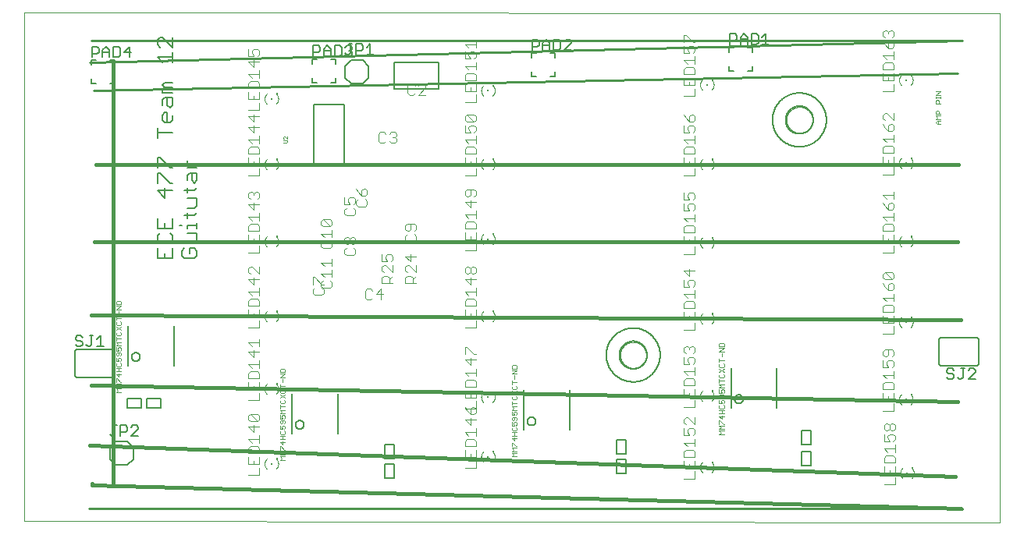
<source format=gto>
G75*
%MOIN*%
%OFA0B0*%
%FSLAX25Y25*%
%IPPOS*%
%LPD*%
%AMOC8*
5,1,8,0,0,1.08239X$1,22.5*
%
%ADD10C,0.00000*%
%ADD11C,0.01600*%
%ADD12C,0.00600*%
%ADD13C,0.01000*%
%ADD14C,0.00200*%
%ADD15C,0.00400*%
%ADD16R,0.00787X0.00787*%
%ADD17R,0.00984X0.00591*%
%ADD18C,0.00500*%
%ADD19C,0.00800*%
%ADD20C,0.00100*%
D10*
X0001000Y0001500D02*
X0001000Y0218961D01*
X0417701Y0218461D01*
X0417701Y0001000D01*
X0001000Y0001500D01*
X0255488Y0072500D02*
X0255490Y0072648D01*
X0255496Y0072796D01*
X0255506Y0072944D01*
X0255520Y0073091D01*
X0255538Y0073238D01*
X0255559Y0073384D01*
X0255585Y0073530D01*
X0255615Y0073675D01*
X0255648Y0073819D01*
X0255686Y0073962D01*
X0255727Y0074104D01*
X0255772Y0074245D01*
X0255820Y0074385D01*
X0255873Y0074524D01*
X0255929Y0074661D01*
X0255989Y0074796D01*
X0256052Y0074930D01*
X0256119Y0075062D01*
X0256190Y0075192D01*
X0256264Y0075320D01*
X0256341Y0075446D01*
X0256422Y0075570D01*
X0256506Y0075692D01*
X0256593Y0075811D01*
X0256684Y0075928D01*
X0256778Y0076043D01*
X0256874Y0076155D01*
X0256974Y0076265D01*
X0257076Y0076371D01*
X0257182Y0076475D01*
X0257290Y0076576D01*
X0257401Y0076674D01*
X0257514Y0076770D01*
X0257630Y0076862D01*
X0257748Y0076951D01*
X0257869Y0077036D01*
X0257992Y0077119D01*
X0258117Y0077198D01*
X0258244Y0077274D01*
X0258373Y0077346D01*
X0258504Y0077415D01*
X0258637Y0077480D01*
X0258772Y0077541D01*
X0258908Y0077599D01*
X0259045Y0077654D01*
X0259184Y0077704D01*
X0259325Y0077751D01*
X0259466Y0077794D01*
X0259609Y0077834D01*
X0259753Y0077869D01*
X0259897Y0077901D01*
X0260043Y0077928D01*
X0260189Y0077952D01*
X0260336Y0077972D01*
X0260483Y0077988D01*
X0260630Y0078000D01*
X0260778Y0078008D01*
X0260926Y0078012D01*
X0261074Y0078012D01*
X0261222Y0078008D01*
X0261370Y0078000D01*
X0261517Y0077988D01*
X0261664Y0077972D01*
X0261811Y0077952D01*
X0261957Y0077928D01*
X0262103Y0077901D01*
X0262247Y0077869D01*
X0262391Y0077834D01*
X0262534Y0077794D01*
X0262675Y0077751D01*
X0262816Y0077704D01*
X0262955Y0077654D01*
X0263092Y0077599D01*
X0263228Y0077541D01*
X0263363Y0077480D01*
X0263496Y0077415D01*
X0263627Y0077346D01*
X0263756Y0077274D01*
X0263883Y0077198D01*
X0264008Y0077119D01*
X0264131Y0077036D01*
X0264252Y0076951D01*
X0264370Y0076862D01*
X0264486Y0076770D01*
X0264599Y0076674D01*
X0264710Y0076576D01*
X0264818Y0076475D01*
X0264924Y0076371D01*
X0265026Y0076265D01*
X0265126Y0076155D01*
X0265222Y0076043D01*
X0265316Y0075928D01*
X0265407Y0075811D01*
X0265494Y0075692D01*
X0265578Y0075570D01*
X0265659Y0075446D01*
X0265736Y0075320D01*
X0265810Y0075192D01*
X0265881Y0075062D01*
X0265948Y0074930D01*
X0266011Y0074796D01*
X0266071Y0074661D01*
X0266127Y0074524D01*
X0266180Y0074385D01*
X0266228Y0074245D01*
X0266273Y0074104D01*
X0266314Y0073962D01*
X0266352Y0073819D01*
X0266385Y0073675D01*
X0266415Y0073530D01*
X0266441Y0073384D01*
X0266462Y0073238D01*
X0266480Y0073091D01*
X0266494Y0072944D01*
X0266504Y0072796D01*
X0266510Y0072648D01*
X0266512Y0072500D01*
X0266510Y0072352D01*
X0266504Y0072204D01*
X0266494Y0072056D01*
X0266480Y0071909D01*
X0266462Y0071762D01*
X0266441Y0071616D01*
X0266415Y0071470D01*
X0266385Y0071325D01*
X0266352Y0071181D01*
X0266314Y0071038D01*
X0266273Y0070896D01*
X0266228Y0070755D01*
X0266180Y0070615D01*
X0266127Y0070476D01*
X0266071Y0070339D01*
X0266011Y0070204D01*
X0265948Y0070070D01*
X0265881Y0069938D01*
X0265810Y0069808D01*
X0265736Y0069680D01*
X0265659Y0069554D01*
X0265578Y0069430D01*
X0265494Y0069308D01*
X0265407Y0069189D01*
X0265316Y0069072D01*
X0265222Y0068957D01*
X0265126Y0068845D01*
X0265026Y0068735D01*
X0264924Y0068629D01*
X0264818Y0068525D01*
X0264710Y0068424D01*
X0264599Y0068326D01*
X0264486Y0068230D01*
X0264370Y0068138D01*
X0264252Y0068049D01*
X0264131Y0067964D01*
X0264008Y0067881D01*
X0263883Y0067802D01*
X0263756Y0067726D01*
X0263627Y0067654D01*
X0263496Y0067585D01*
X0263363Y0067520D01*
X0263228Y0067459D01*
X0263092Y0067401D01*
X0262955Y0067346D01*
X0262816Y0067296D01*
X0262675Y0067249D01*
X0262534Y0067206D01*
X0262391Y0067166D01*
X0262247Y0067131D01*
X0262103Y0067099D01*
X0261957Y0067072D01*
X0261811Y0067048D01*
X0261664Y0067028D01*
X0261517Y0067012D01*
X0261370Y0067000D01*
X0261222Y0066992D01*
X0261074Y0066988D01*
X0260926Y0066988D01*
X0260778Y0066992D01*
X0260630Y0067000D01*
X0260483Y0067012D01*
X0260336Y0067028D01*
X0260189Y0067048D01*
X0260043Y0067072D01*
X0259897Y0067099D01*
X0259753Y0067131D01*
X0259609Y0067166D01*
X0259466Y0067206D01*
X0259325Y0067249D01*
X0259184Y0067296D01*
X0259045Y0067346D01*
X0258908Y0067401D01*
X0258772Y0067459D01*
X0258637Y0067520D01*
X0258504Y0067585D01*
X0258373Y0067654D01*
X0258244Y0067726D01*
X0258117Y0067802D01*
X0257992Y0067881D01*
X0257869Y0067964D01*
X0257748Y0068049D01*
X0257630Y0068138D01*
X0257514Y0068230D01*
X0257401Y0068326D01*
X0257290Y0068424D01*
X0257182Y0068525D01*
X0257076Y0068629D01*
X0256974Y0068735D01*
X0256874Y0068845D01*
X0256778Y0068957D01*
X0256684Y0069072D01*
X0256593Y0069189D01*
X0256506Y0069308D01*
X0256422Y0069430D01*
X0256341Y0069554D01*
X0256264Y0069680D01*
X0256190Y0069808D01*
X0256119Y0069938D01*
X0256052Y0070070D01*
X0255989Y0070204D01*
X0255929Y0070339D01*
X0255873Y0070476D01*
X0255820Y0070615D01*
X0255772Y0070755D01*
X0255727Y0070896D01*
X0255686Y0071038D01*
X0255648Y0071181D01*
X0255615Y0071325D01*
X0255585Y0071470D01*
X0255559Y0071616D01*
X0255538Y0071762D01*
X0255520Y0071909D01*
X0255506Y0072056D01*
X0255496Y0072204D01*
X0255490Y0072352D01*
X0255488Y0072500D01*
X0326488Y0173000D02*
X0326490Y0173148D01*
X0326496Y0173296D01*
X0326506Y0173444D01*
X0326520Y0173591D01*
X0326538Y0173738D01*
X0326559Y0173884D01*
X0326585Y0174030D01*
X0326615Y0174175D01*
X0326648Y0174319D01*
X0326686Y0174462D01*
X0326727Y0174604D01*
X0326772Y0174745D01*
X0326820Y0174885D01*
X0326873Y0175024D01*
X0326929Y0175161D01*
X0326989Y0175296D01*
X0327052Y0175430D01*
X0327119Y0175562D01*
X0327190Y0175692D01*
X0327264Y0175820D01*
X0327341Y0175946D01*
X0327422Y0176070D01*
X0327506Y0176192D01*
X0327593Y0176311D01*
X0327684Y0176428D01*
X0327778Y0176543D01*
X0327874Y0176655D01*
X0327974Y0176765D01*
X0328076Y0176871D01*
X0328182Y0176975D01*
X0328290Y0177076D01*
X0328401Y0177174D01*
X0328514Y0177270D01*
X0328630Y0177362D01*
X0328748Y0177451D01*
X0328869Y0177536D01*
X0328992Y0177619D01*
X0329117Y0177698D01*
X0329244Y0177774D01*
X0329373Y0177846D01*
X0329504Y0177915D01*
X0329637Y0177980D01*
X0329772Y0178041D01*
X0329908Y0178099D01*
X0330045Y0178154D01*
X0330184Y0178204D01*
X0330325Y0178251D01*
X0330466Y0178294D01*
X0330609Y0178334D01*
X0330753Y0178369D01*
X0330897Y0178401D01*
X0331043Y0178428D01*
X0331189Y0178452D01*
X0331336Y0178472D01*
X0331483Y0178488D01*
X0331630Y0178500D01*
X0331778Y0178508D01*
X0331926Y0178512D01*
X0332074Y0178512D01*
X0332222Y0178508D01*
X0332370Y0178500D01*
X0332517Y0178488D01*
X0332664Y0178472D01*
X0332811Y0178452D01*
X0332957Y0178428D01*
X0333103Y0178401D01*
X0333247Y0178369D01*
X0333391Y0178334D01*
X0333534Y0178294D01*
X0333675Y0178251D01*
X0333816Y0178204D01*
X0333955Y0178154D01*
X0334092Y0178099D01*
X0334228Y0178041D01*
X0334363Y0177980D01*
X0334496Y0177915D01*
X0334627Y0177846D01*
X0334756Y0177774D01*
X0334883Y0177698D01*
X0335008Y0177619D01*
X0335131Y0177536D01*
X0335252Y0177451D01*
X0335370Y0177362D01*
X0335486Y0177270D01*
X0335599Y0177174D01*
X0335710Y0177076D01*
X0335818Y0176975D01*
X0335924Y0176871D01*
X0336026Y0176765D01*
X0336126Y0176655D01*
X0336222Y0176543D01*
X0336316Y0176428D01*
X0336407Y0176311D01*
X0336494Y0176192D01*
X0336578Y0176070D01*
X0336659Y0175946D01*
X0336736Y0175820D01*
X0336810Y0175692D01*
X0336881Y0175562D01*
X0336948Y0175430D01*
X0337011Y0175296D01*
X0337071Y0175161D01*
X0337127Y0175024D01*
X0337180Y0174885D01*
X0337228Y0174745D01*
X0337273Y0174604D01*
X0337314Y0174462D01*
X0337352Y0174319D01*
X0337385Y0174175D01*
X0337415Y0174030D01*
X0337441Y0173884D01*
X0337462Y0173738D01*
X0337480Y0173591D01*
X0337494Y0173444D01*
X0337504Y0173296D01*
X0337510Y0173148D01*
X0337512Y0173000D01*
X0337510Y0172852D01*
X0337504Y0172704D01*
X0337494Y0172556D01*
X0337480Y0172409D01*
X0337462Y0172262D01*
X0337441Y0172116D01*
X0337415Y0171970D01*
X0337385Y0171825D01*
X0337352Y0171681D01*
X0337314Y0171538D01*
X0337273Y0171396D01*
X0337228Y0171255D01*
X0337180Y0171115D01*
X0337127Y0170976D01*
X0337071Y0170839D01*
X0337011Y0170704D01*
X0336948Y0170570D01*
X0336881Y0170438D01*
X0336810Y0170308D01*
X0336736Y0170180D01*
X0336659Y0170054D01*
X0336578Y0169930D01*
X0336494Y0169808D01*
X0336407Y0169689D01*
X0336316Y0169572D01*
X0336222Y0169457D01*
X0336126Y0169345D01*
X0336026Y0169235D01*
X0335924Y0169129D01*
X0335818Y0169025D01*
X0335710Y0168924D01*
X0335599Y0168826D01*
X0335486Y0168730D01*
X0335370Y0168638D01*
X0335252Y0168549D01*
X0335131Y0168464D01*
X0335008Y0168381D01*
X0334883Y0168302D01*
X0334756Y0168226D01*
X0334627Y0168154D01*
X0334496Y0168085D01*
X0334363Y0168020D01*
X0334228Y0167959D01*
X0334092Y0167901D01*
X0333955Y0167846D01*
X0333816Y0167796D01*
X0333675Y0167749D01*
X0333534Y0167706D01*
X0333391Y0167666D01*
X0333247Y0167631D01*
X0333103Y0167599D01*
X0332957Y0167572D01*
X0332811Y0167548D01*
X0332664Y0167528D01*
X0332517Y0167512D01*
X0332370Y0167500D01*
X0332222Y0167492D01*
X0332074Y0167488D01*
X0331926Y0167488D01*
X0331778Y0167492D01*
X0331630Y0167500D01*
X0331483Y0167512D01*
X0331336Y0167528D01*
X0331189Y0167548D01*
X0331043Y0167572D01*
X0330897Y0167599D01*
X0330753Y0167631D01*
X0330609Y0167666D01*
X0330466Y0167706D01*
X0330325Y0167749D01*
X0330184Y0167796D01*
X0330045Y0167846D01*
X0329908Y0167901D01*
X0329772Y0167959D01*
X0329637Y0168020D01*
X0329504Y0168085D01*
X0329373Y0168154D01*
X0329244Y0168226D01*
X0329117Y0168302D01*
X0328992Y0168381D01*
X0328869Y0168464D01*
X0328748Y0168549D01*
X0328630Y0168638D01*
X0328514Y0168730D01*
X0328401Y0168826D01*
X0328290Y0168924D01*
X0328182Y0169025D01*
X0328076Y0169129D01*
X0327974Y0169235D01*
X0327874Y0169345D01*
X0327778Y0169457D01*
X0327684Y0169572D01*
X0327593Y0169689D01*
X0327506Y0169808D01*
X0327422Y0169930D01*
X0327341Y0170054D01*
X0327264Y0170180D01*
X0327190Y0170308D01*
X0327119Y0170438D01*
X0327052Y0170570D01*
X0326989Y0170704D01*
X0326929Y0170839D01*
X0326873Y0170976D01*
X0326820Y0171115D01*
X0326772Y0171255D01*
X0326727Y0171396D01*
X0326686Y0171538D01*
X0326648Y0171681D01*
X0326615Y0171825D01*
X0326585Y0171970D01*
X0326559Y0172116D01*
X0326538Y0172262D01*
X0326520Y0172409D01*
X0326506Y0172556D01*
X0326496Y0172704D01*
X0326490Y0172852D01*
X0326488Y0173000D01*
D11*
X0400000Y0154000D02*
X0031500Y0154000D01*
X0031000Y0121000D02*
X0399500Y0121000D01*
X0401000Y0087500D02*
X0029500Y0089500D01*
X0029500Y0059500D02*
X0399500Y0052500D01*
X0398500Y0020500D02*
X0029000Y0034000D01*
X0030000Y0017500D02*
X0030000Y0017000D01*
X0401000Y0007000D01*
X0039000Y0017000D02*
X0039000Y0197000D01*
D12*
X0039500Y0196500D02*
X0039500Y0198500D01*
X0037500Y0198500D01*
X0031500Y0198500D02*
X0029500Y0198500D01*
X0029500Y0196500D01*
X0029500Y0190500D02*
X0029500Y0188500D01*
X0031500Y0188500D01*
X0037500Y0188500D02*
X0039500Y0188500D01*
X0039500Y0190500D01*
X0057795Y0199727D02*
X0064200Y0199727D01*
X0064200Y0201862D02*
X0064200Y0197591D01*
X0059930Y0197591D02*
X0057795Y0199727D01*
X0058862Y0204037D02*
X0057795Y0205105D01*
X0057795Y0207240D01*
X0058862Y0208307D01*
X0059930Y0208307D01*
X0064200Y0204037D01*
X0064200Y0208307D01*
X0064200Y0188971D02*
X0060997Y0188971D01*
X0059930Y0187903D01*
X0060997Y0186836D01*
X0064200Y0186836D01*
X0064200Y0184700D02*
X0059930Y0184700D01*
X0059930Y0185768D01*
X0060997Y0186836D01*
X0060997Y0182525D02*
X0064200Y0182525D01*
X0064200Y0179323D01*
X0063132Y0178255D01*
X0062065Y0179323D01*
X0062065Y0182525D01*
X0060997Y0182525D02*
X0059930Y0181458D01*
X0059930Y0179323D01*
X0060997Y0176080D02*
X0062065Y0176080D01*
X0062065Y0171809D01*
X0063132Y0171809D02*
X0060997Y0171809D01*
X0059930Y0172877D01*
X0059930Y0175012D01*
X0060997Y0176080D01*
X0064200Y0175012D02*
X0064200Y0172877D01*
X0063132Y0171809D01*
X0064200Y0167499D02*
X0057795Y0167499D01*
X0057795Y0165364D02*
X0057795Y0169634D01*
X0057795Y0156743D02*
X0058862Y0156743D01*
X0063132Y0152473D01*
X0064200Y0152473D01*
X0058862Y0150298D02*
X0063132Y0146027D01*
X0064200Y0146027D01*
X0060997Y0143852D02*
X0060997Y0139582D01*
X0057795Y0142785D01*
X0064200Y0142785D01*
X0069362Y0142798D02*
X0073632Y0142798D01*
X0074700Y0143866D01*
X0073632Y0146027D02*
X0072565Y0147095D01*
X0072565Y0150298D01*
X0071497Y0150298D02*
X0074700Y0150298D01*
X0074700Y0147095D01*
X0073632Y0146027D01*
X0070430Y0147095D02*
X0070430Y0149230D01*
X0071497Y0150298D01*
X0070430Y0152473D02*
X0074700Y0152473D01*
X0072565Y0152473D02*
X0070430Y0154608D01*
X0070430Y0155676D01*
X0058862Y0150298D02*
X0057795Y0150298D01*
X0057795Y0146027D01*
X0057795Y0152473D02*
X0057795Y0156743D01*
X0070430Y0143866D02*
X0070430Y0141730D01*
X0070430Y0139555D02*
X0074700Y0139555D01*
X0074700Y0136353D01*
X0073632Y0135285D01*
X0070430Y0135285D01*
X0070430Y0133123D02*
X0070430Y0130988D01*
X0069362Y0132056D02*
X0073632Y0132056D01*
X0074700Y0133123D01*
X0074700Y0128826D02*
X0074700Y0126691D01*
X0074700Y0127759D02*
X0070430Y0127759D01*
X0070430Y0126691D01*
X0070430Y0124516D02*
X0074700Y0124516D01*
X0074700Y0121313D01*
X0073632Y0120245D01*
X0070430Y0120245D01*
X0071497Y0118070D02*
X0071497Y0115935D01*
X0071497Y0118070D02*
X0073632Y0118070D01*
X0074700Y0117003D01*
X0074700Y0114868D01*
X0073632Y0113800D01*
X0069362Y0113800D01*
X0068295Y0114868D01*
X0068295Y0117003D01*
X0069362Y0118070D01*
X0064200Y0118070D02*
X0064200Y0113800D01*
X0057795Y0113800D01*
X0057795Y0118070D01*
X0058862Y0120245D02*
X0063132Y0120245D01*
X0064200Y0121313D01*
X0064200Y0123448D01*
X0063132Y0124516D01*
X0064200Y0126691D02*
X0064200Y0130961D01*
X0060997Y0128826D02*
X0060997Y0126691D01*
X0058862Y0124516D02*
X0057795Y0123448D01*
X0057795Y0121313D01*
X0058862Y0120245D01*
X0060997Y0115935D02*
X0060997Y0113800D01*
X0057795Y0126691D02*
X0064200Y0126691D01*
X0067227Y0127759D02*
X0068295Y0127759D01*
X0057795Y0126691D02*
X0057795Y0130961D01*
X0064802Y0084995D02*
X0064802Y0067906D01*
X0046800Y0071700D02*
X0046802Y0071784D01*
X0046808Y0071869D01*
X0046818Y0071952D01*
X0046832Y0072036D01*
X0046849Y0072118D01*
X0046871Y0072200D01*
X0046896Y0072280D01*
X0046925Y0072359D01*
X0046958Y0072437D01*
X0046994Y0072513D01*
X0047034Y0072588D01*
X0047078Y0072660D01*
X0047124Y0072731D01*
X0047174Y0072799D01*
X0047227Y0072864D01*
X0047283Y0072927D01*
X0047342Y0072988D01*
X0047404Y0073045D01*
X0047468Y0073100D01*
X0047535Y0073151D01*
X0047604Y0073200D01*
X0047676Y0073245D01*
X0047749Y0073286D01*
X0047824Y0073324D01*
X0047901Y0073359D01*
X0047980Y0073390D01*
X0048060Y0073417D01*
X0048141Y0073440D01*
X0048223Y0073460D01*
X0048306Y0073476D01*
X0048389Y0073488D01*
X0048474Y0073496D01*
X0048558Y0073500D01*
X0048642Y0073500D01*
X0048726Y0073496D01*
X0048811Y0073488D01*
X0048894Y0073476D01*
X0048977Y0073460D01*
X0049059Y0073440D01*
X0049140Y0073417D01*
X0049220Y0073390D01*
X0049299Y0073359D01*
X0049376Y0073324D01*
X0049451Y0073286D01*
X0049524Y0073245D01*
X0049596Y0073200D01*
X0049665Y0073151D01*
X0049732Y0073100D01*
X0049796Y0073045D01*
X0049858Y0072988D01*
X0049917Y0072927D01*
X0049973Y0072864D01*
X0050026Y0072799D01*
X0050076Y0072731D01*
X0050122Y0072660D01*
X0050166Y0072588D01*
X0050206Y0072513D01*
X0050242Y0072437D01*
X0050275Y0072359D01*
X0050304Y0072280D01*
X0050329Y0072200D01*
X0050351Y0072118D01*
X0050368Y0072036D01*
X0050382Y0071952D01*
X0050392Y0071869D01*
X0050398Y0071784D01*
X0050400Y0071700D01*
X0050398Y0071616D01*
X0050392Y0071531D01*
X0050382Y0071448D01*
X0050368Y0071364D01*
X0050351Y0071282D01*
X0050329Y0071200D01*
X0050304Y0071120D01*
X0050275Y0071041D01*
X0050242Y0070963D01*
X0050206Y0070887D01*
X0050166Y0070812D01*
X0050122Y0070740D01*
X0050076Y0070669D01*
X0050026Y0070601D01*
X0049973Y0070536D01*
X0049917Y0070473D01*
X0049858Y0070412D01*
X0049796Y0070355D01*
X0049732Y0070300D01*
X0049665Y0070249D01*
X0049596Y0070200D01*
X0049524Y0070155D01*
X0049451Y0070114D01*
X0049376Y0070076D01*
X0049299Y0070041D01*
X0049220Y0070010D01*
X0049140Y0069983D01*
X0049059Y0069960D01*
X0048977Y0069940D01*
X0048894Y0069924D01*
X0048811Y0069912D01*
X0048726Y0069904D01*
X0048642Y0069900D01*
X0048558Y0069900D01*
X0048474Y0069904D01*
X0048389Y0069912D01*
X0048306Y0069924D01*
X0048223Y0069940D01*
X0048141Y0069960D01*
X0048060Y0069983D01*
X0047980Y0070010D01*
X0047901Y0070041D01*
X0047824Y0070076D01*
X0047749Y0070114D01*
X0047676Y0070155D01*
X0047604Y0070200D01*
X0047535Y0070249D01*
X0047468Y0070300D01*
X0047404Y0070355D01*
X0047342Y0070412D01*
X0047283Y0070473D01*
X0047227Y0070536D01*
X0047174Y0070601D01*
X0047124Y0070669D01*
X0047078Y0070740D01*
X0047034Y0070812D01*
X0046994Y0070887D01*
X0046958Y0070963D01*
X0046925Y0071041D01*
X0046896Y0071120D01*
X0046871Y0071200D01*
X0046849Y0071282D01*
X0046832Y0071364D01*
X0046818Y0071448D01*
X0046808Y0071531D01*
X0046802Y0071616D01*
X0046800Y0071700D01*
X0045297Y0067906D02*
X0045297Y0084995D01*
X0038500Y0075000D02*
X0023500Y0075000D01*
X0023440Y0074998D01*
X0023379Y0074993D01*
X0023320Y0074984D01*
X0023261Y0074971D01*
X0023202Y0074955D01*
X0023145Y0074935D01*
X0023090Y0074912D01*
X0023035Y0074885D01*
X0022983Y0074856D01*
X0022932Y0074823D01*
X0022883Y0074787D01*
X0022837Y0074749D01*
X0022793Y0074707D01*
X0022751Y0074663D01*
X0022713Y0074617D01*
X0022677Y0074568D01*
X0022644Y0074517D01*
X0022615Y0074465D01*
X0022588Y0074410D01*
X0022565Y0074355D01*
X0022545Y0074298D01*
X0022529Y0074239D01*
X0022516Y0074180D01*
X0022507Y0074121D01*
X0022502Y0074060D01*
X0022500Y0074000D01*
X0022500Y0064000D01*
X0022502Y0063940D01*
X0022507Y0063879D01*
X0022516Y0063820D01*
X0022529Y0063761D01*
X0022545Y0063702D01*
X0022565Y0063645D01*
X0022588Y0063590D01*
X0022615Y0063535D01*
X0022644Y0063483D01*
X0022677Y0063432D01*
X0022713Y0063383D01*
X0022751Y0063337D01*
X0022793Y0063293D01*
X0022837Y0063251D01*
X0022883Y0063213D01*
X0022932Y0063177D01*
X0022983Y0063144D01*
X0023035Y0063115D01*
X0023090Y0063088D01*
X0023145Y0063065D01*
X0023202Y0063045D01*
X0023261Y0063029D01*
X0023320Y0063016D01*
X0023379Y0063007D01*
X0023440Y0063002D01*
X0023500Y0063000D01*
X0038500Y0063000D01*
X0038560Y0063002D01*
X0038621Y0063007D01*
X0038680Y0063016D01*
X0038739Y0063029D01*
X0038798Y0063045D01*
X0038855Y0063065D01*
X0038910Y0063088D01*
X0038965Y0063115D01*
X0039017Y0063144D01*
X0039068Y0063177D01*
X0039117Y0063213D01*
X0039163Y0063251D01*
X0039207Y0063293D01*
X0039249Y0063337D01*
X0039287Y0063383D01*
X0039323Y0063432D01*
X0039356Y0063483D01*
X0039385Y0063535D01*
X0039412Y0063590D01*
X0039435Y0063645D01*
X0039455Y0063702D01*
X0039471Y0063761D01*
X0039484Y0063820D01*
X0039493Y0063879D01*
X0039498Y0063940D01*
X0039500Y0064000D01*
X0039500Y0074000D01*
X0039498Y0074060D01*
X0039493Y0074121D01*
X0039484Y0074180D01*
X0039471Y0074239D01*
X0039455Y0074298D01*
X0039435Y0074355D01*
X0039412Y0074410D01*
X0039385Y0074465D01*
X0039356Y0074517D01*
X0039323Y0074568D01*
X0039287Y0074617D01*
X0039249Y0074663D01*
X0039207Y0074707D01*
X0039163Y0074749D01*
X0039117Y0074787D01*
X0039068Y0074823D01*
X0039017Y0074856D01*
X0038965Y0074885D01*
X0038910Y0074912D01*
X0038855Y0074935D01*
X0038798Y0074955D01*
X0038739Y0074971D01*
X0038680Y0074984D01*
X0038621Y0074993D01*
X0038560Y0074998D01*
X0038500Y0075000D01*
X0040000Y0035500D02*
X0037500Y0033000D01*
X0037500Y0028000D01*
X0040000Y0025500D01*
X0045000Y0025500D01*
X0047500Y0028000D01*
X0047500Y0033000D01*
X0045000Y0035500D01*
X0040000Y0035500D01*
X0115297Y0038906D02*
X0115297Y0055995D01*
X0134802Y0055995D02*
X0134802Y0038906D01*
X0116800Y0042700D02*
X0116802Y0042784D01*
X0116808Y0042869D01*
X0116818Y0042952D01*
X0116832Y0043036D01*
X0116849Y0043118D01*
X0116871Y0043200D01*
X0116896Y0043280D01*
X0116925Y0043359D01*
X0116958Y0043437D01*
X0116994Y0043513D01*
X0117034Y0043588D01*
X0117078Y0043660D01*
X0117124Y0043731D01*
X0117174Y0043799D01*
X0117227Y0043864D01*
X0117283Y0043927D01*
X0117342Y0043988D01*
X0117404Y0044045D01*
X0117468Y0044100D01*
X0117535Y0044151D01*
X0117604Y0044200D01*
X0117676Y0044245D01*
X0117749Y0044286D01*
X0117824Y0044324D01*
X0117901Y0044359D01*
X0117980Y0044390D01*
X0118060Y0044417D01*
X0118141Y0044440D01*
X0118223Y0044460D01*
X0118306Y0044476D01*
X0118389Y0044488D01*
X0118474Y0044496D01*
X0118558Y0044500D01*
X0118642Y0044500D01*
X0118726Y0044496D01*
X0118811Y0044488D01*
X0118894Y0044476D01*
X0118977Y0044460D01*
X0119059Y0044440D01*
X0119140Y0044417D01*
X0119220Y0044390D01*
X0119299Y0044359D01*
X0119376Y0044324D01*
X0119451Y0044286D01*
X0119524Y0044245D01*
X0119596Y0044200D01*
X0119665Y0044151D01*
X0119732Y0044100D01*
X0119796Y0044045D01*
X0119858Y0043988D01*
X0119917Y0043927D01*
X0119973Y0043864D01*
X0120026Y0043799D01*
X0120076Y0043731D01*
X0120122Y0043660D01*
X0120166Y0043588D01*
X0120206Y0043513D01*
X0120242Y0043437D01*
X0120275Y0043359D01*
X0120304Y0043280D01*
X0120329Y0043200D01*
X0120351Y0043118D01*
X0120368Y0043036D01*
X0120382Y0042952D01*
X0120392Y0042869D01*
X0120398Y0042784D01*
X0120400Y0042700D01*
X0120398Y0042616D01*
X0120392Y0042531D01*
X0120382Y0042448D01*
X0120368Y0042364D01*
X0120351Y0042282D01*
X0120329Y0042200D01*
X0120304Y0042120D01*
X0120275Y0042041D01*
X0120242Y0041963D01*
X0120206Y0041887D01*
X0120166Y0041812D01*
X0120122Y0041740D01*
X0120076Y0041669D01*
X0120026Y0041601D01*
X0119973Y0041536D01*
X0119917Y0041473D01*
X0119858Y0041412D01*
X0119796Y0041355D01*
X0119732Y0041300D01*
X0119665Y0041249D01*
X0119596Y0041200D01*
X0119524Y0041155D01*
X0119451Y0041114D01*
X0119376Y0041076D01*
X0119299Y0041041D01*
X0119220Y0041010D01*
X0119140Y0040983D01*
X0119059Y0040960D01*
X0118977Y0040940D01*
X0118894Y0040924D01*
X0118811Y0040912D01*
X0118726Y0040904D01*
X0118642Y0040900D01*
X0118558Y0040900D01*
X0118474Y0040904D01*
X0118389Y0040912D01*
X0118306Y0040924D01*
X0118223Y0040940D01*
X0118141Y0040960D01*
X0118060Y0040983D01*
X0117980Y0041010D01*
X0117901Y0041041D01*
X0117824Y0041076D01*
X0117749Y0041114D01*
X0117676Y0041155D01*
X0117604Y0041200D01*
X0117535Y0041249D01*
X0117468Y0041300D01*
X0117404Y0041355D01*
X0117342Y0041412D01*
X0117283Y0041473D01*
X0117227Y0041536D01*
X0117174Y0041601D01*
X0117124Y0041669D01*
X0117078Y0041740D01*
X0117034Y0041812D01*
X0116994Y0041887D01*
X0116958Y0041963D01*
X0116925Y0042041D01*
X0116896Y0042120D01*
X0116871Y0042200D01*
X0116849Y0042282D01*
X0116832Y0042364D01*
X0116818Y0042448D01*
X0116808Y0042531D01*
X0116802Y0042616D01*
X0116800Y0042700D01*
X0214297Y0040406D02*
X0214297Y0057495D01*
X0233802Y0057495D02*
X0233802Y0040406D01*
X0215800Y0044200D02*
X0215802Y0044284D01*
X0215808Y0044369D01*
X0215818Y0044452D01*
X0215832Y0044536D01*
X0215849Y0044618D01*
X0215871Y0044700D01*
X0215896Y0044780D01*
X0215925Y0044859D01*
X0215958Y0044937D01*
X0215994Y0045013D01*
X0216034Y0045088D01*
X0216078Y0045160D01*
X0216124Y0045231D01*
X0216174Y0045299D01*
X0216227Y0045364D01*
X0216283Y0045427D01*
X0216342Y0045488D01*
X0216404Y0045545D01*
X0216468Y0045600D01*
X0216535Y0045651D01*
X0216604Y0045700D01*
X0216676Y0045745D01*
X0216749Y0045786D01*
X0216824Y0045824D01*
X0216901Y0045859D01*
X0216980Y0045890D01*
X0217060Y0045917D01*
X0217141Y0045940D01*
X0217223Y0045960D01*
X0217306Y0045976D01*
X0217389Y0045988D01*
X0217474Y0045996D01*
X0217558Y0046000D01*
X0217642Y0046000D01*
X0217726Y0045996D01*
X0217811Y0045988D01*
X0217894Y0045976D01*
X0217977Y0045960D01*
X0218059Y0045940D01*
X0218140Y0045917D01*
X0218220Y0045890D01*
X0218299Y0045859D01*
X0218376Y0045824D01*
X0218451Y0045786D01*
X0218524Y0045745D01*
X0218596Y0045700D01*
X0218665Y0045651D01*
X0218732Y0045600D01*
X0218796Y0045545D01*
X0218858Y0045488D01*
X0218917Y0045427D01*
X0218973Y0045364D01*
X0219026Y0045299D01*
X0219076Y0045231D01*
X0219122Y0045160D01*
X0219166Y0045088D01*
X0219206Y0045013D01*
X0219242Y0044937D01*
X0219275Y0044859D01*
X0219304Y0044780D01*
X0219329Y0044700D01*
X0219351Y0044618D01*
X0219368Y0044536D01*
X0219382Y0044452D01*
X0219392Y0044369D01*
X0219398Y0044284D01*
X0219400Y0044200D01*
X0219398Y0044116D01*
X0219392Y0044031D01*
X0219382Y0043948D01*
X0219368Y0043864D01*
X0219351Y0043782D01*
X0219329Y0043700D01*
X0219304Y0043620D01*
X0219275Y0043541D01*
X0219242Y0043463D01*
X0219206Y0043387D01*
X0219166Y0043312D01*
X0219122Y0043240D01*
X0219076Y0043169D01*
X0219026Y0043101D01*
X0218973Y0043036D01*
X0218917Y0042973D01*
X0218858Y0042912D01*
X0218796Y0042855D01*
X0218732Y0042800D01*
X0218665Y0042749D01*
X0218596Y0042700D01*
X0218524Y0042655D01*
X0218451Y0042614D01*
X0218376Y0042576D01*
X0218299Y0042541D01*
X0218220Y0042510D01*
X0218140Y0042483D01*
X0218059Y0042460D01*
X0217977Y0042440D01*
X0217894Y0042424D01*
X0217811Y0042412D01*
X0217726Y0042404D01*
X0217642Y0042400D01*
X0217558Y0042400D01*
X0217474Y0042404D01*
X0217389Y0042412D01*
X0217306Y0042424D01*
X0217223Y0042440D01*
X0217141Y0042460D01*
X0217060Y0042483D01*
X0216980Y0042510D01*
X0216901Y0042541D01*
X0216824Y0042576D01*
X0216749Y0042614D01*
X0216676Y0042655D01*
X0216604Y0042700D01*
X0216535Y0042749D01*
X0216468Y0042800D01*
X0216404Y0042855D01*
X0216342Y0042912D01*
X0216283Y0042973D01*
X0216227Y0043036D01*
X0216174Y0043101D01*
X0216124Y0043169D01*
X0216078Y0043240D01*
X0216034Y0043312D01*
X0215994Y0043387D01*
X0215958Y0043463D01*
X0215925Y0043541D01*
X0215896Y0043620D01*
X0215871Y0043700D01*
X0215849Y0043782D01*
X0215832Y0043864D01*
X0215818Y0043948D01*
X0215808Y0044031D01*
X0215802Y0044116D01*
X0215800Y0044200D01*
X0249500Y0072500D02*
X0249503Y0072782D01*
X0249514Y0073064D01*
X0249531Y0073346D01*
X0249555Y0073627D01*
X0249586Y0073908D01*
X0249624Y0074187D01*
X0249669Y0074466D01*
X0249721Y0074744D01*
X0249779Y0075020D01*
X0249845Y0075294D01*
X0249917Y0075567D01*
X0249995Y0075838D01*
X0250080Y0076107D01*
X0250172Y0076374D01*
X0250271Y0076639D01*
X0250375Y0076901D01*
X0250487Y0077160D01*
X0250604Y0077417D01*
X0250728Y0077671D01*
X0250858Y0077921D01*
X0250994Y0078168D01*
X0251136Y0078412D01*
X0251284Y0078652D01*
X0251438Y0078889D01*
X0251598Y0079122D01*
X0251763Y0079351D01*
X0251934Y0079575D01*
X0252110Y0079796D01*
X0252292Y0080011D01*
X0252479Y0080223D01*
X0252671Y0080430D01*
X0252868Y0080632D01*
X0253070Y0080829D01*
X0253277Y0081021D01*
X0253489Y0081208D01*
X0253704Y0081390D01*
X0253925Y0081566D01*
X0254149Y0081737D01*
X0254378Y0081902D01*
X0254611Y0082062D01*
X0254848Y0082216D01*
X0255088Y0082364D01*
X0255332Y0082506D01*
X0255579Y0082642D01*
X0255829Y0082772D01*
X0256083Y0082896D01*
X0256340Y0083013D01*
X0256599Y0083125D01*
X0256861Y0083229D01*
X0257126Y0083328D01*
X0257393Y0083420D01*
X0257662Y0083505D01*
X0257933Y0083583D01*
X0258206Y0083655D01*
X0258480Y0083721D01*
X0258756Y0083779D01*
X0259034Y0083831D01*
X0259313Y0083876D01*
X0259592Y0083914D01*
X0259873Y0083945D01*
X0260154Y0083969D01*
X0260436Y0083986D01*
X0260718Y0083997D01*
X0261000Y0084000D01*
X0261282Y0083997D01*
X0261564Y0083986D01*
X0261846Y0083969D01*
X0262127Y0083945D01*
X0262408Y0083914D01*
X0262687Y0083876D01*
X0262966Y0083831D01*
X0263244Y0083779D01*
X0263520Y0083721D01*
X0263794Y0083655D01*
X0264067Y0083583D01*
X0264338Y0083505D01*
X0264607Y0083420D01*
X0264874Y0083328D01*
X0265139Y0083229D01*
X0265401Y0083125D01*
X0265660Y0083013D01*
X0265917Y0082896D01*
X0266171Y0082772D01*
X0266421Y0082642D01*
X0266668Y0082506D01*
X0266912Y0082364D01*
X0267152Y0082216D01*
X0267389Y0082062D01*
X0267622Y0081902D01*
X0267851Y0081737D01*
X0268075Y0081566D01*
X0268296Y0081390D01*
X0268511Y0081208D01*
X0268723Y0081021D01*
X0268930Y0080829D01*
X0269132Y0080632D01*
X0269329Y0080430D01*
X0269521Y0080223D01*
X0269708Y0080011D01*
X0269890Y0079796D01*
X0270066Y0079575D01*
X0270237Y0079351D01*
X0270402Y0079122D01*
X0270562Y0078889D01*
X0270716Y0078652D01*
X0270864Y0078412D01*
X0271006Y0078168D01*
X0271142Y0077921D01*
X0271272Y0077671D01*
X0271396Y0077417D01*
X0271513Y0077160D01*
X0271625Y0076901D01*
X0271729Y0076639D01*
X0271828Y0076374D01*
X0271920Y0076107D01*
X0272005Y0075838D01*
X0272083Y0075567D01*
X0272155Y0075294D01*
X0272221Y0075020D01*
X0272279Y0074744D01*
X0272331Y0074466D01*
X0272376Y0074187D01*
X0272414Y0073908D01*
X0272445Y0073627D01*
X0272469Y0073346D01*
X0272486Y0073064D01*
X0272497Y0072782D01*
X0272500Y0072500D01*
X0272497Y0072218D01*
X0272486Y0071936D01*
X0272469Y0071654D01*
X0272445Y0071373D01*
X0272414Y0071092D01*
X0272376Y0070813D01*
X0272331Y0070534D01*
X0272279Y0070256D01*
X0272221Y0069980D01*
X0272155Y0069706D01*
X0272083Y0069433D01*
X0272005Y0069162D01*
X0271920Y0068893D01*
X0271828Y0068626D01*
X0271729Y0068361D01*
X0271625Y0068099D01*
X0271513Y0067840D01*
X0271396Y0067583D01*
X0271272Y0067329D01*
X0271142Y0067079D01*
X0271006Y0066832D01*
X0270864Y0066588D01*
X0270716Y0066348D01*
X0270562Y0066111D01*
X0270402Y0065878D01*
X0270237Y0065649D01*
X0270066Y0065425D01*
X0269890Y0065204D01*
X0269708Y0064989D01*
X0269521Y0064777D01*
X0269329Y0064570D01*
X0269132Y0064368D01*
X0268930Y0064171D01*
X0268723Y0063979D01*
X0268511Y0063792D01*
X0268296Y0063610D01*
X0268075Y0063434D01*
X0267851Y0063263D01*
X0267622Y0063098D01*
X0267389Y0062938D01*
X0267152Y0062784D01*
X0266912Y0062636D01*
X0266668Y0062494D01*
X0266421Y0062358D01*
X0266171Y0062228D01*
X0265917Y0062104D01*
X0265660Y0061987D01*
X0265401Y0061875D01*
X0265139Y0061771D01*
X0264874Y0061672D01*
X0264607Y0061580D01*
X0264338Y0061495D01*
X0264067Y0061417D01*
X0263794Y0061345D01*
X0263520Y0061279D01*
X0263244Y0061221D01*
X0262966Y0061169D01*
X0262687Y0061124D01*
X0262408Y0061086D01*
X0262127Y0061055D01*
X0261846Y0061031D01*
X0261564Y0061014D01*
X0261282Y0061003D01*
X0261000Y0061000D01*
X0260718Y0061003D01*
X0260436Y0061014D01*
X0260154Y0061031D01*
X0259873Y0061055D01*
X0259592Y0061086D01*
X0259313Y0061124D01*
X0259034Y0061169D01*
X0258756Y0061221D01*
X0258480Y0061279D01*
X0258206Y0061345D01*
X0257933Y0061417D01*
X0257662Y0061495D01*
X0257393Y0061580D01*
X0257126Y0061672D01*
X0256861Y0061771D01*
X0256599Y0061875D01*
X0256340Y0061987D01*
X0256083Y0062104D01*
X0255829Y0062228D01*
X0255579Y0062358D01*
X0255332Y0062494D01*
X0255088Y0062636D01*
X0254848Y0062784D01*
X0254611Y0062938D01*
X0254378Y0063098D01*
X0254149Y0063263D01*
X0253925Y0063434D01*
X0253704Y0063610D01*
X0253489Y0063792D01*
X0253277Y0063979D01*
X0253070Y0064171D01*
X0252868Y0064368D01*
X0252671Y0064570D01*
X0252479Y0064777D01*
X0252292Y0064989D01*
X0252110Y0065204D01*
X0251934Y0065425D01*
X0251763Y0065649D01*
X0251598Y0065878D01*
X0251438Y0066111D01*
X0251284Y0066348D01*
X0251136Y0066588D01*
X0250994Y0066832D01*
X0250858Y0067079D01*
X0250728Y0067329D01*
X0250604Y0067583D01*
X0250487Y0067840D01*
X0250375Y0068099D01*
X0250271Y0068361D01*
X0250172Y0068626D01*
X0250080Y0068893D01*
X0249995Y0069162D01*
X0249917Y0069433D01*
X0249845Y0069706D01*
X0249779Y0069980D01*
X0249721Y0070256D01*
X0249669Y0070534D01*
X0249624Y0070813D01*
X0249586Y0071092D01*
X0249555Y0071373D01*
X0249531Y0071654D01*
X0249514Y0071936D01*
X0249503Y0072218D01*
X0249500Y0072500D01*
X0302797Y0066995D02*
X0302797Y0049906D01*
X0304300Y0053700D02*
X0304302Y0053784D01*
X0304308Y0053869D01*
X0304318Y0053952D01*
X0304332Y0054036D01*
X0304349Y0054118D01*
X0304371Y0054200D01*
X0304396Y0054280D01*
X0304425Y0054359D01*
X0304458Y0054437D01*
X0304494Y0054513D01*
X0304534Y0054588D01*
X0304578Y0054660D01*
X0304624Y0054731D01*
X0304674Y0054799D01*
X0304727Y0054864D01*
X0304783Y0054927D01*
X0304842Y0054988D01*
X0304904Y0055045D01*
X0304968Y0055100D01*
X0305035Y0055151D01*
X0305104Y0055200D01*
X0305176Y0055245D01*
X0305249Y0055286D01*
X0305324Y0055324D01*
X0305401Y0055359D01*
X0305480Y0055390D01*
X0305560Y0055417D01*
X0305641Y0055440D01*
X0305723Y0055460D01*
X0305806Y0055476D01*
X0305889Y0055488D01*
X0305974Y0055496D01*
X0306058Y0055500D01*
X0306142Y0055500D01*
X0306226Y0055496D01*
X0306311Y0055488D01*
X0306394Y0055476D01*
X0306477Y0055460D01*
X0306559Y0055440D01*
X0306640Y0055417D01*
X0306720Y0055390D01*
X0306799Y0055359D01*
X0306876Y0055324D01*
X0306951Y0055286D01*
X0307024Y0055245D01*
X0307096Y0055200D01*
X0307165Y0055151D01*
X0307232Y0055100D01*
X0307296Y0055045D01*
X0307358Y0054988D01*
X0307417Y0054927D01*
X0307473Y0054864D01*
X0307526Y0054799D01*
X0307576Y0054731D01*
X0307622Y0054660D01*
X0307666Y0054588D01*
X0307706Y0054513D01*
X0307742Y0054437D01*
X0307775Y0054359D01*
X0307804Y0054280D01*
X0307829Y0054200D01*
X0307851Y0054118D01*
X0307868Y0054036D01*
X0307882Y0053952D01*
X0307892Y0053869D01*
X0307898Y0053784D01*
X0307900Y0053700D01*
X0307898Y0053616D01*
X0307892Y0053531D01*
X0307882Y0053448D01*
X0307868Y0053364D01*
X0307851Y0053282D01*
X0307829Y0053200D01*
X0307804Y0053120D01*
X0307775Y0053041D01*
X0307742Y0052963D01*
X0307706Y0052887D01*
X0307666Y0052812D01*
X0307622Y0052740D01*
X0307576Y0052669D01*
X0307526Y0052601D01*
X0307473Y0052536D01*
X0307417Y0052473D01*
X0307358Y0052412D01*
X0307296Y0052355D01*
X0307232Y0052300D01*
X0307165Y0052249D01*
X0307096Y0052200D01*
X0307024Y0052155D01*
X0306951Y0052114D01*
X0306876Y0052076D01*
X0306799Y0052041D01*
X0306720Y0052010D01*
X0306640Y0051983D01*
X0306559Y0051960D01*
X0306477Y0051940D01*
X0306394Y0051924D01*
X0306311Y0051912D01*
X0306226Y0051904D01*
X0306142Y0051900D01*
X0306058Y0051900D01*
X0305974Y0051904D01*
X0305889Y0051912D01*
X0305806Y0051924D01*
X0305723Y0051940D01*
X0305641Y0051960D01*
X0305560Y0051983D01*
X0305480Y0052010D01*
X0305401Y0052041D01*
X0305324Y0052076D01*
X0305249Y0052114D01*
X0305176Y0052155D01*
X0305104Y0052200D01*
X0305035Y0052249D01*
X0304968Y0052300D01*
X0304904Y0052355D01*
X0304842Y0052412D01*
X0304783Y0052473D01*
X0304727Y0052536D01*
X0304674Y0052601D01*
X0304624Y0052669D01*
X0304578Y0052740D01*
X0304534Y0052812D01*
X0304494Y0052887D01*
X0304458Y0052963D01*
X0304425Y0053041D01*
X0304396Y0053120D01*
X0304371Y0053200D01*
X0304349Y0053282D01*
X0304332Y0053364D01*
X0304318Y0053448D01*
X0304308Y0053531D01*
X0304302Y0053616D01*
X0304300Y0053700D01*
X0322302Y0049906D02*
X0322302Y0066995D01*
X0391500Y0069000D02*
X0391500Y0079000D01*
X0391502Y0079060D01*
X0391507Y0079121D01*
X0391516Y0079180D01*
X0391529Y0079239D01*
X0391545Y0079298D01*
X0391565Y0079355D01*
X0391588Y0079410D01*
X0391615Y0079465D01*
X0391644Y0079517D01*
X0391677Y0079568D01*
X0391713Y0079617D01*
X0391751Y0079663D01*
X0391793Y0079707D01*
X0391837Y0079749D01*
X0391883Y0079787D01*
X0391932Y0079823D01*
X0391983Y0079856D01*
X0392035Y0079885D01*
X0392090Y0079912D01*
X0392145Y0079935D01*
X0392202Y0079955D01*
X0392261Y0079971D01*
X0392320Y0079984D01*
X0392379Y0079993D01*
X0392440Y0079998D01*
X0392500Y0080000D01*
X0407500Y0080000D01*
X0407560Y0079998D01*
X0407621Y0079993D01*
X0407680Y0079984D01*
X0407739Y0079971D01*
X0407798Y0079955D01*
X0407855Y0079935D01*
X0407910Y0079912D01*
X0407965Y0079885D01*
X0408017Y0079856D01*
X0408068Y0079823D01*
X0408117Y0079787D01*
X0408163Y0079749D01*
X0408207Y0079707D01*
X0408249Y0079663D01*
X0408287Y0079617D01*
X0408323Y0079568D01*
X0408356Y0079517D01*
X0408385Y0079465D01*
X0408412Y0079410D01*
X0408435Y0079355D01*
X0408455Y0079298D01*
X0408471Y0079239D01*
X0408484Y0079180D01*
X0408493Y0079121D01*
X0408498Y0079060D01*
X0408500Y0079000D01*
X0408500Y0069000D01*
X0408498Y0068940D01*
X0408493Y0068879D01*
X0408484Y0068820D01*
X0408471Y0068761D01*
X0408455Y0068702D01*
X0408435Y0068645D01*
X0408412Y0068590D01*
X0408385Y0068535D01*
X0408356Y0068483D01*
X0408323Y0068432D01*
X0408287Y0068383D01*
X0408249Y0068337D01*
X0408207Y0068293D01*
X0408163Y0068251D01*
X0408117Y0068213D01*
X0408068Y0068177D01*
X0408017Y0068144D01*
X0407965Y0068115D01*
X0407910Y0068088D01*
X0407855Y0068065D01*
X0407798Y0068045D01*
X0407739Y0068029D01*
X0407680Y0068016D01*
X0407621Y0068007D01*
X0407560Y0068002D01*
X0407500Y0068000D01*
X0392500Y0068000D01*
X0392440Y0068002D01*
X0392379Y0068007D01*
X0392320Y0068016D01*
X0392261Y0068029D01*
X0392202Y0068045D01*
X0392145Y0068065D01*
X0392090Y0068088D01*
X0392035Y0068115D01*
X0391983Y0068144D01*
X0391932Y0068177D01*
X0391883Y0068213D01*
X0391837Y0068251D01*
X0391793Y0068293D01*
X0391751Y0068337D01*
X0391713Y0068383D01*
X0391677Y0068432D01*
X0391644Y0068483D01*
X0391615Y0068535D01*
X0391588Y0068590D01*
X0391565Y0068645D01*
X0391545Y0068702D01*
X0391529Y0068761D01*
X0391516Y0068820D01*
X0391507Y0068879D01*
X0391502Y0068940D01*
X0391500Y0069000D01*
X0320500Y0173000D02*
X0320503Y0173282D01*
X0320514Y0173564D01*
X0320531Y0173846D01*
X0320555Y0174127D01*
X0320586Y0174408D01*
X0320624Y0174687D01*
X0320669Y0174966D01*
X0320721Y0175244D01*
X0320779Y0175520D01*
X0320845Y0175794D01*
X0320917Y0176067D01*
X0320995Y0176338D01*
X0321080Y0176607D01*
X0321172Y0176874D01*
X0321271Y0177139D01*
X0321375Y0177401D01*
X0321487Y0177660D01*
X0321604Y0177917D01*
X0321728Y0178171D01*
X0321858Y0178421D01*
X0321994Y0178668D01*
X0322136Y0178912D01*
X0322284Y0179152D01*
X0322438Y0179389D01*
X0322598Y0179622D01*
X0322763Y0179851D01*
X0322934Y0180075D01*
X0323110Y0180296D01*
X0323292Y0180511D01*
X0323479Y0180723D01*
X0323671Y0180930D01*
X0323868Y0181132D01*
X0324070Y0181329D01*
X0324277Y0181521D01*
X0324489Y0181708D01*
X0324704Y0181890D01*
X0324925Y0182066D01*
X0325149Y0182237D01*
X0325378Y0182402D01*
X0325611Y0182562D01*
X0325848Y0182716D01*
X0326088Y0182864D01*
X0326332Y0183006D01*
X0326579Y0183142D01*
X0326829Y0183272D01*
X0327083Y0183396D01*
X0327340Y0183513D01*
X0327599Y0183625D01*
X0327861Y0183729D01*
X0328126Y0183828D01*
X0328393Y0183920D01*
X0328662Y0184005D01*
X0328933Y0184083D01*
X0329206Y0184155D01*
X0329480Y0184221D01*
X0329756Y0184279D01*
X0330034Y0184331D01*
X0330313Y0184376D01*
X0330592Y0184414D01*
X0330873Y0184445D01*
X0331154Y0184469D01*
X0331436Y0184486D01*
X0331718Y0184497D01*
X0332000Y0184500D01*
X0332282Y0184497D01*
X0332564Y0184486D01*
X0332846Y0184469D01*
X0333127Y0184445D01*
X0333408Y0184414D01*
X0333687Y0184376D01*
X0333966Y0184331D01*
X0334244Y0184279D01*
X0334520Y0184221D01*
X0334794Y0184155D01*
X0335067Y0184083D01*
X0335338Y0184005D01*
X0335607Y0183920D01*
X0335874Y0183828D01*
X0336139Y0183729D01*
X0336401Y0183625D01*
X0336660Y0183513D01*
X0336917Y0183396D01*
X0337171Y0183272D01*
X0337421Y0183142D01*
X0337668Y0183006D01*
X0337912Y0182864D01*
X0338152Y0182716D01*
X0338389Y0182562D01*
X0338622Y0182402D01*
X0338851Y0182237D01*
X0339075Y0182066D01*
X0339296Y0181890D01*
X0339511Y0181708D01*
X0339723Y0181521D01*
X0339930Y0181329D01*
X0340132Y0181132D01*
X0340329Y0180930D01*
X0340521Y0180723D01*
X0340708Y0180511D01*
X0340890Y0180296D01*
X0341066Y0180075D01*
X0341237Y0179851D01*
X0341402Y0179622D01*
X0341562Y0179389D01*
X0341716Y0179152D01*
X0341864Y0178912D01*
X0342006Y0178668D01*
X0342142Y0178421D01*
X0342272Y0178171D01*
X0342396Y0177917D01*
X0342513Y0177660D01*
X0342625Y0177401D01*
X0342729Y0177139D01*
X0342828Y0176874D01*
X0342920Y0176607D01*
X0343005Y0176338D01*
X0343083Y0176067D01*
X0343155Y0175794D01*
X0343221Y0175520D01*
X0343279Y0175244D01*
X0343331Y0174966D01*
X0343376Y0174687D01*
X0343414Y0174408D01*
X0343445Y0174127D01*
X0343469Y0173846D01*
X0343486Y0173564D01*
X0343497Y0173282D01*
X0343500Y0173000D01*
X0343497Y0172718D01*
X0343486Y0172436D01*
X0343469Y0172154D01*
X0343445Y0171873D01*
X0343414Y0171592D01*
X0343376Y0171313D01*
X0343331Y0171034D01*
X0343279Y0170756D01*
X0343221Y0170480D01*
X0343155Y0170206D01*
X0343083Y0169933D01*
X0343005Y0169662D01*
X0342920Y0169393D01*
X0342828Y0169126D01*
X0342729Y0168861D01*
X0342625Y0168599D01*
X0342513Y0168340D01*
X0342396Y0168083D01*
X0342272Y0167829D01*
X0342142Y0167579D01*
X0342006Y0167332D01*
X0341864Y0167088D01*
X0341716Y0166848D01*
X0341562Y0166611D01*
X0341402Y0166378D01*
X0341237Y0166149D01*
X0341066Y0165925D01*
X0340890Y0165704D01*
X0340708Y0165489D01*
X0340521Y0165277D01*
X0340329Y0165070D01*
X0340132Y0164868D01*
X0339930Y0164671D01*
X0339723Y0164479D01*
X0339511Y0164292D01*
X0339296Y0164110D01*
X0339075Y0163934D01*
X0338851Y0163763D01*
X0338622Y0163598D01*
X0338389Y0163438D01*
X0338152Y0163284D01*
X0337912Y0163136D01*
X0337668Y0162994D01*
X0337421Y0162858D01*
X0337171Y0162728D01*
X0336917Y0162604D01*
X0336660Y0162487D01*
X0336401Y0162375D01*
X0336139Y0162271D01*
X0335874Y0162172D01*
X0335607Y0162080D01*
X0335338Y0161995D01*
X0335067Y0161917D01*
X0334794Y0161845D01*
X0334520Y0161779D01*
X0334244Y0161721D01*
X0333966Y0161669D01*
X0333687Y0161624D01*
X0333408Y0161586D01*
X0333127Y0161555D01*
X0332846Y0161531D01*
X0332564Y0161514D01*
X0332282Y0161503D01*
X0332000Y0161500D01*
X0331718Y0161503D01*
X0331436Y0161514D01*
X0331154Y0161531D01*
X0330873Y0161555D01*
X0330592Y0161586D01*
X0330313Y0161624D01*
X0330034Y0161669D01*
X0329756Y0161721D01*
X0329480Y0161779D01*
X0329206Y0161845D01*
X0328933Y0161917D01*
X0328662Y0161995D01*
X0328393Y0162080D01*
X0328126Y0162172D01*
X0327861Y0162271D01*
X0327599Y0162375D01*
X0327340Y0162487D01*
X0327083Y0162604D01*
X0326829Y0162728D01*
X0326579Y0162858D01*
X0326332Y0162994D01*
X0326088Y0163136D01*
X0325848Y0163284D01*
X0325611Y0163438D01*
X0325378Y0163598D01*
X0325149Y0163763D01*
X0324925Y0163934D01*
X0324704Y0164110D01*
X0324489Y0164292D01*
X0324277Y0164479D01*
X0324070Y0164671D01*
X0323868Y0164868D01*
X0323671Y0165070D01*
X0323479Y0165277D01*
X0323292Y0165489D01*
X0323110Y0165704D01*
X0322934Y0165925D01*
X0322763Y0166149D01*
X0322598Y0166378D01*
X0322438Y0166611D01*
X0322284Y0166848D01*
X0322136Y0167088D01*
X0321994Y0167332D01*
X0321858Y0167579D01*
X0321728Y0167829D01*
X0321604Y0168083D01*
X0321487Y0168340D01*
X0321375Y0168599D01*
X0321271Y0168861D01*
X0321172Y0169126D01*
X0321080Y0169393D01*
X0320995Y0169662D01*
X0320917Y0169933D01*
X0320845Y0170206D01*
X0320779Y0170480D01*
X0320721Y0170756D01*
X0320669Y0171034D01*
X0320624Y0171313D01*
X0320586Y0171592D01*
X0320555Y0171873D01*
X0320531Y0172154D01*
X0320514Y0172436D01*
X0320503Y0172718D01*
X0320500Y0173000D01*
X0312000Y0194000D02*
X0310000Y0194000D01*
X0312000Y0194000D02*
X0312000Y0196000D01*
X0312000Y0202000D02*
X0312000Y0204000D01*
X0310000Y0204000D01*
X0304000Y0204000D02*
X0302000Y0204000D01*
X0302000Y0202000D01*
X0302000Y0196000D02*
X0302000Y0194000D01*
X0304000Y0194000D01*
X0227500Y0193500D02*
X0227500Y0191500D01*
X0225500Y0191500D01*
X0219500Y0191500D02*
X0217500Y0191500D01*
X0217500Y0193500D01*
X0217500Y0199500D02*
X0217500Y0201500D01*
X0219500Y0201500D01*
X0225500Y0201500D02*
X0227500Y0201500D01*
X0227500Y0199500D01*
X0148000Y0196000D02*
X0148000Y0191000D01*
X0145500Y0188500D01*
X0140500Y0188500D01*
X0138000Y0191000D01*
X0138000Y0196000D01*
X0140500Y0198500D01*
X0145500Y0198500D01*
X0148000Y0196000D01*
X0134000Y0197000D02*
X0134000Y0199000D01*
X0132000Y0199000D01*
X0126000Y0199000D02*
X0124000Y0199000D01*
X0124000Y0197000D01*
X0124000Y0191000D02*
X0124000Y0189000D01*
X0126000Y0189000D01*
X0132000Y0189000D02*
X0134000Y0189000D01*
X0134000Y0191000D01*
D13*
X0030500Y0185500D02*
X0399500Y0193000D01*
X0401500Y0207000D02*
X0029500Y0207000D01*
X0029000Y0197500D02*
X0401500Y0207000D01*
X0399000Y0021000D02*
X0399000Y0020500D01*
X0401500Y0007000D02*
X0401500Y0006500D01*
X0401500Y0007000D02*
X0028500Y0007000D01*
D14*
X0110198Y0027600D02*
X0110932Y0028334D01*
X0110198Y0029068D01*
X0112400Y0029068D01*
X0112400Y0029810D02*
X0110198Y0029810D01*
X0110932Y0030544D01*
X0110198Y0031278D01*
X0112400Y0031278D01*
X0112400Y0032020D02*
X0112033Y0032020D01*
X0110565Y0033488D01*
X0110198Y0033488D01*
X0110198Y0032020D01*
X0111299Y0034230D02*
X0111299Y0035698D01*
X0111299Y0036440D02*
X0111299Y0037907D01*
X0110565Y0038649D02*
X0112033Y0038649D01*
X0112400Y0039016D01*
X0112400Y0039750D01*
X0112033Y0040117D01*
X0112033Y0040859D02*
X0112400Y0041226D01*
X0112400Y0041960D01*
X0112033Y0042327D01*
X0111299Y0042327D01*
X0110932Y0041960D01*
X0110932Y0041593D01*
X0111299Y0040859D01*
X0110198Y0040859D01*
X0110198Y0042327D01*
X0110565Y0043069D02*
X0110932Y0043069D01*
X0111299Y0043436D01*
X0111299Y0044537D01*
X0110565Y0044537D02*
X0110198Y0044170D01*
X0110198Y0043436D01*
X0110565Y0043069D01*
X0112033Y0043069D02*
X0112400Y0043436D01*
X0112400Y0044170D01*
X0112033Y0044537D01*
X0110565Y0044537D01*
X0110198Y0045279D02*
X0111299Y0045279D01*
X0110932Y0046013D01*
X0110932Y0046380D01*
X0111299Y0046747D01*
X0112033Y0046747D01*
X0112400Y0046380D01*
X0112400Y0045646D01*
X0112033Y0045279D01*
X0110198Y0045279D02*
X0110198Y0046747D01*
X0110198Y0047489D02*
X0110932Y0048223D01*
X0110198Y0048957D01*
X0112400Y0048957D01*
X0112400Y0047489D02*
X0110198Y0047489D01*
X0110198Y0049699D02*
X0110198Y0051167D01*
X0110198Y0050433D02*
X0112400Y0050433D01*
X0112033Y0051909D02*
X0112400Y0052276D01*
X0112400Y0053010D01*
X0112033Y0053377D01*
X0112400Y0054119D02*
X0110198Y0055586D01*
X0110565Y0056328D02*
X0112033Y0056328D01*
X0112400Y0056695D01*
X0112400Y0057429D01*
X0112033Y0057796D01*
X0110565Y0057796D02*
X0110198Y0057429D01*
X0110198Y0056695D01*
X0110565Y0056328D01*
X0112400Y0055586D02*
X0110198Y0054119D01*
X0110565Y0053377D02*
X0110198Y0053010D01*
X0110198Y0052276D01*
X0110565Y0051909D01*
X0112033Y0051909D01*
X0110198Y0058538D02*
X0110198Y0060006D01*
X0110198Y0059272D02*
X0112400Y0059272D01*
X0111299Y0060748D02*
X0111299Y0062216D01*
X0110198Y0062958D02*
X0112400Y0064426D01*
X0110198Y0064426D01*
X0110198Y0065168D02*
X0110198Y0066269D01*
X0110565Y0066636D01*
X0112033Y0066636D01*
X0112400Y0066269D01*
X0112400Y0065168D01*
X0110198Y0065168D01*
X0110198Y0062958D02*
X0112400Y0062958D01*
X0110565Y0040117D02*
X0110198Y0039750D01*
X0110198Y0039016D01*
X0110565Y0038649D01*
X0110198Y0037907D02*
X0112400Y0037907D01*
X0112400Y0036440D02*
X0110198Y0036440D01*
X0110198Y0035331D02*
X0111299Y0034230D01*
X0112400Y0035331D02*
X0110198Y0035331D01*
X0110198Y0027600D02*
X0112400Y0027600D01*
X0042400Y0056600D02*
X0040198Y0056600D01*
X0040932Y0057334D01*
X0040198Y0058068D01*
X0042400Y0058068D01*
X0042400Y0058810D02*
X0040198Y0058810D01*
X0040932Y0059544D01*
X0040198Y0060278D01*
X0042400Y0060278D01*
X0042400Y0061020D02*
X0042033Y0061020D01*
X0040565Y0062488D01*
X0040198Y0062488D01*
X0040198Y0061020D01*
X0041299Y0063230D02*
X0041299Y0064698D01*
X0041299Y0065440D02*
X0041299Y0066907D01*
X0040565Y0067649D02*
X0042033Y0067649D01*
X0042400Y0068016D01*
X0042400Y0068750D01*
X0042033Y0069117D01*
X0042033Y0069859D02*
X0042400Y0070226D01*
X0042400Y0070960D01*
X0042033Y0071327D01*
X0041299Y0071327D01*
X0040932Y0070960D01*
X0040932Y0070593D01*
X0041299Y0069859D01*
X0040198Y0069859D01*
X0040198Y0071327D01*
X0040565Y0072069D02*
X0040932Y0072069D01*
X0041299Y0072436D01*
X0041299Y0073537D01*
X0040565Y0073537D02*
X0040198Y0073170D01*
X0040198Y0072436D01*
X0040565Y0072069D01*
X0042033Y0072069D02*
X0042400Y0072436D01*
X0042400Y0073170D01*
X0042033Y0073537D01*
X0040565Y0073537D01*
X0040198Y0074279D02*
X0041299Y0074279D01*
X0040932Y0075013D01*
X0040932Y0075380D01*
X0041299Y0075747D01*
X0042033Y0075747D01*
X0042400Y0075380D01*
X0042400Y0074646D01*
X0042033Y0074279D01*
X0040198Y0074279D02*
X0040198Y0075747D01*
X0040198Y0076489D02*
X0040932Y0077223D01*
X0040198Y0077957D01*
X0042400Y0077957D01*
X0042400Y0076489D02*
X0040198Y0076489D01*
X0040198Y0078699D02*
X0040198Y0080167D01*
X0040198Y0079433D02*
X0042400Y0079433D01*
X0042033Y0080909D02*
X0042400Y0081276D01*
X0042400Y0082010D01*
X0042033Y0082377D01*
X0042400Y0083119D02*
X0040198Y0084586D01*
X0040565Y0085328D02*
X0042033Y0085328D01*
X0042400Y0085695D01*
X0042400Y0086429D01*
X0042033Y0086796D01*
X0040565Y0086796D02*
X0040198Y0086429D01*
X0040198Y0085695D01*
X0040565Y0085328D01*
X0042400Y0084586D02*
X0040198Y0083119D01*
X0040565Y0082377D02*
X0040198Y0082010D01*
X0040198Y0081276D01*
X0040565Y0080909D01*
X0042033Y0080909D01*
X0040198Y0087538D02*
X0040198Y0089006D01*
X0040198Y0088272D02*
X0042400Y0088272D01*
X0041299Y0089748D02*
X0041299Y0091216D01*
X0040198Y0091958D02*
X0042400Y0093426D01*
X0040198Y0093426D01*
X0040198Y0094168D02*
X0040198Y0095269D01*
X0040565Y0095636D01*
X0042033Y0095636D01*
X0042400Y0095269D01*
X0042400Y0094168D01*
X0040198Y0094168D01*
X0040198Y0091958D02*
X0042400Y0091958D01*
X0040565Y0069117D02*
X0040198Y0068750D01*
X0040198Y0068016D01*
X0040565Y0067649D01*
X0040198Y0066907D02*
X0042400Y0066907D01*
X0042400Y0065440D02*
X0040198Y0065440D01*
X0040198Y0064331D02*
X0041299Y0063230D01*
X0042400Y0064331D02*
X0040198Y0064331D01*
X0209198Y0064458D02*
X0211400Y0065926D01*
X0209198Y0065926D01*
X0209198Y0066668D02*
X0209198Y0067769D01*
X0209565Y0068136D01*
X0211033Y0068136D01*
X0211400Y0067769D01*
X0211400Y0066668D01*
X0209198Y0066668D01*
X0209198Y0064458D02*
X0211400Y0064458D01*
X0210299Y0063716D02*
X0210299Y0062248D01*
X0209198Y0061506D02*
X0209198Y0060038D01*
X0209198Y0060772D02*
X0211400Y0060772D01*
X0211033Y0059296D02*
X0211400Y0058929D01*
X0211400Y0058195D01*
X0211033Y0057828D01*
X0209565Y0057828D01*
X0209198Y0058195D01*
X0209198Y0058929D01*
X0209565Y0059296D01*
X0209198Y0057086D02*
X0211400Y0055619D01*
X0211033Y0054877D02*
X0211400Y0054510D01*
X0211400Y0053776D01*
X0211033Y0053409D01*
X0209565Y0053409D01*
X0209198Y0053776D01*
X0209198Y0054510D01*
X0209565Y0054877D01*
X0209198Y0055619D02*
X0211400Y0057086D01*
X0209198Y0052667D02*
X0209198Y0051199D01*
X0209198Y0051933D02*
X0211400Y0051933D01*
X0211400Y0050457D02*
X0209198Y0050457D01*
X0209932Y0049723D01*
X0209198Y0048989D01*
X0211400Y0048989D01*
X0211033Y0048247D02*
X0211400Y0047880D01*
X0211400Y0047146D01*
X0211033Y0046779D01*
X0210299Y0046779D02*
X0209932Y0047513D01*
X0209932Y0047880D01*
X0210299Y0048247D01*
X0211033Y0048247D01*
X0210299Y0046779D02*
X0209198Y0046779D01*
X0209198Y0048247D01*
X0209565Y0046037D02*
X0209198Y0045670D01*
X0209198Y0044936D01*
X0209565Y0044569D01*
X0209932Y0044569D01*
X0210299Y0044936D01*
X0210299Y0046037D01*
X0211033Y0046037D02*
X0209565Y0046037D01*
X0211033Y0046037D02*
X0211400Y0045670D01*
X0211400Y0044936D01*
X0211033Y0044569D01*
X0211033Y0043827D02*
X0211400Y0043460D01*
X0211400Y0042726D01*
X0211033Y0042359D01*
X0210299Y0042359D02*
X0209932Y0043093D01*
X0209932Y0043460D01*
X0210299Y0043827D01*
X0211033Y0043827D01*
X0210299Y0042359D02*
X0209198Y0042359D01*
X0209198Y0043827D01*
X0209565Y0041617D02*
X0209198Y0041250D01*
X0209198Y0040516D01*
X0209565Y0040149D01*
X0211033Y0040149D01*
X0211400Y0040516D01*
X0211400Y0041250D01*
X0211033Y0041617D01*
X0211400Y0039407D02*
X0209198Y0039407D01*
X0210299Y0039407D02*
X0210299Y0037940D01*
X0210299Y0037198D02*
X0210299Y0035730D01*
X0209198Y0036831D01*
X0211400Y0036831D01*
X0211400Y0037940D02*
X0209198Y0037940D01*
X0209198Y0034988D02*
X0209565Y0034988D01*
X0211033Y0033520D01*
X0211400Y0033520D01*
X0211400Y0032778D02*
X0209198Y0032778D01*
X0209932Y0032044D01*
X0209198Y0031310D01*
X0211400Y0031310D01*
X0211400Y0030568D02*
X0209198Y0030568D01*
X0209932Y0029834D01*
X0209198Y0029100D01*
X0211400Y0029100D01*
X0209198Y0033520D02*
X0209198Y0034988D01*
X0297698Y0038600D02*
X0298432Y0039334D01*
X0297698Y0040068D01*
X0299900Y0040068D01*
X0299900Y0040810D02*
X0297698Y0040810D01*
X0298432Y0041544D01*
X0297698Y0042278D01*
X0299900Y0042278D01*
X0299900Y0043020D02*
X0299533Y0043020D01*
X0298065Y0044488D01*
X0297698Y0044488D01*
X0297698Y0043020D01*
X0298799Y0045230D02*
X0298799Y0046698D01*
X0298799Y0047440D02*
X0298799Y0048907D01*
X0298065Y0049649D02*
X0299533Y0049649D01*
X0299900Y0050016D01*
X0299900Y0050750D01*
X0299533Y0051117D01*
X0299533Y0051859D02*
X0299900Y0052226D01*
X0299900Y0052960D01*
X0299533Y0053327D01*
X0298799Y0053327D01*
X0298432Y0052960D01*
X0298432Y0052593D01*
X0298799Y0051859D01*
X0297698Y0051859D01*
X0297698Y0053327D01*
X0298065Y0054069D02*
X0298432Y0054069D01*
X0298799Y0054436D01*
X0298799Y0055537D01*
X0298065Y0055537D02*
X0297698Y0055170D01*
X0297698Y0054436D01*
X0298065Y0054069D01*
X0299533Y0054069D02*
X0299900Y0054436D01*
X0299900Y0055170D01*
X0299533Y0055537D01*
X0298065Y0055537D01*
X0297698Y0056279D02*
X0298799Y0056279D01*
X0298432Y0057013D01*
X0298432Y0057380D01*
X0298799Y0057747D01*
X0299533Y0057747D01*
X0299900Y0057380D01*
X0299900Y0056646D01*
X0299533Y0056279D01*
X0297698Y0056279D02*
X0297698Y0057747D01*
X0297698Y0058489D02*
X0298432Y0059223D01*
X0297698Y0059957D01*
X0299900Y0059957D01*
X0299900Y0058489D02*
X0297698Y0058489D01*
X0297698Y0060699D02*
X0297698Y0062167D01*
X0297698Y0061433D02*
X0299900Y0061433D01*
X0299533Y0062909D02*
X0299900Y0063276D01*
X0299900Y0064010D01*
X0299533Y0064377D01*
X0299900Y0065119D02*
X0297698Y0066586D01*
X0298065Y0067328D02*
X0299533Y0067328D01*
X0299900Y0067695D01*
X0299900Y0068429D01*
X0299533Y0068796D01*
X0298065Y0068796D02*
X0297698Y0068429D01*
X0297698Y0067695D01*
X0298065Y0067328D01*
X0299900Y0066586D02*
X0297698Y0065119D01*
X0298065Y0064377D02*
X0297698Y0064010D01*
X0297698Y0063276D01*
X0298065Y0062909D01*
X0299533Y0062909D01*
X0297698Y0069538D02*
X0297698Y0071006D01*
X0297698Y0070272D02*
X0299900Y0070272D01*
X0298799Y0071748D02*
X0298799Y0073216D01*
X0297698Y0073958D02*
X0299900Y0075426D01*
X0297698Y0075426D01*
X0297698Y0076168D02*
X0297698Y0077269D01*
X0298065Y0077636D01*
X0299533Y0077636D01*
X0299900Y0077269D01*
X0299900Y0076168D01*
X0297698Y0076168D01*
X0297698Y0073958D02*
X0299900Y0073958D01*
X0298065Y0051117D02*
X0297698Y0050750D01*
X0297698Y0050016D01*
X0298065Y0049649D01*
X0297698Y0048907D02*
X0299900Y0048907D01*
X0299900Y0047440D02*
X0297698Y0047440D01*
X0297698Y0046331D02*
X0298799Y0045230D01*
X0299900Y0046331D02*
X0297698Y0046331D01*
X0297698Y0038600D02*
X0299900Y0038600D01*
X0390932Y0171100D02*
X0390198Y0171834D01*
X0390932Y0172568D01*
X0392400Y0172568D01*
X0392400Y0173310D02*
X0390198Y0173310D01*
X0390932Y0174044D01*
X0390198Y0174778D01*
X0392400Y0174778D01*
X0392400Y0175520D02*
X0390198Y0175520D01*
X0390198Y0176621D01*
X0390565Y0176988D01*
X0391299Y0176988D01*
X0391666Y0176621D01*
X0391666Y0175520D01*
X0391299Y0172568D02*
X0391299Y0171100D01*
X0390932Y0171100D02*
X0392400Y0171100D01*
X0392400Y0179940D02*
X0390198Y0179940D01*
X0390198Y0181040D01*
X0390565Y0181407D01*
X0391299Y0181407D01*
X0391666Y0181040D01*
X0391666Y0179940D01*
X0392400Y0182149D02*
X0392400Y0182883D01*
X0392400Y0182516D02*
X0390198Y0182516D01*
X0390198Y0182149D02*
X0390198Y0182883D01*
X0390198Y0183623D02*
X0392400Y0185091D01*
X0390198Y0185091D01*
X0390198Y0183623D02*
X0392400Y0183623D01*
D15*
X0379468Y0187835D02*
X0379545Y0187908D01*
X0379620Y0187983D01*
X0379691Y0188061D01*
X0379760Y0188142D01*
X0379826Y0188225D01*
X0379889Y0188310D01*
X0379948Y0188398D01*
X0380005Y0188487D01*
X0380058Y0188579D01*
X0380108Y0188673D01*
X0380154Y0188768D01*
X0380197Y0188865D01*
X0380236Y0188963D01*
X0380272Y0189063D01*
X0380304Y0189164D01*
X0380332Y0189266D01*
X0380357Y0189369D01*
X0380378Y0189473D01*
X0380395Y0189578D01*
X0380409Y0189683D01*
X0380418Y0189788D01*
X0380424Y0189894D01*
X0380426Y0190000D01*
X0380424Y0190106D01*
X0380418Y0190212D01*
X0380409Y0190317D01*
X0380395Y0190422D01*
X0380378Y0190527D01*
X0380357Y0190631D01*
X0380332Y0190734D01*
X0380304Y0190836D01*
X0380272Y0190937D01*
X0380236Y0191037D01*
X0380197Y0191135D01*
X0380154Y0191232D01*
X0380108Y0191327D01*
X0380058Y0191421D01*
X0380005Y0191513D01*
X0379948Y0191602D01*
X0379889Y0191690D01*
X0379826Y0191775D01*
X0379760Y0191858D01*
X0379691Y0191939D01*
X0379620Y0192017D01*
X0379545Y0192092D01*
X0379468Y0192165D01*
X0375532Y0192165D02*
X0375455Y0192092D01*
X0375380Y0192017D01*
X0375309Y0191939D01*
X0375240Y0191858D01*
X0375174Y0191775D01*
X0375111Y0191690D01*
X0375052Y0191602D01*
X0374995Y0191513D01*
X0374942Y0191421D01*
X0374892Y0191327D01*
X0374846Y0191232D01*
X0374803Y0191135D01*
X0374764Y0191037D01*
X0374728Y0190937D01*
X0374696Y0190836D01*
X0374668Y0190734D01*
X0374643Y0190631D01*
X0374622Y0190527D01*
X0374605Y0190422D01*
X0374591Y0190317D01*
X0374582Y0190212D01*
X0374576Y0190106D01*
X0374574Y0190000D01*
X0374576Y0189894D01*
X0374582Y0189788D01*
X0374591Y0189683D01*
X0374605Y0189578D01*
X0374622Y0189473D01*
X0374643Y0189369D01*
X0374668Y0189266D01*
X0374696Y0189164D01*
X0374728Y0189063D01*
X0374764Y0188963D01*
X0374803Y0188865D01*
X0374846Y0188768D01*
X0374892Y0188673D01*
X0374942Y0188579D01*
X0374995Y0188487D01*
X0375052Y0188398D01*
X0375111Y0188310D01*
X0375174Y0188225D01*
X0375240Y0188142D01*
X0375309Y0188061D01*
X0375380Y0187983D01*
X0375455Y0187908D01*
X0375532Y0187835D01*
X0372300Y0188269D02*
X0372300Y0185200D01*
X0367696Y0185200D01*
X0367696Y0189804D02*
X0372300Y0189804D01*
X0372300Y0192873D01*
X0372300Y0194408D02*
X0367696Y0194408D01*
X0367696Y0196710D01*
X0368463Y0197477D01*
X0371533Y0197477D01*
X0372300Y0196710D01*
X0372300Y0194408D01*
X0367696Y0192873D02*
X0367696Y0189804D01*
X0369998Y0189804D02*
X0369998Y0191339D01*
X0369231Y0199012D02*
X0367696Y0200546D01*
X0372300Y0200546D01*
X0372300Y0199012D02*
X0372300Y0202081D01*
X0371533Y0203616D02*
X0372300Y0204383D01*
X0372300Y0205918D01*
X0371533Y0206685D01*
X0370765Y0206685D01*
X0369998Y0205918D01*
X0369998Y0203616D01*
X0371533Y0203616D01*
X0369998Y0203616D02*
X0368463Y0205150D01*
X0367696Y0206685D01*
X0368463Y0208220D02*
X0367696Y0208987D01*
X0367696Y0210522D01*
X0368463Y0211289D01*
X0369231Y0211289D01*
X0369998Y0210522D01*
X0370765Y0211289D01*
X0371533Y0211289D01*
X0372300Y0210522D01*
X0372300Y0208987D01*
X0371533Y0208220D01*
X0369998Y0209754D02*
X0369998Y0210522D01*
X0369231Y0175789D02*
X0368463Y0175789D01*
X0367696Y0175022D01*
X0367696Y0173487D01*
X0368463Y0172720D01*
X0367696Y0171185D02*
X0368463Y0169650D01*
X0369998Y0168116D01*
X0369998Y0170418D01*
X0370765Y0171185D01*
X0371533Y0171185D01*
X0372300Y0170418D01*
X0372300Y0168883D01*
X0371533Y0168116D01*
X0369998Y0168116D01*
X0372300Y0166581D02*
X0372300Y0163512D01*
X0372300Y0165046D02*
X0367696Y0165046D01*
X0369231Y0163512D01*
X0368463Y0161977D02*
X0367696Y0161210D01*
X0367696Y0158908D01*
X0372300Y0158908D01*
X0372300Y0161210D01*
X0371533Y0161977D01*
X0368463Y0161977D01*
X0367696Y0157373D02*
X0367696Y0154304D01*
X0372300Y0154304D01*
X0372300Y0157373D01*
X0369998Y0155839D02*
X0369998Y0154304D01*
X0372300Y0152769D02*
X0372300Y0149700D01*
X0367696Y0149700D01*
X0375532Y0152335D02*
X0375455Y0152408D01*
X0375380Y0152483D01*
X0375309Y0152561D01*
X0375240Y0152642D01*
X0375174Y0152725D01*
X0375111Y0152810D01*
X0375052Y0152898D01*
X0374995Y0152987D01*
X0374942Y0153079D01*
X0374892Y0153173D01*
X0374846Y0153268D01*
X0374803Y0153365D01*
X0374764Y0153463D01*
X0374728Y0153563D01*
X0374696Y0153664D01*
X0374668Y0153766D01*
X0374643Y0153869D01*
X0374622Y0153973D01*
X0374605Y0154078D01*
X0374591Y0154183D01*
X0374582Y0154288D01*
X0374576Y0154394D01*
X0374574Y0154500D01*
X0374576Y0154606D01*
X0374582Y0154712D01*
X0374591Y0154817D01*
X0374605Y0154922D01*
X0374622Y0155027D01*
X0374643Y0155131D01*
X0374668Y0155234D01*
X0374696Y0155336D01*
X0374728Y0155437D01*
X0374764Y0155537D01*
X0374803Y0155635D01*
X0374846Y0155732D01*
X0374892Y0155827D01*
X0374942Y0155921D01*
X0374995Y0156013D01*
X0375052Y0156102D01*
X0375111Y0156190D01*
X0375174Y0156275D01*
X0375240Y0156358D01*
X0375309Y0156439D01*
X0375380Y0156517D01*
X0375455Y0156592D01*
X0375532Y0156665D01*
X0379468Y0156665D02*
X0379545Y0156592D01*
X0379620Y0156517D01*
X0379691Y0156439D01*
X0379760Y0156358D01*
X0379826Y0156275D01*
X0379889Y0156190D01*
X0379948Y0156102D01*
X0380005Y0156013D01*
X0380058Y0155921D01*
X0380108Y0155827D01*
X0380154Y0155732D01*
X0380197Y0155635D01*
X0380236Y0155537D01*
X0380272Y0155437D01*
X0380304Y0155336D01*
X0380332Y0155234D01*
X0380357Y0155131D01*
X0380378Y0155027D01*
X0380395Y0154922D01*
X0380409Y0154817D01*
X0380418Y0154712D01*
X0380424Y0154606D01*
X0380426Y0154500D01*
X0380424Y0154394D01*
X0380418Y0154288D01*
X0380409Y0154183D01*
X0380395Y0154078D01*
X0380378Y0153973D01*
X0380357Y0153869D01*
X0380332Y0153766D01*
X0380304Y0153664D01*
X0380272Y0153563D01*
X0380236Y0153463D01*
X0380197Y0153365D01*
X0380154Y0153268D01*
X0380108Y0153173D01*
X0380058Y0153079D01*
X0380005Y0152987D01*
X0379948Y0152898D01*
X0379889Y0152810D01*
X0379826Y0152725D01*
X0379760Y0152642D01*
X0379691Y0152561D01*
X0379620Y0152483D01*
X0379545Y0152408D01*
X0379468Y0152335D01*
X0372300Y0142289D02*
X0372300Y0139220D01*
X0372300Y0140754D02*
X0367696Y0140754D01*
X0369231Y0139220D01*
X0370765Y0137685D02*
X0369998Y0136918D01*
X0369998Y0134616D01*
X0371533Y0134616D01*
X0372300Y0135383D01*
X0372300Y0136918D01*
X0371533Y0137685D01*
X0370765Y0137685D01*
X0368463Y0136150D02*
X0369998Y0134616D01*
X0368463Y0136150D02*
X0367696Y0137685D01*
X0372300Y0133081D02*
X0372300Y0130012D01*
X0372300Y0131546D02*
X0367696Y0131546D01*
X0369231Y0130012D01*
X0368463Y0128477D02*
X0367696Y0127710D01*
X0367696Y0125408D01*
X0372300Y0125408D01*
X0372300Y0127710D01*
X0371533Y0128477D01*
X0368463Y0128477D01*
X0367696Y0123873D02*
X0367696Y0120804D01*
X0372300Y0120804D01*
X0372300Y0123873D01*
X0369998Y0122339D02*
X0369998Y0120804D01*
X0372300Y0119269D02*
X0372300Y0116200D01*
X0367696Y0116200D01*
X0368463Y0107789D02*
X0371533Y0104720D01*
X0372300Y0105487D01*
X0372300Y0107022D01*
X0371533Y0107789D01*
X0368463Y0107789D01*
X0367696Y0107022D01*
X0367696Y0105487D01*
X0368463Y0104720D01*
X0371533Y0104720D01*
X0371533Y0103185D02*
X0370765Y0103185D01*
X0369998Y0102418D01*
X0369998Y0100116D01*
X0371533Y0100116D01*
X0372300Y0100883D01*
X0372300Y0102418D01*
X0371533Y0103185D01*
X0369998Y0100116D02*
X0368463Y0101650D01*
X0367696Y0103185D01*
X0367696Y0097046D02*
X0372300Y0097046D01*
X0372300Y0095512D02*
X0372300Y0098581D01*
X0369231Y0095512D02*
X0367696Y0097046D01*
X0368463Y0093977D02*
X0367696Y0093210D01*
X0367696Y0090908D01*
X0372300Y0090908D01*
X0372300Y0093210D01*
X0371533Y0093977D01*
X0368463Y0093977D01*
X0367696Y0089373D02*
X0367696Y0086304D01*
X0372300Y0086304D01*
X0372300Y0089373D01*
X0369998Y0087839D02*
X0369998Y0086304D01*
X0372300Y0084769D02*
X0372300Y0081700D01*
X0367696Y0081700D01*
X0368463Y0074789D02*
X0367696Y0074022D01*
X0367696Y0072487D01*
X0368463Y0071720D01*
X0369231Y0071720D01*
X0369998Y0072487D01*
X0369998Y0074789D01*
X0371533Y0074789D02*
X0368463Y0074789D01*
X0371533Y0074789D02*
X0372300Y0074022D01*
X0372300Y0072487D01*
X0371533Y0071720D01*
X0371533Y0070185D02*
X0372300Y0069418D01*
X0372300Y0067883D01*
X0371533Y0067116D01*
X0369998Y0067116D02*
X0369231Y0068650D01*
X0369231Y0069418D01*
X0369998Y0070185D01*
X0371533Y0070185D01*
X0369998Y0067116D02*
X0367696Y0067116D01*
X0367696Y0070185D01*
X0367696Y0064046D02*
X0372300Y0064046D01*
X0372300Y0062512D02*
X0372300Y0065581D01*
X0369231Y0062512D02*
X0367696Y0064046D01*
X0368463Y0060977D02*
X0367696Y0060210D01*
X0367696Y0057908D01*
X0372300Y0057908D01*
X0372300Y0060210D01*
X0371533Y0060977D01*
X0368463Y0060977D01*
X0367696Y0056373D02*
X0367696Y0053304D01*
X0372300Y0053304D01*
X0372300Y0056373D01*
X0369998Y0054839D02*
X0369998Y0053304D01*
X0372300Y0051769D02*
X0372300Y0048700D01*
X0367696Y0048700D01*
X0368963Y0043289D02*
X0368196Y0042522D01*
X0368196Y0040987D01*
X0368963Y0040220D01*
X0369731Y0040220D01*
X0370498Y0040987D01*
X0370498Y0042522D01*
X0371265Y0043289D01*
X0372033Y0043289D01*
X0372800Y0042522D01*
X0372800Y0040987D01*
X0372033Y0040220D01*
X0371265Y0040220D01*
X0370498Y0040987D01*
X0370498Y0042522D02*
X0369731Y0043289D01*
X0368963Y0043289D01*
X0368196Y0038685D02*
X0368196Y0035616D01*
X0370498Y0035616D01*
X0369731Y0037150D01*
X0369731Y0037918D01*
X0370498Y0038685D01*
X0372033Y0038685D01*
X0372800Y0037918D01*
X0372800Y0036383D01*
X0372033Y0035616D01*
X0372800Y0034081D02*
X0372800Y0031012D01*
X0372800Y0032546D02*
X0368196Y0032546D01*
X0369731Y0031012D01*
X0368963Y0029477D02*
X0368196Y0028710D01*
X0368196Y0026408D01*
X0372800Y0026408D01*
X0372800Y0028710D01*
X0372033Y0029477D01*
X0368963Y0029477D01*
X0368196Y0024873D02*
X0368196Y0021804D01*
X0372800Y0021804D01*
X0372800Y0024873D01*
X0370498Y0023339D02*
X0370498Y0021804D01*
X0372800Y0020269D02*
X0372800Y0017200D01*
X0368196Y0017200D01*
X0376032Y0019835D02*
X0375955Y0019908D01*
X0375880Y0019983D01*
X0375809Y0020061D01*
X0375740Y0020142D01*
X0375674Y0020225D01*
X0375611Y0020310D01*
X0375552Y0020398D01*
X0375495Y0020487D01*
X0375442Y0020579D01*
X0375392Y0020673D01*
X0375346Y0020768D01*
X0375303Y0020865D01*
X0375264Y0020963D01*
X0375228Y0021063D01*
X0375196Y0021164D01*
X0375168Y0021266D01*
X0375143Y0021369D01*
X0375122Y0021473D01*
X0375105Y0021578D01*
X0375091Y0021683D01*
X0375082Y0021788D01*
X0375076Y0021894D01*
X0375074Y0022000D01*
X0375076Y0022106D01*
X0375082Y0022212D01*
X0375091Y0022317D01*
X0375105Y0022422D01*
X0375122Y0022527D01*
X0375143Y0022631D01*
X0375168Y0022734D01*
X0375196Y0022836D01*
X0375228Y0022937D01*
X0375264Y0023037D01*
X0375303Y0023135D01*
X0375346Y0023232D01*
X0375392Y0023327D01*
X0375442Y0023421D01*
X0375495Y0023513D01*
X0375552Y0023602D01*
X0375611Y0023690D01*
X0375674Y0023775D01*
X0375740Y0023858D01*
X0375809Y0023939D01*
X0375880Y0024017D01*
X0375955Y0024092D01*
X0376032Y0024165D01*
X0379968Y0024165D02*
X0380045Y0024092D01*
X0380120Y0024017D01*
X0380191Y0023939D01*
X0380260Y0023858D01*
X0380326Y0023775D01*
X0380389Y0023690D01*
X0380448Y0023602D01*
X0380505Y0023513D01*
X0380558Y0023421D01*
X0380608Y0023327D01*
X0380654Y0023232D01*
X0380697Y0023135D01*
X0380736Y0023037D01*
X0380772Y0022937D01*
X0380804Y0022836D01*
X0380832Y0022734D01*
X0380857Y0022631D01*
X0380878Y0022527D01*
X0380895Y0022422D01*
X0380909Y0022317D01*
X0380918Y0022212D01*
X0380924Y0022106D01*
X0380926Y0022000D01*
X0380924Y0021894D01*
X0380918Y0021788D01*
X0380909Y0021683D01*
X0380895Y0021578D01*
X0380878Y0021473D01*
X0380857Y0021369D01*
X0380832Y0021266D01*
X0380804Y0021164D01*
X0380772Y0021063D01*
X0380736Y0020963D01*
X0380697Y0020865D01*
X0380654Y0020768D01*
X0380608Y0020673D01*
X0380558Y0020579D01*
X0380505Y0020487D01*
X0380448Y0020398D01*
X0380389Y0020310D01*
X0380326Y0020225D01*
X0380260Y0020142D01*
X0380191Y0020061D01*
X0380120Y0019983D01*
X0380045Y0019908D01*
X0379968Y0019835D01*
X0375532Y0051335D02*
X0375455Y0051408D01*
X0375380Y0051483D01*
X0375309Y0051561D01*
X0375240Y0051642D01*
X0375174Y0051725D01*
X0375111Y0051810D01*
X0375052Y0051898D01*
X0374995Y0051987D01*
X0374942Y0052079D01*
X0374892Y0052173D01*
X0374846Y0052268D01*
X0374803Y0052365D01*
X0374764Y0052463D01*
X0374728Y0052563D01*
X0374696Y0052664D01*
X0374668Y0052766D01*
X0374643Y0052869D01*
X0374622Y0052973D01*
X0374605Y0053078D01*
X0374591Y0053183D01*
X0374582Y0053288D01*
X0374576Y0053394D01*
X0374574Y0053500D01*
X0374576Y0053606D01*
X0374582Y0053712D01*
X0374591Y0053817D01*
X0374605Y0053922D01*
X0374622Y0054027D01*
X0374643Y0054131D01*
X0374668Y0054234D01*
X0374696Y0054336D01*
X0374728Y0054437D01*
X0374764Y0054537D01*
X0374803Y0054635D01*
X0374846Y0054732D01*
X0374892Y0054827D01*
X0374942Y0054921D01*
X0374995Y0055013D01*
X0375052Y0055102D01*
X0375111Y0055190D01*
X0375174Y0055275D01*
X0375240Y0055358D01*
X0375309Y0055439D01*
X0375380Y0055517D01*
X0375455Y0055592D01*
X0375532Y0055665D01*
X0379468Y0055665D02*
X0379545Y0055592D01*
X0379620Y0055517D01*
X0379691Y0055439D01*
X0379760Y0055358D01*
X0379826Y0055275D01*
X0379889Y0055190D01*
X0379948Y0055102D01*
X0380005Y0055013D01*
X0380058Y0054921D01*
X0380108Y0054827D01*
X0380154Y0054732D01*
X0380197Y0054635D01*
X0380236Y0054537D01*
X0380272Y0054437D01*
X0380304Y0054336D01*
X0380332Y0054234D01*
X0380357Y0054131D01*
X0380378Y0054027D01*
X0380395Y0053922D01*
X0380409Y0053817D01*
X0380418Y0053712D01*
X0380424Y0053606D01*
X0380426Y0053500D01*
X0380424Y0053394D01*
X0380418Y0053288D01*
X0380409Y0053183D01*
X0380395Y0053078D01*
X0380378Y0052973D01*
X0380357Y0052869D01*
X0380332Y0052766D01*
X0380304Y0052664D01*
X0380272Y0052563D01*
X0380236Y0052463D01*
X0380197Y0052365D01*
X0380154Y0052268D01*
X0380108Y0052173D01*
X0380058Y0052079D01*
X0380005Y0051987D01*
X0379948Y0051898D01*
X0379889Y0051810D01*
X0379826Y0051725D01*
X0379760Y0051642D01*
X0379691Y0051561D01*
X0379620Y0051483D01*
X0379545Y0051408D01*
X0379468Y0051335D01*
X0375532Y0084335D02*
X0375455Y0084408D01*
X0375380Y0084483D01*
X0375309Y0084561D01*
X0375240Y0084642D01*
X0375174Y0084725D01*
X0375111Y0084810D01*
X0375052Y0084898D01*
X0374995Y0084987D01*
X0374942Y0085079D01*
X0374892Y0085173D01*
X0374846Y0085268D01*
X0374803Y0085365D01*
X0374764Y0085463D01*
X0374728Y0085563D01*
X0374696Y0085664D01*
X0374668Y0085766D01*
X0374643Y0085869D01*
X0374622Y0085973D01*
X0374605Y0086078D01*
X0374591Y0086183D01*
X0374582Y0086288D01*
X0374576Y0086394D01*
X0374574Y0086500D01*
X0374576Y0086606D01*
X0374582Y0086712D01*
X0374591Y0086817D01*
X0374605Y0086922D01*
X0374622Y0087027D01*
X0374643Y0087131D01*
X0374668Y0087234D01*
X0374696Y0087336D01*
X0374728Y0087437D01*
X0374764Y0087537D01*
X0374803Y0087635D01*
X0374846Y0087732D01*
X0374892Y0087827D01*
X0374942Y0087921D01*
X0374995Y0088013D01*
X0375052Y0088102D01*
X0375111Y0088190D01*
X0375174Y0088275D01*
X0375240Y0088358D01*
X0375309Y0088439D01*
X0375380Y0088517D01*
X0375455Y0088592D01*
X0375532Y0088665D01*
X0379468Y0088665D02*
X0379545Y0088592D01*
X0379620Y0088517D01*
X0379691Y0088439D01*
X0379760Y0088358D01*
X0379826Y0088275D01*
X0379889Y0088190D01*
X0379948Y0088102D01*
X0380005Y0088013D01*
X0380058Y0087921D01*
X0380108Y0087827D01*
X0380154Y0087732D01*
X0380197Y0087635D01*
X0380236Y0087537D01*
X0380272Y0087437D01*
X0380304Y0087336D01*
X0380332Y0087234D01*
X0380357Y0087131D01*
X0380378Y0087027D01*
X0380395Y0086922D01*
X0380409Y0086817D01*
X0380418Y0086712D01*
X0380424Y0086606D01*
X0380426Y0086500D01*
X0380424Y0086394D01*
X0380418Y0086288D01*
X0380409Y0086183D01*
X0380395Y0086078D01*
X0380378Y0085973D01*
X0380357Y0085869D01*
X0380332Y0085766D01*
X0380304Y0085664D01*
X0380272Y0085563D01*
X0380236Y0085463D01*
X0380197Y0085365D01*
X0380154Y0085268D01*
X0380108Y0085173D01*
X0380058Y0085079D01*
X0380005Y0084987D01*
X0379948Y0084898D01*
X0379889Y0084810D01*
X0379826Y0084725D01*
X0379760Y0084642D01*
X0379691Y0084561D01*
X0379620Y0084483D01*
X0379545Y0084408D01*
X0379468Y0084335D01*
X0375532Y0118835D02*
X0375455Y0118908D01*
X0375380Y0118983D01*
X0375309Y0119061D01*
X0375240Y0119142D01*
X0375174Y0119225D01*
X0375111Y0119310D01*
X0375052Y0119398D01*
X0374995Y0119487D01*
X0374942Y0119579D01*
X0374892Y0119673D01*
X0374846Y0119768D01*
X0374803Y0119865D01*
X0374764Y0119963D01*
X0374728Y0120063D01*
X0374696Y0120164D01*
X0374668Y0120266D01*
X0374643Y0120369D01*
X0374622Y0120473D01*
X0374605Y0120578D01*
X0374591Y0120683D01*
X0374582Y0120788D01*
X0374576Y0120894D01*
X0374574Y0121000D01*
X0374576Y0121106D01*
X0374582Y0121212D01*
X0374591Y0121317D01*
X0374605Y0121422D01*
X0374622Y0121527D01*
X0374643Y0121631D01*
X0374668Y0121734D01*
X0374696Y0121836D01*
X0374728Y0121937D01*
X0374764Y0122037D01*
X0374803Y0122135D01*
X0374846Y0122232D01*
X0374892Y0122327D01*
X0374942Y0122421D01*
X0374995Y0122513D01*
X0375052Y0122602D01*
X0375111Y0122690D01*
X0375174Y0122775D01*
X0375240Y0122858D01*
X0375309Y0122939D01*
X0375380Y0123017D01*
X0375455Y0123092D01*
X0375532Y0123165D01*
X0379468Y0123165D02*
X0379545Y0123092D01*
X0379620Y0123017D01*
X0379691Y0122939D01*
X0379760Y0122858D01*
X0379826Y0122775D01*
X0379889Y0122690D01*
X0379948Y0122602D01*
X0380005Y0122513D01*
X0380058Y0122421D01*
X0380108Y0122327D01*
X0380154Y0122232D01*
X0380197Y0122135D01*
X0380236Y0122037D01*
X0380272Y0121937D01*
X0380304Y0121836D01*
X0380332Y0121734D01*
X0380357Y0121631D01*
X0380378Y0121527D01*
X0380395Y0121422D01*
X0380409Y0121317D01*
X0380418Y0121212D01*
X0380424Y0121106D01*
X0380426Y0121000D01*
X0380424Y0120894D01*
X0380418Y0120788D01*
X0380409Y0120683D01*
X0380395Y0120578D01*
X0380378Y0120473D01*
X0380357Y0120369D01*
X0380332Y0120266D01*
X0380304Y0120164D01*
X0380272Y0120063D01*
X0380236Y0119963D01*
X0380197Y0119865D01*
X0380154Y0119768D01*
X0380108Y0119673D01*
X0380058Y0119579D01*
X0380005Y0119487D01*
X0379948Y0119398D01*
X0379889Y0119310D01*
X0379826Y0119225D01*
X0379760Y0119142D01*
X0379691Y0119061D01*
X0379620Y0118983D01*
X0379545Y0118908D01*
X0379468Y0118835D01*
X0294468Y0118335D02*
X0294545Y0118408D01*
X0294620Y0118483D01*
X0294691Y0118561D01*
X0294760Y0118642D01*
X0294826Y0118725D01*
X0294889Y0118810D01*
X0294948Y0118898D01*
X0295005Y0118987D01*
X0295058Y0119079D01*
X0295108Y0119173D01*
X0295154Y0119268D01*
X0295197Y0119365D01*
X0295236Y0119463D01*
X0295272Y0119563D01*
X0295304Y0119664D01*
X0295332Y0119766D01*
X0295357Y0119869D01*
X0295378Y0119973D01*
X0295395Y0120078D01*
X0295409Y0120183D01*
X0295418Y0120288D01*
X0295424Y0120394D01*
X0295426Y0120500D01*
X0295424Y0120606D01*
X0295418Y0120712D01*
X0295409Y0120817D01*
X0295395Y0120922D01*
X0295378Y0121027D01*
X0295357Y0121131D01*
X0295332Y0121234D01*
X0295304Y0121336D01*
X0295272Y0121437D01*
X0295236Y0121537D01*
X0295197Y0121635D01*
X0295154Y0121732D01*
X0295108Y0121827D01*
X0295058Y0121921D01*
X0295005Y0122013D01*
X0294948Y0122102D01*
X0294889Y0122190D01*
X0294826Y0122275D01*
X0294760Y0122358D01*
X0294691Y0122439D01*
X0294620Y0122517D01*
X0294545Y0122592D01*
X0294468Y0122665D01*
X0290532Y0122665D02*
X0290455Y0122592D01*
X0290380Y0122517D01*
X0290309Y0122439D01*
X0290240Y0122358D01*
X0290174Y0122275D01*
X0290111Y0122190D01*
X0290052Y0122102D01*
X0289995Y0122013D01*
X0289942Y0121921D01*
X0289892Y0121827D01*
X0289846Y0121732D01*
X0289803Y0121635D01*
X0289764Y0121537D01*
X0289728Y0121437D01*
X0289696Y0121336D01*
X0289668Y0121234D01*
X0289643Y0121131D01*
X0289622Y0121027D01*
X0289605Y0120922D01*
X0289591Y0120817D01*
X0289582Y0120712D01*
X0289576Y0120606D01*
X0289574Y0120500D01*
X0289576Y0120394D01*
X0289582Y0120288D01*
X0289591Y0120183D01*
X0289605Y0120078D01*
X0289622Y0119973D01*
X0289643Y0119869D01*
X0289668Y0119766D01*
X0289696Y0119664D01*
X0289728Y0119563D01*
X0289764Y0119463D01*
X0289803Y0119365D01*
X0289846Y0119268D01*
X0289892Y0119173D01*
X0289942Y0119079D01*
X0289995Y0118987D01*
X0290052Y0118898D01*
X0290111Y0118810D01*
X0290174Y0118725D01*
X0290240Y0118642D01*
X0290309Y0118561D01*
X0290380Y0118483D01*
X0290455Y0118408D01*
X0290532Y0118335D01*
X0287300Y0118769D02*
X0287300Y0115700D01*
X0282696Y0115700D01*
X0282696Y0120304D02*
X0287300Y0120304D01*
X0287300Y0123373D01*
X0287300Y0124908D02*
X0287300Y0127210D01*
X0286533Y0127977D01*
X0283463Y0127977D01*
X0282696Y0127210D01*
X0282696Y0124908D01*
X0287300Y0124908D01*
X0284998Y0121839D02*
X0284998Y0120304D01*
X0282696Y0120304D02*
X0282696Y0123373D01*
X0284231Y0129512D02*
X0282696Y0131046D01*
X0287300Y0131046D01*
X0287300Y0129512D02*
X0287300Y0132581D01*
X0286533Y0134116D02*
X0287300Y0134883D01*
X0287300Y0136418D01*
X0286533Y0137185D01*
X0284998Y0137185D01*
X0284231Y0136418D01*
X0284231Y0135650D01*
X0284998Y0134116D01*
X0282696Y0134116D01*
X0282696Y0137185D01*
X0282696Y0138720D02*
X0284998Y0138720D01*
X0284231Y0140254D01*
X0284231Y0141022D01*
X0284998Y0141789D01*
X0286533Y0141789D01*
X0287300Y0141022D01*
X0287300Y0139487D01*
X0286533Y0138720D01*
X0282696Y0138720D02*
X0282696Y0141789D01*
X0282696Y0149200D02*
X0287300Y0149200D01*
X0287300Y0152269D01*
X0287300Y0153804D02*
X0287300Y0156873D01*
X0287300Y0158408D02*
X0282696Y0158408D01*
X0282696Y0160710D01*
X0283463Y0161477D01*
X0286533Y0161477D01*
X0287300Y0160710D01*
X0287300Y0158408D01*
X0282696Y0156873D02*
X0282696Y0153804D01*
X0287300Y0153804D01*
X0284998Y0153804D02*
X0284998Y0155339D01*
X0290532Y0156165D02*
X0290455Y0156092D01*
X0290380Y0156017D01*
X0290309Y0155939D01*
X0290240Y0155858D01*
X0290174Y0155775D01*
X0290111Y0155690D01*
X0290052Y0155602D01*
X0289995Y0155513D01*
X0289942Y0155421D01*
X0289892Y0155327D01*
X0289846Y0155232D01*
X0289803Y0155135D01*
X0289764Y0155037D01*
X0289728Y0154937D01*
X0289696Y0154836D01*
X0289668Y0154734D01*
X0289643Y0154631D01*
X0289622Y0154527D01*
X0289605Y0154422D01*
X0289591Y0154317D01*
X0289582Y0154212D01*
X0289576Y0154106D01*
X0289574Y0154000D01*
X0289576Y0153894D01*
X0289582Y0153788D01*
X0289591Y0153683D01*
X0289605Y0153578D01*
X0289622Y0153473D01*
X0289643Y0153369D01*
X0289668Y0153266D01*
X0289696Y0153164D01*
X0289728Y0153063D01*
X0289764Y0152963D01*
X0289803Y0152865D01*
X0289846Y0152768D01*
X0289892Y0152673D01*
X0289942Y0152579D01*
X0289995Y0152487D01*
X0290052Y0152398D01*
X0290111Y0152310D01*
X0290174Y0152225D01*
X0290240Y0152142D01*
X0290309Y0152061D01*
X0290380Y0151983D01*
X0290455Y0151908D01*
X0290532Y0151835D01*
X0294468Y0151835D02*
X0294545Y0151908D01*
X0294620Y0151983D01*
X0294691Y0152061D01*
X0294760Y0152142D01*
X0294826Y0152225D01*
X0294889Y0152310D01*
X0294948Y0152398D01*
X0295005Y0152487D01*
X0295058Y0152579D01*
X0295108Y0152673D01*
X0295154Y0152768D01*
X0295197Y0152865D01*
X0295236Y0152963D01*
X0295272Y0153063D01*
X0295304Y0153164D01*
X0295332Y0153266D01*
X0295357Y0153369D01*
X0295378Y0153473D01*
X0295395Y0153578D01*
X0295409Y0153683D01*
X0295418Y0153788D01*
X0295424Y0153894D01*
X0295426Y0154000D01*
X0295424Y0154106D01*
X0295418Y0154212D01*
X0295409Y0154317D01*
X0295395Y0154422D01*
X0295378Y0154527D01*
X0295357Y0154631D01*
X0295332Y0154734D01*
X0295304Y0154836D01*
X0295272Y0154937D01*
X0295236Y0155037D01*
X0295197Y0155135D01*
X0295154Y0155232D01*
X0295108Y0155327D01*
X0295058Y0155421D01*
X0295005Y0155513D01*
X0294948Y0155602D01*
X0294889Y0155690D01*
X0294826Y0155775D01*
X0294760Y0155858D01*
X0294691Y0155939D01*
X0294620Y0156017D01*
X0294545Y0156092D01*
X0294468Y0156165D01*
X0287300Y0163012D02*
X0287300Y0166081D01*
X0287300Y0164546D02*
X0282696Y0164546D01*
X0284231Y0163012D01*
X0284998Y0167616D02*
X0284231Y0169150D01*
X0284231Y0169918D01*
X0284998Y0170685D01*
X0286533Y0170685D01*
X0287300Y0169918D01*
X0287300Y0168383D01*
X0286533Y0167616D01*
X0284998Y0167616D02*
X0282696Y0167616D01*
X0282696Y0170685D01*
X0284998Y0172220D02*
X0283463Y0173754D01*
X0282696Y0175289D01*
X0284998Y0174522D02*
X0284998Y0172220D01*
X0286533Y0172220D01*
X0287300Y0172987D01*
X0287300Y0174522D01*
X0286533Y0175289D01*
X0285765Y0175289D01*
X0284998Y0174522D01*
X0282696Y0183200D02*
X0287300Y0183200D01*
X0287300Y0186269D01*
X0287300Y0187804D02*
X0282696Y0187804D01*
X0282696Y0190873D01*
X0282696Y0192408D02*
X0282696Y0194710D01*
X0283463Y0195477D01*
X0286533Y0195477D01*
X0287300Y0194710D01*
X0287300Y0192408D01*
X0282696Y0192408D01*
X0284998Y0189339D02*
X0284998Y0187804D01*
X0287300Y0187804D02*
X0287300Y0190873D01*
X0290532Y0190165D02*
X0290455Y0190092D01*
X0290380Y0190017D01*
X0290309Y0189939D01*
X0290240Y0189858D01*
X0290174Y0189775D01*
X0290111Y0189690D01*
X0290052Y0189602D01*
X0289995Y0189513D01*
X0289942Y0189421D01*
X0289892Y0189327D01*
X0289846Y0189232D01*
X0289803Y0189135D01*
X0289764Y0189037D01*
X0289728Y0188937D01*
X0289696Y0188836D01*
X0289668Y0188734D01*
X0289643Y0188631D01*
X0289622Y0188527D01*
X0289605Y0188422D01*
X0289591Y0188317D01*
X0289582Y0188212D01*
X0289576Y0188106D01*
X0289574Y0188000D01*
X0289576Y0187894D01*
X0289582Y0187788D01*
X0289591Y0187683D01*
X0289605Y0187578D01*
X0289622Y0187473D01*
X0289643Y0187369D01*
X0289668Y0187266D01*
X0289696Y0187164D01*
X0289728Y0187063D01*
X0289764Y0186963D01*
X0289803Y0186865D01*
X0289846Y0186768D01*
X0289892Y0186673D01*
X0289942Y0186579D01*
X0289995Y0186487D01*
X0290052Y0186398D01*
X0290111Y0186310D01*
X0290174Y0186225D01*
X0290240Y0186142D01*
X0290309Y0186061D01*
X0290380Y0185983D01*
X0290455Y0185908D01*
X0290532Y0185835D01*
X0294468Y0185835D02*
X0294545Y0185908D01*
X0294620Y0185983D01*
X0294691Y0186061D01*
X0294760Y0186142D01*
X0294826Y0186225D01*
X0294889Y0186310D01*
X0294948Y0186398D01*
X0295005Y0186487D01*
X0295058Y0186579D01*
X0295108Y0186673D01*
X0295154Y0186768D01*
X0295197Y0186865D01*
X0295236Y0186963D01*
X0295272Y0187063D01*
X0295304Y0187164D01*
X0295332Y0187266D01*
X0295357Y0187369D01*
X0295378Y0187473D01*
X0295395Y0187578D01*
X0295409Y0187683D01*
X0295418Y0187788D01*
X0295424Y0187894D01*
X0295426Y0188000D01*
X0295424Y0188106D01*
X0295418Y0188212D01*
X0295409Y0188317D01*
X0295395Y0188422D01*
X0295378Y0188527D01*
X0295357Y0188631D01*
X0295332Y0188734D01*
X0295304Y0188836D01*
X0295272Y0188937D01*
X0295236Y0189037D01*
X0295197Y0189135D01*
X0295154Y0189232D01*
X0295108Y0189327D01*
X0295058Y0189421D01*
X0295005Y0189513D01*
X0294948Y0189602D01*
X0294889Y0189690D01*
X0294826Y0189775D01*
X0294760Y0189858D01*
X0294691Y0189939D01*
X0294620Y0190017D01*
X0294545Y0190092D01*
X0294468Y0190165D01*
X0287300Y0197012D02*
X0287300Y0200081D01*
X0287300Y0198546D02*
X0282696Y0198546D01*
X0284231Y0197012D01*
X0284998Y0201616D02*
X0282696Y0201616D01*
X0282696Y0204685D01*
X0282696Y0206220D02*
X0282696Y0209289D01*
X0283463Y0209289D01*
X0286533Y0206220D01*
X0287300Y0206220D01*
X0286533Y0204685D02*
X0287300Y0203918D01*
X0287300Y0202383D01*
X0286533Y0201616D01*
X0284998Y0201616D02*
X0284231Y0203150D01*
X0284231Y0203918D01*
X0284998Y0204685D01*
X0286533Y0204685D01*
X0369231Y0175789D02*
X0372300Y0172720D01*
X0372300Y0175789D01*
X0287300Y0108522D02*
X0282696Y0108522D01*
X0284998Y0106220D01*
X0284998Y0109289D01*
X0284998Y0104685D02*
X0284231Y0103918D01*
X0284231Y0103150D01*
X0284998Y0101616D01*
X0282696Y0101616D01*
X0282696Y0104685D01*
X0284998Y0104685D02*
X0286533Y0104685D01*
X0287300Y0103918D01*
X0287300Y0102383D01*
X0286533Y0101616D01*
X0287300Y0100081D02*
X0287300Y0097012D01*
X0287300Y0098546D02*
X0282696Y0098546D01*
X0284231Y0097012D01*
X0283463Y0095477D02*
X0282696Y0094710D01*
X0282696Y0092408D01*
X0287300Y0092408D01*
X0287300Y0094710D01*
X0286533Y0095477D01*
X0283463Y0095477D01*
X0282696Y0090873D02*
X0282696Y0087804D01*
X0287300Y0087804D01*
X0287300Y0090873D01*
X0284998Y0089339D02*
X0284998Y0087804D01*
X0287300Y0086269D02*
X0287300Y0083200D01*
X0282696Y0083200D01*
X0283463Y0076289D02*
X0284231Y0076289D01*
X0284998Y0075522D01*
X0285765Y0076289D01*
X0286533Y0076289D01*
X0287300Y0075522D01*
X0287300Y0073987D01*
X0286533Y0073220D01*
X0286533Y0071685D02*
X0287300Y0070918D01*
X0287300Y0069383D01*
X0286533Y0068616D01*
X0284998Y0068616D02*
X0284231Y0070150D01*
X0284231Y0070918D01*
X0284998Y0071685D01*
X0286533Y0071685D01*
X0284998Y0074754D02*
X0284998Y0075522D01*
X0283463Y0076289D02*
X0282696Y0075522D01*
X0282696Y0073987D01*
X0283463Y0073220D01*
X0282696Y0071685D02*
X0282696Y0068616D01*
X0284998Y0068616D01*
X0287300Y0067081D02*
X0287300Y0064012D01*
X0287300Y0065546D02*
X0282696Y0065546D01*
X0284231Y0064012D01*
X0283463Y0062477D02*
X0282696Y0061710D01*
X0282696Y0059408D01*
X0287300Y0059408D01*
X0287300Y0061710D01*
X0286533Y0062477D01*
X0283463Y0062477D01*
X0282696Y0057873D02*
X0282696Y0054804D01*
X0287300Y0054804D01*
X0287300Y0057873D01*
X0284998Y0056339D02*
X0284998Y0054804D01*
X0287300Y0053269D02*
X0287300Y0050200D01*
X0282696Y0050200D01*
X0283463Y0045789D02*
X0282696Y0045022D01*
X0282696Y0043487D01*
X0283463Y0042720D01*
X0282696Y0041185D02*
X0282696Y0038116D01*
X0284998Y0038116D01*
X0284231Y0039650D01*
X0284231Y0040418D01*
X0284998Y0041185D01*
X0286533Y0041185D01*
X0287300Y0040418D01*
X0287300Y0038883D01*
X0286533Y0038116D01*
X0287300Y0036581D02*
X0287300Y0033512D01*
X0287300Y0035046D02*
X0282696Y0035046D01*
X0284231Y0033512D01*
X0283463Y0031977D02*
X0282696Y0031210D01*
X0282696Y0028908D01*
X0287300Y0028908D01*
X0287300Y0031210D01*
X0286533Y0031977D01*
X0283463Y0031977D01*
X0282696Y0027373D02*
X0282696Y0024304D01*
X0287300Y0024304D01*
X0287300Y0027373D01*
X0284998Y0025839D02*
X0284998Y0024304D01*
X0287300Y0022769D02*
X0287300Y0019700D01*
X0282696Y0019700D01*
X0290532Y0022335D02*
X0290455Y0022408D01*
X0290380Y0022483D01*
X0290309Y0022561D01*
X0290240Y0022642D01*
X0290174Y0022725D01*
X0290111Y0022810D01*
X0290052Y0022898D01*
X0289995Y0022987D01*
X0289942Y0023079D01*
X0289892Y0023173D01*
X0289846Y0023268D01*
X0289803Y0023365D01*
X0289764Y0023463D01*
X0289728Y0023563D01*
X0289696Y0023664D01*
X0289668Y0023766D01*
X0289643Y0023869D01*
X0289622Y0023973D01*
X0289605Y0024078D01*
X0289591Y0024183D01*
X0289582Y0024288D01*
X0289576Y0024394D01*
X0289574Y0024500D01*
X0289576Y0024606D01*
X0289582Y0024712D01*
X0289591Y0024817D01*
X0289605Y0024922D01*
X0289622Y0025027D01*
X0289643Y0025131D01*
X0289668Y0025234D01*
X0289696Y0025336D01*
X0289728Y0025437D01*
X0289764Y0025537D01*
X0289803Y0025635D01*
X0289846Y0025732D01*
X0289892Y0025827D01*
X0289942Y0025921D01*
X0289995Y0026013D01*
X0290052Y0026102D01*
X0290111Y0026190D01*
X0290174Y0026275D01*
X0290240Y0026358D01*
X0290309Y0026439D01*
X0290380Y0026517D01*
X0290455Y0026592D01*
X0290532Y0026665D01*
X0294468Y0026665D02*
X0294545Y0026592D01*
X0294620Y0026517D01*
X0294691Y0026439D01*
X0294760Y0026358D01*
X0294826Y0026275D01*
X0294889Y0026190D01*
X0294948Y0026102D01*
X0295005Y0026013D01*
X0295058Y0025921D01*
X0295108Y0025827D01*
X0295154Y0025732D01*
X0295197Y0025635D01*
X0295236Y0025537D01*
X0295272Y0025437D01*
X0295304Y0025336D01*
X0295332Y0025234D01*
X0295357Y0025131D01*
X0295378Y0025027D01*
X0295395Y0024922D01*
X0295409Y0024817D01*
X0295418Y0024712D01*
X0295424Y0024606D01*
X0295426Y0024500D01*
X0295424Y0024394D01*
X0295418Y0024288D01*
X0295409Y0024183D01*
X0295395Y0024078D01*
X0295378Y0023973D01*
X0295357Y0023869D01*
X0295332Y0023766D01*
X0295304Y0023664D01*
X0295272Y0023563D01*
X0295236Y0023463D01*
X0295197Y0023365D01*
X0295154Y0023268D01*
X0295108Y0023173D01*
X0295058Y0023079D01*
X0295005Y0022987D01*
X0294948Y0022898D01*
X0294889Y0022810D01*
X0294826Y0022725D01*
X0294760Y0022642D01*
X0294691Y0022561D01*
X0294620Y0022483D01*
X0294545Y0022408D01*
X0294468Y0022335D01*
X0287300Y0042720D02*
X0284231Y0045789D01*
X0283463Y0045789D01*
X0287300Y0045789D02*
X0287300Y0042720D01*
X0290532Y0052835D02*
X0290455Y0052908D01*
X0290380Y0052983D01*
X0290309Y0053061D01*
X0290240Y0053142D01*
X0290174Y0053225D01*
X0290111Y0053310D01*
X0290052Y0053398D01*
X0289995Y0053487D01*
X0289942Y0053579D01*
X0289892Y0053673D01*
X0289846Y0053768D01*
X0289803Y0053865D01*
X0289764Y0053963D01*
X0289728Y0054063D01*
X0289696Y0054164D01*
X0289668Y0054266D01*
X0289643Y0054369D01*
X0289622Y0054473D01*
X0289605Y0054578D01*
X0289591Y0054683D01*
X0289582Y0054788D01*
X0289576Y0054894D01*
X0289574Y0055000D01*
X0289576Y0055106D01*
X0289582Y0055212D01*
X0289591Y0055317D01*
X0289605Y0055422D01*
X0289622Y0055527D01*
X0289643Y0055631D01*
X0289668Y0055734D01*
X0289696Y0055836D01*
X0289728Y0055937D01*
X0289764Y0056037D01*
X0289803Y0056135D01*
X0289846Y0056232D01*
X0289892Y0056327D01*
X0289942Y0056421D01*
X0289995Y0056513D01*
X0290052Y0056602D01*
X0290111Y0056690D01*
X0290174Y0056775D01*
X0290240Y0056858D01*
X0290309Y0056939D01*
X0290380Y0057017D01*
X0290455Y0057092D01*
X0290532Y0057165D01*
X0294468Y0057165D02*
X0294545Y0057092D01*
X0294620Y0057017D01*
X0294691Y0056939D01*
X0294760Y0056858D01*
X0294826Y0056775D01*
X0294889Y0056690D01*
X0294948Y0056602D01*
X0295005Y0056513D01*
X0295058Y0056421D01*
X0295108Y0056327D01*
X0295154Y0056232D01*
X0295197Y0056135D01*
X0295236Y0056037D01*
X0295272Y0055937D01*
X0295304Y0055836D01*
X0295332Y0055734D01*
X0295357Y0055631D01*
X0295378Y0055527D01*
X0295395Y0055422D01*
X0295409Y0055317D01*
X0295418Y0055212D01*
X0295424Y0055106D01*
X0295426Y0055000D01*
X0295424Y0054894D01*
X0295418Y0054788D01*
X0295409Y0054683D01*
X0295395Y0054578D01*
X0295378Y0054473D01*
X0295357Y0054369D01*
X0295332Y0054266D01*
X0295304Y0054164D01*
X0295272Y0054063D01*
X0295236Y0053963D01*
X0295197Y0053865D01*
X0295154Y0053768D01*
X0295108Y0053673D01*
X0295058Y0053579D01*
X0295005Y0053487D01*
X0294948Y0053398D01*
X0294889Y0053310D01*
X0294826Y0053225D01*
X0294760Y0053142D01*
X0294691Y0053061D01*
X0294620Y0052983D01*
X0294545Y0052908D01*
X0294468Y0052835D01*
X0290532Y0085835D02*
X0290455Y0085908D01*
X0290380Y0085983D01*
X0290309Y0086061D01*
X0290240Y0086142D01*
X0290174Y0086225D01*
X0290111Y0086310D01*
X0290052Y0086398D01*
X0289995Y0086487D01*
X0289942Y0086579D01*
X0289892Y0086673D01*
X0289846Y0086768D01*
X0289803Y0086865D01*
X0289764Y0086963D01*
X0289728Y0087063D01*
X0289696Y0087164D01*
X0289668Y0087266D01*
X0289643Y0087369D01*
X0289622Y0087473D01*
X0289605Y0087578D01*
X0289591Y0087683D01*
X0289582Y0087788D01*
X0289576Y0087894D01*
X0289574Y0088000D01*
X0289576Y0088106D01*
X0289582Y0088212D01*
X0289591Y0088317D01*
X0289605Y0088422D01*
X0289622Y0088527D01*
X0289643Y0088631D01*
X0289668Y0088734D01*
X0289696Y0088836D01*
X0289728Y0088937D01*
X0289764Y0089037D01*
X0289803Y0089135D01*
X0289846Y0089232D01*
X0289892Y0089327D01*
X0289942Y0089421D01*
X0289995Y0089513D01*
X0290052Y0089602D01*
X0290111Y0089690D01*
X0290174Y0089775D01*
X0290240Y0089858D01*
X0290309Y0089939D01*
X0290380Y0090017D01*
X0290455Y0090092D01*
X0290532Y0090165D01*
X0294468Y0090165D02*
X0294545Y0090092D01*
X0294620Y0090017D01*
X0294691Y0089939D01*
X0294760Y0089858D01*
X0294826Y0089775D01*
X0294889Y0089690D01*
X0294948Y0089602D01*
X0295005Y0089513D01*
X0295058Y0089421D01*
X0295108Y0089327D01*
X0295154Y0089232D01*
X0295197Y0089135D01*
X0295236Y0089037D01*
X0295272Y0088937D01*
X0295304Y0088836D01*
X0295332Y0088734D01*
X0295357Y0088631D01*
X0295378Y0088527D01*
X0295395Y0088422D01*
X0295409Y0088317D01*
X0295418Y0088212D01*
X0295424Y0088106D01*
X0295426Y0088000D01*
X0295424Y0087894D01*
X0295418Y0087788D01*
X0295409Y0087683D01*
X0295395Y0087578D01*
X0295378Y0087473D01*
X0295357Y0087369D01*
X0295332Y0087266D01*
X0295304Y0087164D01*
X0295272Y0087063D01*
X0295236Y0086963D01*
X0295197Y0086865D01*
X0295154Y0086768D01*
X0295108Y0086673D01*
X0295058Y0086579D01*
X0295005Y0086487D01*
X0294948Y0086398D01*
X0294889Y0086310D01*
X0294826Y0086225D01*
X0294760Y0086142D01*
X0294691Y0086061D01*
X0294620Y0085983D01*
X0294545Y0085908D01*
X0294468Y0085835D01*
X0200968Y0086835D02*
X0201045Y0086908D01*
X0201120Y0086983D01*
X0201191Y0087061D01*
X0201260Y0087142D01*
X0201326Y0087225D01*
X0201389Y0087310D01*
X0201448Y0087398D01*
X0201505Y0087487D01*
X0201558Y0087579D01*
X0201608Y0087673D01*
X0201654Y0087768D01*
X0201697Y0087865D01*
X0201736Y0087963D01*
X0201772Y0088063D01*
X0201804Y0088164D01*
X0201832Y0088266D01*
X0201857Y0088369D01*
X0201878Y0088473D01*
X0201895Y0088578D01*
X0201909Y0088683D01*
X0201918Y0088788D01*
X0201924Y0088894D01*
X0201926Y0089000D01*
X0201924Y0089106D01*
X0201918Y0089212D01*
X0201909Y0089317D01*
X0201895Y0089422D01*
X0201878Y0089527D01*
X0201857Y0089631D01*
X0201832Y0089734D01*
X0201804Y0089836D01*
X0201772Y0089937D01*
X0201736Y0090037D01*
X0201697Y0090135D01*
X0201654Y0090232D01*
X0201608Y0090327D01*
X0201558Y0090421D01*
X0201505Y0090513D01*
X0201448Y0090602D01*
X0201389Y0090690D01*
X0201326Y0090775D01*
X0201260Y0090858D01*
X0201191Y0090939D01*
X0201120Y0091017D01*
X0201045Y0091092D01*
X0200968Y0091165D01*
X0197032Y0091165D02*
X0196955Y0091092D01*
X0196880Y0091017D01*
X0196809Y0090939D01*
X0196740Y0090858D01*
X0196674Y0090775D01*
X0196611Y0090690D01*
X0196552Y0090602D01*
X0196495Y0090513D01*
X0196442Y0090421D01*
X0196392Y0090327D01*
X0196346Y0090232D01*
X0196303Y0090135D01*
X0196264Y0090037D01*
X0196228Y0089937D01*
X0196196Y0089836D01*
X0196168Y0089734D01*
X0196143Y0089631D01*
X0196122Y0089527D01*
X0196105Y0089422D01*
X0196091Y0089317D01*
X0196082Y0089212D01*
X0196076Y0089106D01*
X0196074Y0089000D01*
X0196076Y0088894D01*
X0196082Y0088788D01*
X0196091Y0088683D01*
X0196105Y0088578D01*
X0196122Y0088473D01*
X0196143Y0088369D01*
X0196168Y0088266D01*
X0196196Y0088164D01*
X0196228Y0088063D01*
X0196264Y0087963D01*
X0196303Y0087865D01*
X0196346Y0087768D01*
X0196392Y0087673D01*
X0196442Y0087579D01*
X0196495Y0087487D01*
X0196552Y0087398D01*
X0196611Y0087310D01*
X0196674Y0087225D01*
X0196740Y0087142D01*
X0196809Y0087061D01*
X0196880Y0086983D01*
X0196955Y0086908D01*
X0197032Y0086835D01*
X0193800Y0087269D02*
X0193800Y0084200D01*
X0189196Y0084200D01*
X0189196Y0088804D02*
X0193800Y0088804D01*
X0193800Y0091873D01*
X0193800Y0093408D02*
X0189196Y0093408D01*
X0189196Y0095710D01*
X0189963Y0096477D01*
X0193033Y0096477D01*
X0193800Y0095710D01*
X0193800Y0093408D01*
X0191498Y0090339D02*
X0191498Y0088804D01*
X0189196Y0088804D02*
X0189196Y0091873D01*
X0190731Y0098012D02*
X0189196Y0099546D01*
X0193800Y0099546D01*
X0193800Y0098012D02*
X0193800Y0101081D01*
X0191498Y0102616D02*
X0191498Y0105685D01*
X0190731Y0107220D02*
X0189963Y0107220D01*
X0189196Y0107987D01*
X0189196Y0109522D01*
X0189963Y0110289D01*
X0190731Y0110289D01*
X0191498Y0109522D01*
X0191498Y0107987D01*
X0190731Y0107220D01*
X0191498Y0107987D02*
X0192265Y0107220D01*
X0193033Y0107220D01*
X0193800Y0107987D01*
X0193800Y0109522D01*
X0193033Y0110289D01*
X0192265Y0110289D01*
X0191498Y0109522D01*
X0189196Y0104918D02*
X0191498Y0102616D01*
X0193800Y0104918D02*
X0189196Y0104918D01*
X0168300Y0106269D02*
X0166765Y0104735D01*
X0166765Y0105502D02*
X0166765Y0103200D01*
X0168300Y0103200D02*
X0163696Y0103200D01*
X0163696Y0105502D01*
X0164463Y0106269D01*
X0165998Y0106269D01*
X0166765Y0105502D01*
X0168300Y0107804D02*
X0165231Y0110873D01*
X0164463Y0110873D01*
X0163696Y0110106D01*
X0163696Y0108571D01*
X0164463Y0107804D01*
X0168300Y0107804D02*
X0168300Y0110873D01*
X0165998Y0112408D02*
X0165998Y0115477D01*
X0163696Y0114710D02*
X0165998Y0112408D01*
X0168300Y0114710D02*
X0163696Y0114710D01*
X0158300Y0114710D02*
X0158300Y0113175D01*
X0157533Y0112408D01*
X0155998Y0112408D02*
X0155231Y0113942D01*
X0155231Y0114710D01*
X0155998Y0115477D01*
X0157533Y0115477D01*
X0158300Y0114710D01*
X0155998Y0112408D02*
X0153696Y0112408D01*
X0153696Y0115477D01*
X0154463Y0110873D02*
X0153696Y0110106D01*
X0153696Y0108571D01*
X0154463Y0107804D01*
X0154463Y0106269D02*
X0155998Y0106269D01*
X0156765Y0105502D01*
X0156765Y0103200D01*
X0156765Y0104735D02*
X0158300Y0106269D01*
X0158300Y0107804D02*
X0155231Y0110873D01*
X0154463Y0110873D01*
X0158300Y0110873D02*
X0158300Y0107804D01*
X0154463Y0106269D02*
X0153696Y0105502D01*
X0153696Y0103200D01*
X0158300Y0103200D01*
X0153398Y0100804D02*
X0151096Y0098502D01*
X0154165Y0098502D01*
X0153398Y0096200D02*
X0153398Y0100804D01*
X0149561Y0100037D02*
X0148794Y0100804D01*
X0147259Y0100804D01*
X0146492Y0100037D01*
X0146492Y0096967D01*
X0147259Y0096200D01*
X0148794Y0096200D01*
X0149561Y0096967D01*
X0132300Y0101967D02*
X0132300Y0103502D01*
X0131533Y0104269D01*
X0132300Y0105804D02*
X0132300Y0108873D01*
X0132300Y0107339D02*
X0127696Y0107339D01*
X0129231Y0105804D01*
X0128463Y0104269D02*
X0127696Y0103502D01*
X0127696Y0101967D01*
X0128463Y0101200D01*
X0131533Y0101200D01*
X0132300Y0101967D01*
X0128800Y0102714D02*
X0128033Y0102714D01*
X0124963Y0105783D01*
X0124196Y0105783D01*
X0124196Y0102714D01*
X0124963Y0101180D02*
X0124196Y0100412D01*
X0124196Y0098878D01*
X0124963Y0098110D01*
X0128033Y0098110D01*
X0128800Y0098878D01*
X0128800Y0100412D01*
X0128033Y0101180D01*
X0129231Y0110408D02*
X0127696Y0111942D01*
X0132300Y0111942D01*
X0132300Y0110408D02*
X0132300Y0113477D01*
X0137696Y0115967D02*
X0138463Y0115200D01*
X0141533Y0115200D01*
X0142300Y0115967D01*
X0142300Y0117502D01*
X0141533Y0118269D01*
X0141533Y0119804D02*
X0140765Y0119804D01*
X0139998Y0120571D01*
X0139998Y0122106D01*
X0140765Y0122873D01*
X0141533Y0122873D01*
X0142300Y0122106D01*
X0142300Y0120571D01*
X0141533Y0119804D01*
X0139998Y0120571D02*
X0139231Y0119804D01*
X0138463Y0119804D01*
X0137696Y0120571D01*
X0137696Y0122106D01*
X0138463Y0122873D01*
X0139231Y0122873D01*
X0139998Y0122106D01*
X0138463Y0118269D02*
X0137696Y0117502D01*
X0137696Y0115967D01*
X0132300Y0118967D02*
X0131533Y0118200D01*
X0128463Y0118200D01*
X0127696Y0118967D01*
X0127696Y0120502D01*
X0128463Y0121269D01*
X0129231Y0122804D02*
X0127696Y0124339D01*
X0132300Y0124339D01*
X0132300Y0125873D02*
X0132300Y0122804D01*
X0131533Y0121269D02*
X0132300Y0120502D01*
X0132300Y0118967D01*
X0131533Y0127408D02*
X0128463Y0127408D01*
X0127696Y0128175D01*
X0127696Y0129710D01*
X0128463Y0130477D01*
X0131533Y0127408D01*
X0132300Y0128175D01*
X0132300Y0129710D01*
X0131533Y0130477D01*
X0128463Y0130477D01*
X0137696Y0132967D02*
X0137696Y0134502D01*
X0138463Y0135269D01*
X0137696Y0136804D02*
X0139998Y0136804D01*
X0139231Y0138339D01*
X0139231Y0139106D01*
X0139998Y0139873D01*
X0141533Y0139873D01*
X0142300Y0139106D01*
X0142300Y0137571D01*
X0141533Y0136804D01*
X0142696Y0136759D02*
X0143463Y0135992D01*
X0146533Y0135992D01*
X0147300Y0136759D01*
X0147300Y0138294D01*
X0146533Y0139061D01*
X0146533Y0140596D02*
X0147300Y0141363D01*
X0147300Y0142898D01*
X0146533Y0143665D01*
X0145765Y0143665D01*
X0144998Y0142898D01*
X0144998Y0140596D01*
X0146533Y0140596D01*
X0144998Y0140596D02*
X0143463Y0142131D01*
X0142696Y0143665D01*
X0143463Y0139061D02*
X0142696Y0138294D01*
X0142696Y0136759D01*
X0141533Y0135269D02*
X0142300Y0134502D01*
X0142300Y0132967D01*
X0141533Y0132200D01*
X0138463Y0132200D01*
X0137696Y0132967D01*
X0137696Y0136804D02*
X0137696Y0139873D01*
X0163696Y0127898D02*
X0163696Y0126363D01*
X0164463Y0125596D01*
X0165231Y0125596D01*
X0165998Y0126363D01*
X0165998Y0128665D01*
X0164463Y0128665D02*
X0163696Y0127898D01*
X0164463Y0128665D02*
X0167533Y0128665D01*
X0168300Y0127898D01*
X0168300Y0126363D01*
X0167533Y0125596D01*
X0167533Y0124061D02*
X0168300Y0123294D01*
X0168300Y0121759D01*
X0167533Y0120992D01*
X0164463Y0120992D01*
X0163696Y0121759D01*
X0163696Y0123294D01*
X0164463Y0124061D01*
X0189196Y0124873D02*
X0189196Y0121804D01*
X0193800Y0121804D01*
X0193800Y0124873D01*
X0193800Y0126408D02*
X0189196Y0126408D01*
X0189196Y0128710D01*
X0189963Y0129477D01*
X0193033Y0129477D01*
X0193800Y0128710D01*
X0193800Y0126408D01*
X0191498Y0123339D02*
X0191498Y0121804D01*
X0193800Y0120269D02*
X0193800Y0117200D01*
X0189196Y0117200D01*
X0197032Y0119835D02*
X0196955Y0119908D01*
X0196880Y0119983D01*
X0196809Y0120061D01*
X0196740Y0120142D01*
X0196674Y0120225D01*
X0196611Y0120310D01*
X0196552Y0120398D01*
X0196495Y0120487D01*
X0196442Y0120579D01*
X0196392Y0120673D01*
X0196346Y0120768D01*
X0196303Y0120865D01*
X0196264Y0120963D01*
X0196228Y0121063D01*
X0196196Y0121164D01*
X0196168Y0121266D01*
X0196143Y0121369D01*
X0196122Y0121473D01*
X0196105Y0121578D01*
X0196091Y0121683D01*
X0196082Y0121788D01*
X0196076Y0121894D01*
X0196074Y0122000D01*
X0196076Y0122106D01*
X0196082Y0122212D01*
X0196091Y0122317D01*
X0196105Y0122422D01*
X0196122Y0122527D01*
X0196143Y0122631D01*
X0196168Y0122734D01*
X0196196Y0122836D01*
X0196228Y0122937D01*
X0196264Y0123037D01*
X0196303Y0123135D01*
X0196346Y0123232D01*
X0196392Y0123327D01*
X0196442Y0123421D01*
X0196495Y0123513D01*
X0196552Y0123602D01*
X0196611Y0123690D01*
X0196674Y0123775D01*
X0196740Y0123858D01*
X0196809Y0123939D01*
X0196880Y0124017D01*
X0196955Y0124092D01*
X0197032Y0124165D01*
X0200968Y0124165D02*
X0201045Y0124092D01*
X0201120Y0124017D01*
X0201191Y0123939D01*
X0201260Y0123858D01*
X0201326Y0123775D01*
X0201389Y0123690D01*
X0201448Y0123602D01*
X0201505Y0123513D01*
X0201558Y0123421D01*
X0201608Y0123327D01*
X0201654Y0123232D01*
X0201697Y0123135D01*
X0201736Y0123037D01*
X0201772Y0122937D01*
X0201804Y0122836D01*
X0201832Y0122734D01*
X0201857Y0122631D01*
X0201878Y0122527D01*
X0201895Y0122422D01*
X0201909Y0122317D01*
X0201918Y0122212D01*
X0201924Y0122106D01*
X0201926Y0122000D01*
X0201924Y0121894D01*
X0201918Y0121788D01*
X0201909Y0121683D01*
X0201895Y0121578D01*
X0201878Y0121473D01*
X0201857Y0121369D01*
X0201832Y0121266D01*
X0201804Y0121164D01*
X0201772Y0121063D01*
X0201736Y0120963D01*
X0201697Y0120865D01*
X0201654Y0120768D01*
X0201608Y0120673D01*
X0201558Y0120579D01*
X0201505Y0120487D01*
X0201448Y0120398D01*
X0201389Y0120310D01*
X0201326Y0120225D01*
X0201260Y0120142D01*
X0201191Y0120061D01*
X0201120Y0119983D01*
X0201045Y0119908D01*
X0200968Y0119835D01*
X0193800Y0131012D02*
X0193800Y0134081D01*
X0193800Y0132546D02*
X0189196Y0132546D01*
X0190731Y0131012D01*
X0191498Y0135616D02*
X0191498Y0138685D01*
X0190731Y0140220D02*
X0191498Y0140987D01*
X0191498Y0143289D01*
X0189963Y0143289D02*
X0189196Y0142522D01*
X0189196Y0140987D01*
X0189963Y0140220D01*
X0190731Y0140220D01*
X0193033Y0140220D02*
X0193800Y0140987D01*
X0193800Y0142522D01*
X0193033Y0143289D01*
X0189963Y0143289D01*
X0189196Y0149200D02*
X0193800Y0149200D01*
X0193800Y0152269D01*
X0193800Y0153804D02*
X0193800Y0156873D01*
X0193800Y0158408D02*
X0189196Y0158408D01*
X0189196Y0160710D01*
X0189963Y0161477D01*
X0193033Y0161477D01*
X0193800Y0160710D01*
X0193800Y0158408D01*
X0189196Y0156873D02*
X0189196Y0153804D01*
X0193800Y0153804D01*
X0191498Y0153804D02*
X0191498Y0155339D01*
X0197032Y0156165D02*
X0196955Y0156092D01*
X0196880Y0156017D01*
X0196809Y0155939D01*
X0196740Y0155858D01*
X0196674Y0155775D01*
X0196611Y0155690D01*
X0196552Y0155602D01*
X0196495Y0155513D01*
X0196442Y0155421D01*
X0196392Y0155327D01*
X0196346Y0155232D01*
X0196303Y0155135D01*
X0196264Y0155037D01*
X0196228Y0154937D01*
X0196196Y0154836D01*
X0196168Y0154734D01*
X0196143Y0154631D01*
X0196122Y0154527D01*
X0196105Y0154422D01*
X0196091Y0154317D01*
X0196082Y0154212D01*
X0196076Y0154106D01*
X0196074Y0154000D01*
X0196076Y0153894D01*
X0196082Y0153788D01*
X0196091Y0153683D01*
X0196105Y0153578D01*
X0196122Y0153473D01*
X0196143Y0153369D01*
X0196168Y0153266D01*
X0196196Y0153164D01*
X0196228Y0153063D01*
X0196264Y0152963D01*
X0196303Y0152865D01*
X0196346Y0152768D01*
X0196392Y0152673D01*
X0196442Y0152579D01*
X0196495Y0152487D01*
X0196552Y0152398D01*
X0196611Y0152310D01*
X0196674Y0152225D01*
X0196740Y0152142D01*
X0196809Y0152061D01*
X0196880Y0151983D01*
X0196955Y0151908D01*
X0197032Y0151835D01*
X0200968Y0151835D02*
X0201045Y0151908D01*
X0201120Y0151983D01*
X0201191Y0152061D01*
X0201260Y0152142D01*
X0201326Y0152225D01*
X0201389Y0152310D01*
X0201448Y0152398D01*
X0201505Y0152487D01*
X0201558Y0152579D01*
X0201608Y0152673D01*
X0201654Y0152768D01*
X0201697Y0152865D01*
X0201736Y0152963D01*
X0201772Y0153063D01*
X0201804Y0153164D01*
X0201832Y0153266D01*
X0201857Y0153369D01*
X0201878Y0153473D01*
X0201895Y0153578D01*
X0201909Y0153683D01*
X0201918Y0153788D01*
X0201924Y0153894D01*
X0201926Y0154000D01*
X0201924Y0154106D01*
X0201918Y0154212D01*
X0201909Y0154317D01*
X0201895Y0154422D01*
X0201878Y0154527D01*
X0201857Y0154631D01*
X0201832Y0154734D01*
X0201804Y0154836D01*
X0201772Y0154937D01*
X0201736Y0155037D01*
X0201697Y0155135D01*
X0201654Y0155232D01*
X0201608Y0155327D01*
X0201558Y0155421D01*
X0201505Y0155513D01*
X0201448Y0155602D01*
X0201389Y0155690D01*
X0201326Y0155775D01*
X0201260Y0155858D01*
X0201191Y0155939D01*
X0201120Y0156017D01*
X0201045Y0156092D01*
X0200968Y0156165D01*
X0193800Y0163012D02*
X0193800Y0166081D01*
X0193800Y0164546D02*
X0189196Y0164546D01*
X0190731Y0163012D01*
X0191498Y0167616D02*
X0190731Y0169150D01*
X0190731Y0169918D01*
X0191498Y0170685D01*
X0193033Y0170685D01*
X0193800Y0169918D01*
X0193800Y0168383D01*
X0193033Y0167616D01*
X0191498Y0167616D02*
X0189196Y0167616D01*
X0189196Y0170685D01*
X0189963Y0172220D02*
X0189196Y0172987D01*
X0189196Y0174522D01*
X0189963Y0175289D01*
X0193033Y0172220D01*
X0193800Y0172987D01*
X0193800Y0174522D01*
X0193033Y0175289D01*
X0189963Y0175289D01*
X0189963Y0172220D02*
X0193033Y0172220D01*
X0193800Y0180700D02*
X0189196Y0180700D01*
X0193800Y0180700D02*
X0193800Y0183769D01*
X0193800Y0185304D02*
X0189196Y0185304D01*
X0189196Y0188373D01*
X0189196Y0189908D02*
X0189196Y0192210D01*
X0189963Y0192977D01*
X0193033Y0192977D01*
X0193800Y0192210D01*
X0193800Y0189908D01*
X0189196Y0189908D01*
X0193800Y0188373D02*
X0193800Y0185304D01*
X0191498Y0185304D02*
X0191498Y0186839D01*
X0197032Y0187665D02*
X0196955Y0187592D01*
X0196880Y0187517D01*
X0196809Y0187439D01*
X0196740Y0187358D01*
X0196674Y0187275D01*
X0196611Y0187190D01*
X0196552Y0187102D01*
X0196495Y0187013D01*
X0196442Y0186921D01*
X0196392Y0186827D01*
X0196346Y0186732D01*
X0196303Y0186635D01*
X0196264Y0186537D01*
X0196228Y0186437D01*
X0196196Y0186336D01*
X0196168Y0186234D01*
X0196143Y0186131D01*
X0196122Y0186027D01*
X0196105Y0185922D01*
X0196091Y0185817D01*
X0196082Y0185712D01*
X0196076Y0185606D01*
X0196074Y0185500D01*
X0196076Y0185394D01*
X0196082Y0185288D01*
X0196091Y0185183D01*
X0196105Y0185078D01*
X0196122Y0184973D01*
X0196143Y0184869D01*
X0196168Y0184766D01*
X0196196Y0184664D01*
X0196228Y0184563D01*
X0196264Y0184463D01*
X0196303Y0184365D01*
X0196346Y0184268D01*
X0196392Y0184173D01*
X0196442Y0184079D01*
X0196495Y0183987D01*
X0196552Y0183898D01*
X0196611Y0183810D01*
X0196674Y0183725D01*
X0196740Y0183642D01*
X0196809Y0183561D01*
X0196880Y0183483D01*
X0196955Y0183408D01*
X0197032Y0183335D01*
X0200968Y0183335D02*
X0201045Y0183408D01*
X0201120Y0183483D01*
X0201191Y0183561D01*
X0201260Y0183642D01*
X0201326Y0183725D01*
X0201389Y0183810D01*
X0201448Y0183898D01*
X0201505Y0183987D01*
X0201558Y0184079D01*
X0201608Y0184173D01*
X0201654Y0184268D01*
X0201697Y0184365D01*
X0201736Y0184463D01*
X0201772Y0184563D01*
X0201804Y0184664D01*
X0201832Y0184766D01*
X0201857Y0184869D01*
X0201878Y0184973D01*
X0201895Y0185078D01*
X0201909Y0185183D01*
X0201918Y0185288D01*
X0201924Y0185394D01*
X0201926Y0185500D01*
X0201924Y0185606D01*
X0201918Y0185712D01*
X0201909Y0185817D01*
X0201895Y0185922D01*
X0201878Y0186027D01*
X0201857Y0186131D01*
X0201832Y0186234D01*
X0201804Y0186336D01*
X0201772Y0186437D01*
X0201736Y0186537D01*
X0201697Y0186635D01*
X0201654Y0186732D01*
X0201608Y0186827D01*
X0201558Y0186921D01*
X0201505Y0187013D01*
X0201448Y0187102D01*
X0201389Y0187190D01*
X0201326Y0187275D01*
X0201260Y0187358D01*
X0201191Y0187439D01*
X0201120Y0187517D01*
X0201045Y0187592D01*
X0200968Y0187665D01*
X0193800Y0194512D02*
X0193800Y0197581D01*
X0193800Y0196046D02*
X0189196Y0196046D01*
X0190731Y0194512D01*
X0191498Y0199116D02*
X0190731Y0200650D01*
X0190731Y0201418D01*
X0191498Y0202185D01*
X0193033Y0202185D01*
X0193800Y0201418D01*
X0193800Y0199883D01*
X0193033Y0199116D01*
X0191498Y0199116D02*
X0189196Y0199116D01*
X0189196Y0202185D01*
X0190731Y0203720D02*
X0189196Y0205254D01*
X0193800Y0205254D01*
X0193800Y0203720D02*
X0193800Y0206789D01*
X0172373Y0187537D02*
X0171606Y0188304D01*
X0170071Y0188304D01*
X0169304Y0187537D01*
X0167769Y0187537D02*
X0167002Y0188304D01*
X0165467Y0188304D01*
X0164700Y0187537D01*
X0164700Y0184467D01*
X0165467Y0183700D01*
X0167002Y0183700D01*
X0167769Y0184467D01*
X0169304Y0183700D02*
X0172373Y0186769D01*
X0172373Y0187537D01*
X0172373Y0183700D02*
X0169304Y0183700D01*
X0159106Y0167804D02*
X0159873Y0167037D01*
X0159873Y0166269D01*
X0159106Y0165502D01*
X0159873Y0164735D01*
X0159873Y0163967D01*
X0159106Y0163200D01*
X0157571Y0163200D01*
X0156804Y0163967D01*
X0155269Y0163967D02*
X0154502Y0163200D01*
X0152967Y0163200D01*
X0152200Y0163967D01*
X0152200Y0167037D01*
X0152967Y0167804D01*
X0154502Y0167804D01*
X0155269Y0167037D01*
X0156804Y0167037D02*
X0157571Y0167804D01*
X0159106Y0167804D01*
X0159106Y0165502D02*
X0158339Y0165502D01*
X0108468Y0156165D02*
X0108545Y0156092D01*
X0108620Y0156017D01*
X0108691Y0155939D01*
X0108760Y0155858D01*
X0108826Y0155775D01*
X0108889Y0155690D01*
X0108948Y0155602D01*
X0109005Y0155513D01*
X0109058Y0155421D01*
X0109108Y0155327D01*
X0109154Y0155232D01*
X0109197Y0155135D01*
X0109236Y0155037D01*
X0109272Y0154937D01*
X0109304Y0154836D01*
X0109332Y0154734D01*
X0109357Y0154631D01*
X0109378Y0154527D01*
X0109395Y0154422D01*
X0109409Y0154317D01*
X0109418Y0154212D01*
X0109424Y0154106D01*
X0109426Y0154000D01*
X0109424Y0153894D01*
X0109418Y0153788D01*
X0109409Y0153683D01*
X0109395Y0153578D01*
X0109378Y0153473D01*
X0109357Y0153369D01*
X0109332Y0153266D01*
X0109304Y0153164D01*
X0109272Y0153063D01*
X0109236Y0152963D01*
X0109197Y0152865D01*
X0109154Y0152768D01*
X0109108Y0152673D01*
X0109058Y0152579D01*
X0109005Y0152487D01*
X0108948Y0152398D01*
X0108889Y0152310D01*
X0108826Y0152225D01*
X0108760Y0152142D01*
X0108691Y0152061D01*
X0108620Y0151983D01*
X0108545Y0151908D01*
X0108468Y0151835D01*
X0104532Y0151835D02*
X0104455Y0151908D01*
X0104380Y0151983D01*
X0104309Y0152061D01*
X0104240Y0152142D01*
X0104174Y0152225D01*
X0104111Y0152310D01*
X0104052Y0152398D01*
X0103995Y0152487D01*
X0103942Y0152579D01*
X0103892Y0152673D01*
X0103846Y0152768D01*
X0103803Y0152865D01*
X0103764Y0152963D01*
X0103728Y0153063D01*
X0103696Y0153164D01*
X0103668Y0153266D01*
X0103643Y0153369D01*
X0103622Y0153473D01*
X0103605Y0153578D01*
X0103591Y0153683D01*
X0103582Y0153788D01*
X0103576Y0153894D01*
X0103574Y0154000D01*
X0103576Y0154106D01*
X0103582Y0154212D01*
X0103591Y0154317D01*
X0103605Y0154422D01*
X0103622Y0154527D01*
X0103643Y0154631D01*
X0103668Y0154734D01*
X0103696Y0154836D01*
X0103728Y0154937D01*
X0103764Y0155037D01*
X0103803Y0155135D01*
X0103846Y0155232D01*
X0103892Y0155327D01*
X0103942Y0155421D01*
X0103995Y0155513D01*
X0104052Y0155602D01*
X0104111Y0155690D01*
X0104174Y0155775D01*
X0104240Y0155858D01*
X0104309Y0155939D01*
X0104380Y0156017D01*
X0104455Y0156092D01*
X0104532Y0156165D01*
X0101300Y0156873D02*
X0101300Y0153804D01*
X0096696Y0153804D01*
X0096696Y0156873D01*
X0096696Y0158408D02*
X0096696Y0160710D01*
X0097463Y0161477D01*
X0100533Y0161477D01*
X0101300Y0160710D01*
X0101300Y0158408D01*
X0096696Y0158408D01*
X0098998Y0155339D02*
X0098998Y0153804D01*
X0101300Y0152269D02*
X0101300Y0149200D01*
X0096696Y0149200D01*
X0097463Y0142289D02*
X0098231Y0142289D01*
X0098998Y0141522D01*
X0099765Y0142289D01*
X0100533Y0142289D01*
X0101300Y0141522D01*
X0101300Y0139987D01*
X0100533Y0139220D01*
X0098998Y0140754D02*
X0098998Y0141522D01*
X0097463Y0142289D02*
X0096696Y0141522D01*
X0096696Y0139987D01*
X0097463Y0139220D01*
X0098998Y0137685D02*
X0098998Y0134616D01*
X0096696Y0136918D01*
X0101300Y0136918D01*
X0101300Y0133081D02*
X0101300Y0130012D01*
X0101300Y0131546D02*
X0096696Y0131546D01*
X0098231Y0130012D01*
X0097463Y0128477D02*
X0096696Y0127710D01*
X0096696Y0125408D01*
X0101300Y0125408D01*
X0101300Y0127710D01*
X0100533Y0128477D01*
X0097463Y0128477D01*
X0096696Y0123873D02*
X0096696Y0120804D01*
X0101300Y0120804D01*
X0101300Y0123873D01*
X0098998Y0122339D02*
X0098998Y0120804D01*
X0101300Y0119269D02*
X0101300Y0116200D01*
X0096696Y0116200D01*
X0097463Y0110289D02*
X0096696Y0109522D01*
X0096696Y0107987D01*
X0097463Y0107220D01*
X0098998Y0105685D02*
X0098998Y0102616D01*
X0096696Y0104918D01*
X0101300Y0104918D01*
X0101300Y0107220D02*
X0098231Y0110289D01*
X0097463Y0110289D01*
X0101300Y0110289D02*
X0101300Y0107220D01*
X0101300Y0101081D02*
X0101300Y0098012D01*
X0101300Y0099546D02*
X0096696Y0099546D01*
X0098231Y0098012D01*
X0097463Y0096477D02*
X0096696Y0095710D01*
X0096696Y0093408D01*
X0101300Y0093408D01*
X0101300Y0095710D01*
X0100533Y0096477D01*
X0097463Y0096477D01*
X0096696Y0091873D02*
X0096696Y0088804D01*
X0101300Y0088804D01*
X0101300Y0091873D01*
X0098998Y0090339D02*
X0098998Y0088804D01*
X0101300Y0087269D02*
X0101300Y0084200D01*
X0096696Y0084200D01*
X0101300Y0079289D02*
X0101300Y0076220D01*
X0101300Y0077754D02*
X0096696Y0077754D01*
X0098231Y0076220D01*
X0098998Y0074685D02*
X0098998Y0071616D01*
X0096696Y0073918D01*
X0101300Y0073918D01*
X0101300Y0070081D02*
X0101300Y0067012D01*
X0101300Y0068546D02*
X0096696Y0068546D01*
X0098231Y0067012D01*
X0097463Y0065477D02*
X0096696Y0064710D01*
X0096696Y0062408D01*
X0101300Y0062408D01*
X0101300Y0064710D01*
X0100533Y0065477D01*
X0097463Y0065477D01*
X0096696Y0060873D02*
X0096696Y0057804D01*
X0101300Y0057804D01*
X0101300Y0060873D01*
X0098998Y0059339D02*
X0098998Y0057804D01*
X0101300Y0056269D02*
X0101300Y0053200D01*
X0096696Y0053200D01*
X0104532Y0055835D02*
X0104455Y0055908D01*
X0104380Y0055983D01*
X0104309Y0056061D01*
X0104240Y0056142D01*
X0104174Y0056225D01*
X0104111Y0056310D01*
X0104052Y0056398D01*
X0103995Y0056487D01*
X0103942Y0056579D01*
X0103892Y0056673D01*
X0103846Y0056768D01*
X0103803Y0056865D01*
X0103764Y0056963D01*
X0103728Y0057063D01*
X0103696Y0057164D01*
X0103668Y0057266D01*
X0103643Y0057369D01*
X0103622Y0057473D01*
X0103605Y0057578D01*
X0103591Y0057683D01*
X0103582Y0057788D01*
X0103576Y0057894D01*
X0103574Y0058000D01*
X0103576Y0058106D01*
X0103582Y0058212D01*
X0103591Y0058317D01*
X0103605Y0058422D01*
X0103622Y0058527D01*
X0103643Y0058631D01*
X0103668Y0058734D01*
X0103696Y0058836D01*
X0103728Y0058937D01*
X0103764Y0059037D01*
X0103803Y0059135D01*
X0103846Y0059232D01*
X0103892Y0059327D01*
X0103942Y0059421D01*
X0103995Y0059513D01*
X0104052Y0059602D01*
X0104111Y0059690D01*
X0104174Y0059775D01*
X0104240Y0059858D01*
X0104309Y0059939D01*
X0104380Y0060017D01*
X0104455Y0060092D01*
X0104532Y0060165D01*
X0108468Y0060165D02*
X0108545Y0060092D01*
X0108620Y0060017D01*
X0108691Y0059939D01*
X0108760Y0059858D01*
X0108826Y0059775D01*
X0108889Y0059690D01*
X0108948Y0059602D01*
X0109005Y0059513D01*
X0109058Y0059421D01*
X0109108Y0059327D01*
X0109154Y0059232D01*
X0109197Y0059135D01*
X0109236Y0059037D01*
X0109272Y0058937D01*
X0109304Y0058836D01*
X0109332Y0058734D01*
X0109357Y0058631D01*
X0109378Y0058527D01*
X0109395Y0058422D01*
X0109409Y0058317D01*
X0109418Y0058212D01*
X0109424Y0058106D01*
X0109426Y0058000D01*
X0109424Y0057894D01*
X0109418Y0057788D01*
X0109409Y0057683D01*
X0109395Y0057578D01*
X0109378Y0057473D01*
X0109357Y0057369D01*
X0109332Y0057266D01*
X0109304Y0057164D01*
X0109272Y0057063D01*
X0109236Y0056963D01*
X0109197Y0056865D01*
X0109154Y0056768D01*
X0109108Y0056673D01*
X0109058Y0056579D01*
X0109005Y0056487D01*
X0108948Y0056398D01*
X0108889Y0056310D01*
X0108826Y0056225D01*
X0108760Y0056142D01*
X0108691Y0056061D01*
X0108620Y0055983D01*
X0108545Y0055908D01*
X0108468Y0055835D01*
X0100533Y0047289D02*
X0097463Y0047289D01*
X0100533Y0044220D01*
X0101300Y0044987D01*
X0101300Y0046522D01*
X0100533Y0047289D01*
X0100533Y0044220D02*
X0097463Y0044220D01*
X0096696Y0044987D01*
X0096696Y0046522D01*
X0097463Y0047289D01*
X0098998Y0042685D02*
X0098998Y0039616D01*
X0096696Y0041918D01*
X0101300Y0041918D01*
X0101300Y0038081D02*
X0101300Y0035012D01*
X0101300Y0036546D02*
X0096696Y0036546D01*
X0098231Y0035012D01*
X0097463Y0033477D02*
X0096696Y0032710D01*
X0096696Y0030408D01*
X0101300Y0030408D01*
X0101300Y0032710D01*
X0100533Y0033477D01*
X0097463Y0033477D01*
X0096696Y0028873D02*
X0096696Y0025804D01*
X0101300Y0025804D01*
X0101300Y0028873D01*
X0098998Y0027339D02*
X0098998Y0025804D01*
X0101300Y0024269D02*
X0101300Y0021200D01*
X0096696Y0021200D01*
X0104532Y0023835D02*
X0104455Y0023908D01*
X0104380Y0023983D01*
X0104309Y0024061D01*
X0104240Y0024142D01*
X0104174Y0024225D01*
X0104111Y0024310D01*
X0104052Y0024398D01*
X0103995Y0024487D01*
X0103942Y0024579D01*
X0103892Y0024673D01*
X0103846Y0024768D01*
X0103803Y0024865D01*
X0103764Y0024963D01*
X0103728Y0025063D01*
X0103696Y0025164D01*
X0103668Y0025266D01*
X0103643Y0025369D01*
X0103622Y0025473D01*
X0103605Y0025578D01*
X0103591Y0025683D01*
X0103582Y0025788D01*
X0103576Y0025894D01*
X0103574Y0026000D01*
X0103576Y0026106D01*
X0103582Y0026212D01*
X0103591Y0026317D01*
X0103605Y0026422D01*
X0103622Y0026527D01*
X0103643Y0026631D01*
X0103668Y0026734D01*
X0103696Y0026836D01*
X0103728Y0026937D01*
X0103764Y0027037D01*
X0103803Y0027135D01*
X0103846Y0027232D01*
X0103892Y0027327D01*
X0103942Y0027421D01*
X0103995Y0027513D01*
X0104052Y0027602D01*
X0104111Y0027690D01*
X0104174Y0027775D01*
X0104240Y0027858D01*
X0104309Y0027939D01*
X0104380Y0028017D01*
X0104455Y0028092D01*
X0104532Y0028165D01*
X0108468Y0028165D02*
X0108545Y0028092D01*
X0108620Y0028017D01*
X0108691Y0027939D01*
X0108760Y0027858D01*
X0108826Y0027775D01*
X0108889Y0027690D01*
X0108948Y0027602D01*
X0109005Y0027513D01*
X0109058Y0027421D01*
X0109108Y0027327D01*
X0109154Y0027232D01*
X0109197Y0027135D01*
X0109236Y0027037D01*
X0109272Y0026937D01*
X0109304Y0026836D01*
X0109332Y0026734D01*
X0109357Y0026631D01*
X0109378Y0026527D01*
X0109395Y0026422D01*
X0109409Y0026317D01*
X0109418Y0026212D01*
X0109424Y0026106D01*
X0109426Y0026000D01*
X0109424Y0025894D01*
X0109418Y0025788D01*
X0109409Y0025683D01*
X0109395Y0025578D01*
X0109378Y0025473D01*
X0109357Y0025369D01*
X0109332Y0025266D01*
X0109304Y0025164D01*
X0109272Y0025063D01*
X0109236Y0024963D01*
X0109197Y0024865D01*
X0109154Y0024768D01*
X0109108Y0024673D01*
X0109058Y0024579D01*
X0109005Y0024487D01*
X0108948Y0024398D01*
X0108889Y0024310D01*
X0108826Y0024225D01*
X0108760Y0024142D01*
X0108691Y0024061D01*
X0108620Y0023983D01*
X0108545Y0023908D01*
X0108468Y0023835D01*
X0189196Y0024200D02*
X0193800Y0024200D01*
X0193800Y0027269D01*
X0193800Y0028804D02*
X0189196Y0028804D01*
X0189196Y0031873D01*
X0189196Y0033408D02*
X0189196Y0035710D01*
X0189963Y0036477D01*
X0193033Y0036477D01*
X0193800Y0035710D01*
X0193800Y0033408D01*
X0189196Y0033408D01*
X0193800Y0031873D02*
X0193800Y0028804D01*
X0191498Y0028804D02*
X0191498Y0030339D01*
X0197032Y0031165D02*
X0196955Y0031092D01*
X0196880Y0031017D01*
X0196809Y0030939D01*
X0196740Y0030858D01*
X0196674Y0030775D01*
X0196611Y0030690D01*
X0196552Y0030602D01*
X0196495Y0030513D01*
X0196442Y0030421D01*
X0196392Y0030327D01*
X0196346Y0030232D01*
X0196303Y0030135D01*
X0196264Y0030037D01*
X0196228Y0029937D01*
X0196196Y0029836D01*
X0196168Y0029734D01*
X0196143Y0029631D01*
X0196122Y0029527D01*
X0196105Y0029422D01*
X0196091Y0029317D01*
X0196082Y0029212D01*
X0196076Y0029106D01*
X0196074Y0029000D01*
X0196076Y0028894D01*
X0196082Y0028788D01*
X0196091Y0028683D01*
X0196105Y0028578D01*
X0196122Y0028473D01*
X0196143Y0028369D01*
X0196168Y0028266D01*
X0196196Y0028164D01*
X0196228Y0028063D01*
X0196264Y0027963D01*
X0196303Y0027865D01*
X0196346Y0027768D01*
X0196392Y0027673D01*
X0196442Y0027579D01*
X0196495Y0027487D01*
X0196552Y0027398D01*
X0196611Y0027310D01*
X0196674Y0027225D01*
X0196740Y0027142D01*
X0196809Y0027061D01*
X0196880Y0026983D01*
X0196955Y0026908D01*
X0197032Y0026835D01*
X0200968Y0026835D02*
X0201045Y0026908D01*
X0201120Y0026983D01*
X0201191Y0027061D01*
X0201260Y0027142D01*
X0201326Y0027225D01*
X0201389Y0027310D01*
X0201448Y0027398D01*
X0201505Y0027487D01*
X0201558Y0027579D01*
X0201608Y0027673D01*
X0201654Y0027768D01*
X0201697Y0027865D01*
X0201736Y0027963D01*
X0201772Y0028063D01*
X0201804Y0028164D01*
X0201832Y0028266D01*
X0201857Y0028369D01*
X0201878Y0028473D01*
X0201895Y0028578D01*
X0201909Y0028683D01*
X0201918Y0028788D01*
X0201924Y0028894D01*
X0201926Y0029000D01*
X0201924Y0029106D01*
X0201918Y0029212D01*
X0201909Y0029317D01*
X0201895Y0029422D01*
X0201878Y0029527D01*
X0201857Y0029631D01*
X0201832Y0029734D01*
X0201804Y0029836D01*
X0201772Y0029937D01*
X0201736Y0030037D01*
X0201697Y0030135D01*
X0201654Y0030232D01*
X0201608Y0030327D01*
X0201558Y0030421D01*
X0201505Y0030513D01*
X0201448Y0030602D01*
X0201389Y0030690D01*
X0201326Y0030775D01*
X0201260Y0030858D01*
X0201191Y0030939D01*
X0201120Y0031017D01*
X0201045Y0031092D01*
X0200968Y0031165D01*
X0193800Y0038012D02*
X0193800Y0041081D01*
X0193800Y0039546D02*
X0189196Y0039546D01*
X0190731Y0038012D01*
X0191498Y0042616D02*
X0191498Y0045685D01*
X0191498Y0047220D02*
X0191498Y0049522D01*
X0192265Y0050289D01*
X0193033Y0050289D01*
X0193800Y0049522D01*
X0193800Y0047987D01*
X0193033Y0047220D01*
X0191498Y0047220D01*
X0189963Y0048754D01*
X0189196Y0050289D01*
X0189196Y0049700D02*
X0193800Y0049700D01*
X0193800Y0052769D01*
X0193800Y0054304D02*
X0189196Y0054304D01*
X0189196Y0057373D01*
X0189196Y0058908D02*
X0189196Y0061210D01*
X0189963Y0061977D01*
X0193033Y0061977D01*
X0193800Y0061210D01*
X0193800Y0058908D01*
X0189196Y0058908D01*
X0191498Y0055839D02*
X0191498Y0054304D01*
X0193800Y0054304D02*
X0193800Y0057373D01*
X0197032Y0056665D02*
X0196955Y0056592D01*
X0196880Y0056517D01*
X0196809Y0056439D01*
X0196740Y0056358D01*
X0196674Y0056275D01*
X0196611Y0056190D01*
X0196552Y0056102D01*
X0196495Y0056013D01*
X0196442Y0055921D01*
X0196392Y0055827D01*
X0196346Y0055732D01*
X0196303Y0055635D01*
X0196264Y0055537D01*
X0196228Y0055437D01*
X0196196Y0055336D01*
X0196168Y0055234D01*
X0196143Y0055131D01*
X0196122Y0055027D01*
X0196105Y0054922D01*
X0196091Y0054817D01*
X0196082Y0054712D01*
X0196076Y0054606D01*
X0196074Y0054500D01*
X0196076Y0054394D01*
X0196082Y0054288D01*
X0196091Y0054183D01*
X0196105Y0054078D01*
X0196122Y0053973D01*
X0196143Y0053869D01*
X0196168Y0053766D01*
X0196196Y0053664D01*
X0196228Y0053563D01*
X0196264Y0053463D01*
X0196303Y0053365D01*
X0196346Y0053268D01*
X0196392Y0053173D01*
X0196442Y0053079D01*
X0196495Y0052987D01*
X0196552Y0052898D01*
X0196611Y0052810D01*
X0196674Y0052725D01*
X0196740Y0052642D01*
X0196809Y0052561D01*
X0196880Y0052483D01*
X0196955Y0052408D01*
X0197032Y0052335D01*
X0200968Y0052335D02*
X0201045Y0052408D01*
X0201120Y0052483D01*
X0201191Y0052561D01*
X0201260Y0052642D01*
X0201326Y0052725D01*
X0201389Y0052810D01*
X0201448Y0052898D01*
X0201505Y0052987D01*
X0201558Y0053079D01*
X0201608Y0053173D01*
X0201654Y0053268D01*
X0201697Y0053365D01*
X0201736Y0053463D01*
X0201772Y0053563D01*
X0201804Y0053664D01*
X0201832Y0053766D01*
X0201857Y0053869D01*
X0201878Y0053973D01*
X0201895Y0054078D01*
X0201909Y0054183D01*
X0201918Y0054288D01*
X0201924Y0054394D01*
X0201926Y0054500D01*
X0201924Y0054606D01*
X0201918Y0054712D01*
X0201909Y0054817D01*
X0201895Y0054922D01*
X0201878Y0055027D01*
X0201857Y0055131D01*
X0201832Y0055234D01*
X0201804Y0055336D01*
X0201772Y0055437D01*
X0201736Y0055537D01*
X0201697Y0055635D01*
X0201654Y0055732D01*
X0201608Y0055827D01*
X0201558Y0055921D01*
X0201505Y0056013D01*
X0201448Y0056102D01*
X0201389Y0056190D01*
X0201326Y0056275D01*
X0201260Y0056358D01*
X0201191Y0056439D01*
X0201120Y0056517D01*
X0201045Y0056592D01*
X0200968Y0056665D01*
X0193800Y0063512D02*
X0193800Y0066581D01*
X0193800Y0065046D02*
X0189196Y0065046D01*
X0190731Y0063512D01*
X0191498Y0068116D02*
X0191498Y0071185D01*
X0193033Y0072720D02*
X0193800Y0072720D01*
X0193033Y0072720D02*
X0189963Y0075789D01*
X0189196Y0075789D01*
X0189196Y0072720D01*
X0189196Y0070418D02*
X0191498Y0068116D01*
X0193800Y0070418D02*
X0189196Y0070418D01*
X0189196Y0044918D02*
X0191498Y0042616D01*
X0193800Y0044918D02*
X0189196Y0044918D01*
X0108468Y0086835D02*
X0108545Y0086908D01*
X0108620Y0086983D01*
X0108691Y0087061D01*
X0108760Y0087142D01*
X0108826Y0087225D01*
X0108889Y0087310D01*
X0108948Y0087398D01*
X0109005Y0087487D01*
X0109058Y0087579D01*
X0109108Y0087673D01*
X0109154Y0087768D01*
X0109197Y0087865D01*
X0109236Y0087963D01*
X0109272Y0088063D01*
X0109304Y0088164D01*
X0109332Y0088266D01*
X0109357Y0088369D01*
X0109378Y0088473D01*
X0109395Y0088578D01*
X0109409Y0088683D01*
X0109418Y0088788D01*
X0109424Y0088894D01*
X0109426Y0089000D01*
X0109424Y0089106D01*
X0109418Y0089212D01*
X0109409Y0089317D01*
X0109395Y0089422D01*
X0109378Y0089527D01*
X0109357Y0089631D01*
X0109332Y0089734D01*
X0109304Y0089836D01*
X0109272Y0089937D01*
X0109236Y0090037D01*
X0109197Y0090135D01*
X0109154Y0090232D01*
X0109108Y0090327D01*
X0109058Y0090421D01*
X0109005Y0090513D01*
X0108948Y0090602D01*
X0108889Y0090690D01*
X0108826Y0090775D01*
X0108760Y0090858D01*
X0108691Y0090939D01*
X0108620Y0091017D01*
X0108545Y0091092D01*
X0108468Y0091165D01*
X0104532Y0091165D02*
X0104455Y0091092D01*
X0104380Y0091017D01*
X0104309Y0090939D01*
X0104240Y0090858D01*
X0104174Y0090775D01*
X0104111Y0090690D01*
X0104052Y0090602D01*
X0103995Y0090513D01*
X0103942Y0090421D01*
X0103892Y0090327D01*
X0103846Y0090232D01*
X0103803Y0090135D01*
X0103764Y0090037D01*
X0103728Y0089937D01*
X0103696Y0089836D01*
X0103668Y0089734D01*
X0103643Y0089631D01*
X0103622Y0089527D01*
X0103605Y0089422D01*
X0103591Y0089317D01*
X0103582Y0089212D01*
X0103576Y0089106D01*
X0103574Y0089000D01*
X0103576Y0088894D01*
X0103582Y0088788D01*
X0103591Y0088683D01*
X0103605Y0088578D01*
X0103622Y0088473D01*
X0103643Y0088369D01*
X0103668Y0088266D01*
X0103696Y0088164D01*
X0103728Y0088063D01*
X0103764Y0087963D01*
X0103803Y0087865D01*
X0103846Y0087768D01*
X0103892Y0087673D01*
X0103942Y0087579D01*
X0103995Y0087487D01*
X0104052Y0087398D01*
X0104111Y0087310D01*
X0104174Y0087225D01*
X0104240Y0087142D01*
X0104309Y0087061D01*
X0104380Y0086983D01*
X0104455Y0086908D01*
X0104532Y0086835D01*
X0104532Y0118835D02*
X0104455Y0118908D01*
X0104380Y0118983D01*
X0104309Y0119061D01*
X0104240Y0119142D01*
X0104174Y0119225D01*
X0104111Y0119310D01*
X0104052Y0119398D01*
X0103995Y0119487D01*
X0103942Y0119579D01*
X0103892Y0119673D01*
X0103846Y0119768D01*
X0103803Y0119865D01*
X0103764Y0119963D01*
X0103728Y0120063D01*
X0103696Y0120164D01*
X0103668Y0120266D01*
X0103643Y0120369D01*
X0103622Y0120473D01*
X0103605Y0120578D01*
X0103591Y0120683D01*
X0103582Y0120788D01*
X0103576Y0120894D01*
X0103574Y0121000D01*
X0103576Y0121106D01*
X0103582Y0121212D01*
X0103591Y0121317D01*
X0103605Y0121422D01*
X0103622Y0121527D01*
X0103643Y0121631D01*
X0103668Y0121734D01*
X0103696Y0121836D01*
X0103728Y0121937D01*
X0103764Y0122037D01*
X0103803Y0122135D01*
X0103846Y0122232D01*
X0103892Y0122327D01*
X0103942Y0122421D01*
X0103995Y0122513D01*
X0104052Y0122602D01*
X0104111Y0122690D01*
X0104174Y0122775D01*
X0104240Y0122858D01*
X0104309Y0122939D01*
X0104380Y0123017D01*
X0104455Y0123092D01*
X0104532Y0123165D01*
X0108468Y0123165D02*
X0108545Y0123092D01*
X0108620Y0123017D01*
X0108691Y0122939D01*
X0108760Y0122858D01*
X0108826Y0122775D01*
X0108889Y0122690D01*
X0108948Y0122602D01*
X0109005Y0122513D01*
X0109058Y0122421D01*
X0109108Y0122327D01*
X0109154Y0122232D01*
X0109197Y0122135D01*
X0109236Y0122037D01*
X0109272Y0121937D01*
X0109304Y0121836D01*
X0109332Y0121734D01*
X0109357Y0121631D01*
X0109378Y0121527D01*
X0109395Y0121422D01*
X0109409Y0121317D01*
X0109418Y0121212D01*
X0109424Y0121106D01*
X0109426Y0121000D01*
X0109424Y0120894D01*
X0109418Y0120788D01*
X0109409Y0120683D01*
X0109395Y0120578D01*
X0109378Y0120473D01*
X0109357Y0120369D01*
X0109332Y0120266D01*
X0109304Y0120164D01*
X0109272Y0120063D01*
X0109236Y0119963D01*
X0109197Y0119865D01*
X0109154Y0119768D01*
X0109108Y0119673D01*
X0109058Y0119579D01*
X0109005Y0119487D01*
X0108948Y0119398D01*
X0108889Y0119310D01*
X0108826Y0119225D01*
X0108760Y0119142D01*
X0108691Y0119061D01*
X0108620Y0118983D01*
X0108545Y0118908D01*
X0108468Y0118835D01*
X0101300Y0163012D02*
X0101300Y0166081D01*
X0101300Y0164546D02*
X0096696Y0164546D01*
X0098231Y0163012D01*
X0098998Y0167616D02*
X0098998Y0170685D01*
X0098998Y0172220D02*
X0098998Y0175289D01*
X0096696Y0174522D02*
X0098998Y0172220D01*
X0101300Y0174522D02*
X0096696Y0174522D01*
X0096696Y0177200D02*
X0101300Y0177200D01*
X0101300Y0180269D01*
X0101300Y0181804D02*
X0096696Y0181804D01*
X0096696Y0184873D01*
X0096696Y0186408D02*
X0096696Y0188710D01*
X0097463Y0189477D01*
X0100533Y0189477D01*
X0101300Y0188710D01*
X0101300Y0186408D01*
X0096696Y0186408D01*
X0098998Y0183339D02*
X0098998Y0181804D01*
X0101300Y0181804D02*
X0101300Y0184873D01*
X0104532Y0184165D02*
X0104455Y0184092D01*
X0104380Y0184017D01*
X0104309Y0183939D01*
X0104240Y0183858D01*
X0104174Y0183775D01*
X0104111Y0183690D01*
X0104052Y0183602D01*
X0103995Y0183513D01*
X0103942Y0183421D01*
X0103892Y0183327D01*
X0103846Y0183232D01*
X0103803Y0183135D01*
X0103764Y0183037D01*
X0103728Y0182937D01*
X0103696Y0182836D01*
X0103668Y0182734D01*
X0103643Y0182631D01*
X0103622Y0182527D01*
X0103605Y0182422D01*
X0103591Y0182317D01*
X0103582Y0182212D01*
X0103576Y0182106D01*
X0103574Y0182000D01*
X0103576Y0181894D01*
X0103582Y0181788D01*
X0103591Y0181683D01*
X0103605Y0181578D01*
X0103622Y0181473D01*
X0103643Y0181369D01*
X0103668Y0181266D01*
X0103696Y0181164D01*
X0103728Y0181063D01*
X0103764Y0180963D01*
X0103803Y0180865D01*
X0103846Y0180768D01*
X0103892Y0180673D01*
X0103942Y0180579D01*
X0103995Y0180487D01*
X0104052Y0180398D01*
X0104111Y0180310D01*
X0104174Y0180225D01*
X0104240Y0180142D01*
X0104309Y0180061D01*
X0104380Y0179983D01*
X0104455Y0179908D01*
X0104532Y0179835D01*
X0108468Y0179835D02*
X0108545Y0179908D01*
X0108620Y0179983D01*
X0108691Y0180061D01*
X0108760Y0180142D01*
X0108826Y0180225D01*
X0108889Y0180310D01*
X0108948Y0180398D01*
X0109005Y0180487D01*
X0109058Y0180579D01*
X0109108Y0180673D01*
X0109154Y0180768D01*
X0109197Y0180865D01*
X0109236Y0180963D01*
X0109272Y0181063D01*
X0109304Y0181164D01*
X0109332Y0181266D01*
X0109357Y0181369D01*
X0109378Y0181473D01*
X0109395Y0181578D01*
X0109409Y0181683D01*
X0109418Y0181788D01*
X0109424Y0181894D01*
X0109426Y0182000D01*
X0109424Y0182106D01*
X0109418Y0182212D01*
X0109409Y0182317D01*
X0109395Y0182422D01*
X0109378Y0182527D01*
X0109357Y0182631D01*
X0109332Y0182734D01*
X0109304Y0182836D01*
X0109272Y0182937D01*
X0109236Y0183037D01*
X0109197Y0183135D01*
X0109154Y0183232D01*
X0109108Y0183327D01*
X0109058Y0183421D01*
X0109005Y0183513D01*
X0108948Y0183602D01*
X0108889Y0183690D01*
X0108826Y0183775D01*
X0108760Y0183858D01*
X0108691Y0183939D01*
X0108620Y0184017D01*
X0108545Y0184092D01*
X0108468Y0184165D01*
X0101300Y0191012D02*
X0101300Y0194081D01*
X0101300Y0192546D02*
X0096696Y0192546D01*
X0098231Y0191012D01*
X0098998Y0195616D02*
X0098998Y0198685D01*
X0098998Y0200220D02*
X0098231Y0201754D01*
X0098231Y0202522D01*
X0098998Y0203289D01*
X0100533Y0203289D01*
X0101300Y0202522D01*
X0101300Y0200987D01*
X0100533Y0200220D01*
X0098998Y0200220D02*
X0096696Y0200220D01*
X0096696Y0203289D01*
X0096696Y0197918D02*
X0098998Y0195616D01*
X0101300Y0197918D02*
X0096696Y0197918D01*
X0096696Y0169918D02*
X0098998Y0167616D01*
X0101300Y0169918D02*
X0096696Y0169918D01*
X0189196Y0137918D02*
X0191498Y0135616D01*
X0193800Y0137918D02*
X0189196Y0137918D01*
D16*
X0199000Y0122000D03*
X0199000Y0154000D03*
X0199000Y0185500D03*
X0106500Y0182000D03*
X0106500Y0154000D03*
X0106500Y0121000D03*
X0106500Y0089000D03*
X0106500Y0058000D03*
X0106500Y0026000D03*
X0199000Y0029000D03*
X0199000Y0054500D03*
X0199000Y0089000D03*
X0292500Y0088000D03*
X0292500Y0120500D03*
X0292500Y0154000D03*
X0292500Y0188000D03*
X0377500Y0190000D03*
X0377500Y0154500D03*
X0377500Y0121000D03*
X0377500Y0086500D03*
X0377500Y0053500D03*
X0378000Y0022000D03*
X0292500Y0024500D03*
X0292500Y0055000D03*
D17*
X0294764Y0057067D03*
X0294764Y0026567D03*
X0380264Y0024067D03*
X0379764Y0055567D03*
X0379764Y0088567D03*
X0379764Y0123067D03*
X0379764Y0156567D03*
X0379764Y0192067D03*
X0294764Y0190067D03*
X0294764Y0156067D03*
X0294764Y0122567D03*
X0294764Y0090067D03*
X0201264Y0091067D03*
X0201264Y0124067D03*
X0201264Y0156067D03*
X0201264Y0187567D03*
X0108764Y0184067D03*
X0108764Y0156067D03*
X0108764Y0123067D03*
X0108764Y0091067D03*
X0108764Y0060067D03*
X0108764Y0028067D03*
X0201264Y0031067D03*
X0201264Y0056567D03*
D18*
X0158969Y0034256D02*
X0158969Y0028350D01*
X0155031Y0028350D01*
X0155031Y0034256D01*
X0158969Y0034256D01*
X0158969Y0025756D02*
X0158969Y0019850D01*
X0155031Y0019850D01*
X0155031Y0025756D01*
X0158969Y0025756D01*
X0254031Y0027756D02*
X0254031Y0021850D01*
X0257969Y0021850D01*
X0257969Y0027756D01*
X0254031Y0027756D01*
X0254031Y0030350D02*
X0257969Y0030350D01*
X0257969Y0036256D01*
X0254031Y0036256D01*
X0254031Y0030350D01*
X0333031Y0031256D02*
X0333031Y0025350D01*
X0336969Y0025350D01*
X0336969Y0031256D01*
X0333031Y0031256D01*
X0333031Y0034350D02*
X0336969Y0034350D01*
X0336969Y0040256D01*
X0333031Y0040256D01*
X0333031Y0034350D01*
X0394938Y0063001D02*
X0395689Y0062250D01*
X0397190Y0062250D01*
X0397941Y0063001D01*
X0397941Y0063751D01*
X0397190Y0064502D01*
X0395689Y0064502D01*
X0394938Y0065253D01*
X0394938Y0066003D01*
X0395689Y0066754D01*
X0397190Y0066754D01*
X0397941Y0066003D01*
X0401043Y0066754D02*
X0402545Y0066754D01*
X0401794Y0066754D02*
X0401794Y0063001D01*
X0401043Y0062250D01*
X0400293Y0062250D01*
X0399542Y0063001D01*
X0404146Y0062250D02*
X0407149Y0065253D01*
X0407149Y0066003D01*
X0406398Y0066754D01*
X0404897Y0066754D01*
X0404146Y0066003D01*
X0404146Y0062250D02*
X0407149Y0062250D01*
X0177752Y0186094D02*
X0177752Y0197709D01*
X0159051Y0197709D01*
X0159051Y0192197D01*
X0159051Y0186094D01*
X0177752Y0186094D01*
X0150160Y0200950D02*
X0147158Y0200950D01*
X0148659Y0200950D02*
X0148659Y0205454D01*
X0147158Y0203953D01*
X0145556Y0204703D02*
X0145556Y0203202D01*
X0144806Y0202451D01*
X0142554Y0202451D01*
X0142554Y0200950D02*
X0142554Y0205454D01*
X0144806Y0205454D01*
X0145556Y0204703D01*
X0141064Y0204003D02*
X0141064Y0203253D01*
X0140314Y0202502D01*
X0141064Y0201751D01*
X0141064Y0201001D01*
X0140314Y0200250D01*
X0138812Y0200250D01*
X0138062Y0201001D01*
X0138701Y0200950D02*
X0137950Y0201701D01*
X0138701Y0200950D02*
X0139451Y0200950D01*
X0140202Y0201701D01*
X0140202Y0205454D01*
X0140314Y0204754D02*
X0141064Y0204003D01*
X0140314Y0204754D02*
X0138812Y0204754D01*
X0138062Y0204003D01*
X0136460Y0204003D02*
X0135710Y0204754D01*
X0133458Y0204754D01*
X0133458Y0200250D01*
X0135710Y0200250D01*
X0136460Y0201001D01*
X0136460Y0204003D01*
X0139451Y0205454D02*
X0140953Y0205454D01*
X0140314Y0202502D02*
X0139563Y0202502D01*
X0131856Y0202502D02*
X0128854Y0202502D01*
X0128854Y0203253D02*
X0130355Y0204754D01*
X0131856Y0203253D01*
X0131856Y0200250D01*
X0128854Y0200250D02*
X0128854Y0203253D01*
X0127253Y0204003D02*
X0127253Y0202502D01*
X0126502Y0201751D01*
X0124250Y0201751D01*
X0124250Y0200250D02*
X0124250Y0204754D01*
X0126502Y0204754D01*
X0127253Y0204003D01*
X0046564Y0202002D02*
X0043562Y0202002D01*
X0045814Y0204254D01*
X0045814Y0199750D01*
X0041960Y0200501D02*
X0041960Y0203503D01*
X0041210Y0204254D01*
X0038958Y0204254D01*
X0038958Y0199750D01*
X0041210Y0199750D01*
X0041960Y0200501D01*
X0037356Y0199750D02*
X0037356Y0202753D01*
X0035855Y0204254D01*
X0034354Y0202753D01*
X0034354Y0199750D01*
X0034354Y0202002D02*
X0037356Y0202002D01*
X0032753Y0202002D02*
X0032753Y0203503D01*
X0032002Y0204254D01*
X0029750Y0204254D01*
X0029750Y0199750D01*
X0029750Y0201251D02*
X0032002Y0201251D01*
X0032753Y0202002D01*
X0217750Y0202750D02*
X0217750Y0207254D01*
X0220002Y0207254D01*
X0220753Y0206503D01*
X0220753Y0205002D01*
X0220002Y0204251D01*
X0217750Y0204251D01*
X0222354Y0205002D02*
X0225356Y0205002D01*
X0225356Y0205753D02*
X0225356Y0202750D01*
X0226958Y0202750D02*
X0229210Y0202750D01*
X0229960Y0203501D01*
X0229960Y0206503D01*
X0229210Y0207254D01*
X0226958Y0207254D01*
X0226958Y0202750D01*
X0225356Y0205753D02*
X0223855Y0207254D01*
X0222354Y0205753D01*
X0222354Y0202750D01*
X0231562Y0202750D02*
X0234564Y0205753D01*
X0234564Y0206503D01*
X0233814Y0207254D01*
X0232312Y0207254D01*
X0231562Y0206503D01*
X0231562Y0202750D02*
X0234564Y0202750D01*
X0302250Y0205250D02*
X0302250Y0209754D01*
X0304502Y0209754D01*
X0305253Y0209003D01*
X0305253Y0207502D01*
X0304502Y0206751D01*
X0302250Y0206751D01*
X0306854Y0207502D02*
X0309856Y0207502D01*
X0309856Y0208253D02*
X0309856Y0205250D01*
X0311458Y0205250D02*
X0313710Y0205250D01*
X0314460Y0206001D01*
X0314460Y0209003D01*
X0313710Y0209754D01*
X0311458Y0209754D01*
X0311458Y0205250D01*
X0309856Y0208253D02*
X0308355Y0209754D01*
X0306854Y0208253D01*
X0306854Y0205250D01*
X0316062Y0205250D02*
X0319064Y0205250D01*
X0317563Y0205250D02*
X0317563Y0209754D01*
X0316062Y0208253D01*
X0034960Y0076250D02*
X0031958Y0076250D01*
X0033459Y0076250D02*
X0033459Y0080754D01*
X0031958Y0079253D01*
X0030356Y0080754D02*
X0028855Y0080754D01*
X0029606Y0080754D02*
X0029606Y0077001D01*
X0028855Y0076250D01*
X0028105Y0076250D01*
X0027354Y0077001D01*
X0025753Y0077001D02*
X0025002Y0076250D01*
X0023501Y0076250D01*
X0022750Y0077001D01*
X0023501Y0078502D02*
X0025002Y0078502D01*
X0025753Y0077751D01*
X0025753Y0077001D01*
X0023501Y0078502D02*
X0022750Y0079253D01*
X0022750Y0080003D01*
X0023501Y0080754D01*
X0025002Y0080754D01*
X0025753Y0080003D01*
X0044850Y0053969D02*
X0044850Y0050031D01*
X0050756Y0050031D01*
X0050756Y0053969D01*
X0044850Y0053969D01*
X0053350Y0053969D02*
X0053350Y0050031D01*
X0059256Y0050031D01*
X0059256Y0053969D01*
X0053350Y0053969D01*
X0048910Y0042454D02*
X0047408Y0042454D01*
X0046658Y0041703D01*
X0045056Y0041703D02*
X0044306Y0042454D01*
X0042054Y0042454D01*
X0042054Y0037950D01*
X0042054Y0039451D02*
X0044306Y0039451D01*
X0045056Y0040202D01*
X0045056Y0041703D01*
X0048910Y0042454D02*
X0049660Y0041703D01*
X0049660Y0040953D01*
X0046658Y0037950D01*
X0049660Y0037950D01*
X0039702Y0038701D02*
X0039702Y0042454D01*
X0038951Y0042454D02*
X0040453Y0042454D01*
X0039702Y0038701D02*
X0038951Y0037950D01*
X0038201Y0037950D01*
X0037450Y0038701D01*
D19*
X0124500Y0153600D02*
X0124500Y0179400D01*
X0137500Y0179400D01*
X0137500Y0153600D01*
X0124500Y0153600D01*
X0255094Y0072500D02*
X0255096Y0072653D01*
X0255102Y0072807D01*
X0255112Y0072960D01*
X0255126Y0073112D01*
X0255144Y0073265D01*
X0255166Y0073416D01*
X0255191Y0073567D01*
X0255221Y0073718D01*
X0255255Y0073868D01*
X0255292Y0074016D01*
X0255333Y0074164D01*
X0255378Y0074310D01*
X0255427Y0074456D01*
X0255480Y0074600D01*
X0255536Y0074742D01*
X0255596Y0074883D01*
X0255660Y0075023D01*
X0255727Y0075161D01*
X0255798Y0075297D01*
X0255873Y0075431D01*
X0255950Y0075563D01*
X0256032Y0075693D01*
X0256116Y0075821D01*
X0256204Y0075947D01*
X0256295Y0076070D01*
X0256389Y0076191D01*
X0256487Y0076309D01*
X0256587Y0076425D01*
X0256691Y0076538D01*
X0256797Y0076649D01*
X0256906Y0076757D01*
X0257018Y0076862D01*
X0257132Y0076963D01*
X0257250Y0077062D01*
X0257369Y0077158D01*
X0257491Y0077251D01*
X0257616Y0077340D01*
X0257743Y0077427D01*
X0257872Y0077509D01*
X0258003Y0077589D01*
X0258136Y0077665D01*
X0258271Y0077738D01*
X0258408Y0077807D01*
X0258547Y0077872D01*
X0258687Y0077934D01*
X0258829Y0077992D01*
X0258972Y0078047D01*
X0259117Y0078098D01*
X0259263Y0078145D01*
X0259410Y0078188D01*
X0259558Y0078227D01*
X0259707Y0078263D01*
X0259857Y0078294D01*
X0260008Y0078322D01*
X0260159Y0078346D01*
X0260312Y0078366D01*
X0260464Y0078382D01*
X0260617Y0078394D01*
X0260770Y0078402D01*
X0260923Y0078406D01*
X0261077Y0078406D01*
X0261230Y0078402D01*
X0261383Y0078394D01*
X0261536Y0078382D01*
X0261688Y0078366D01*
X0261841Y0078346D01*
X0261992Y0078322D01*
X0262143Y0078294D01*
X0262293Y0078263D01*
X0262442Y0078227D01*
X0262590Y0078188D01*
X0262737Y0078145D01*
X0262883Y0078098D01*
X0263028Y0078047D01*
X0263171Y0077992D01*
X0263313Y0077934D01*
X0263453Y0077872D01*
X0263592Y0077807D01*
X0263729Y0077738D01*
X0263864Y0077665D01*
X0263997Y0077589D01*
X0264128Y0077509D01*
X0264257Y0077427D01*
X0264384Y0077340D01*
X0264509Y0077251D01*
X0264631Y0077158D01*
X0264750Y0077062D01*
X0264868Y0076963D01*
X0264982Y0076862D01*
X0265094Y0076757D01*
X0265203Y0076649D01*
X0265309Y0076538D01*
X0265413Y0076425D01*
X0265513Y0076309D01*
X0265611Y0076191D01*
X0265705Y0076070D01*
X0265796Y0075947D01*
X0265884Y0075821D01*
X0265968Y0075693D01*
X0266050Y0075563D01*
X0266127Y0075431D01*
X0266202Y0075297D01*
X0266273Y0075161D01*
X0266340Y0075023D01*
X0266404Y0074883D01*
X0266464Y0074742D01*
X0266520Y0074600D01*
X0266573Y0074456D01*
X0266622Y0074310D01*
X0266667Y0074164D01*
X0266708Y0074016D01*
X0266745Y0073868D01*
X0266779Y0073718D01*
X0266809Y0073567D01*
X0266834Y0073416D01*
X0266856Y0073265D01*
X0266874Y0073112D01*
X0266888Y0072960D01*
X0266898Y0072807D01*
X0266904Y0072653D01*
X0266906Y0072500D01*
X0266904Y0072347D01*
X0266898Y0072193D01*
X0266888Y0072040D01*
X0266874Y0071888D01*
X0266856Y0071735D01*
X0266834Y0071584D01*
X0266809Y0071433D01*
X0266779Y0071282D01*
X0266745Y0071132D01*
X0266708Y0070984D01*
X0266667Y0070836D01*
X0266622Y0070690D01*
X0266573Y0070544D01*
X0266520Y0070400D01*
X0266464Y0070258D01*
X0266404Y0070117D01*
X0266340Y0069977D01*
X0266273Y0069839D01*
X0266202Y0069703D01*
X0266127Y0069569D01*
X0266050Y0069437D01*
X0265968Y0069307D01*
X0265884Y0069179D01*
X0265796Y0069053D01*
X0265705Y0068930D01*
X0265611Y0068809D01*
X0265513Y0068691D01*
X0265413Y0068575D01*
X0265309Y0068462D01*
X0265203Y0068351D01*
X0265094Y0068243D01*
X0264982Y0068138D01*
X0264868Y0068037D01*
X0264750Y0067938D01*
X0264631Y0067842D01*
X0264509Y0067749D01*
X0264384Y0067660D01*
X0264257Y0067573D01*
X0264128Y0067491D01*
X0263997Y0067411D01*
X0263864Y0067335D01*
X0263729Y0067262D01*
X0263592Y0067193D01*
X0263453Y0067128D01*
X0263313Y0067066D01*
X0263171Y0067008D01*
X0263028Y0066953D01*
X0262883Y0066902D01*
X0262737Y0066855D01*
X0262590Y0066812D01*
X0262442Y0066773D01*
X0262293Y0066737D01*
X0262143Y0066706D01*
X0261992Y0066678D01*
X0261841Y0066654D01*
X0261688Y0066634D01*
X0261536Y0066618D01*
X0261383Y0066606D01*
X0261230Y0066598D01*
X0261077Y0066594D01*
X0260923Y0066594D01*
X0260770Y0066598D01*
X0260617Y0066606D01*
X0260464Y0066618D01*
X0260312Y0066634D01*
X0260159Y0066654D01*
X0260008Y0066678D01*
X0259857Y0066706D01*
X0259707Y0066737D01*
X0259558Y0066773D01*
X0259410Y0066812D01*
X0259263Y0066855D01*
X0259117Y0066902D01*
X0258972Y0066953D01*
X0258829Y0067008D01*
X0258687Y0067066D01*
X0258547Y0067128D01*
X0258408Y0067193D01*
X0258271Y0067262D01*
X0258136Y0067335D01*
X0258003Y0067411D01*
X0257872Y0067491D01*
X0257743Y0067573D01*
X0257616Y0067660D01*
X0257491Y0067749D01*
X0257369Y0067842D01*
X0257250Y0067938D01*
X0257132Y0068037D01*
X0257018Y0068138D01*
X0256906Y0068243D01*
X0256797Y0068351D01*
X0256691Y0068462D01*
X0256587Y0068575D01*
X0256487Y0068691D01*
X0256389Y0068809D01*
X0256295Y0068930D01*
X0256204Y0069053D01*
X0256116Y0069179D01*
X0256032Y0069307D01*
X0255950Y0069437D01*
X0255873Y0069569D01*
X0255798Y0069703D01*
X0255727Y0069839D01*
X0255660Y0069977D01*
X0255596Y0070117D01*
X0255536Y0070258D01*
X0255480Y0070400D01*
X0255427Y0070544D01*
X0255378Y0070690D01*
X0255333Y0070836D01*
X0255292Y0070984D01*
X0255255Y0071132D01*
X0255221Y0071282D01*
X0255191Y0071433D01*
X0255166Y0071584D01*
X0255144Y0071735D01*
X0255126Y0071888D01*
X0255112Y0072040D01*
X0255102Y0072193D01*
X0255096Y0072347D01*
X0255094Y0072500D01*
X0326094Y0173000D02*
X0326096Y0173153D01*
X0326102Y0173307D01*
X0326112Y0173460D01*
X0326126Y0173612D01*
X0326144Y0173765D01*
X0326166Y0173916D01*
X0326191Y0174067D01*
X0326221Y0174218D01*
X0326255Y0174368D01*
X0326292Y0174516D01*
X0326333Y0174664D01*
X0326378Y0174810D01*
X0326427Y0174956D01*
X0326480Y0175100D01*
X0326536Y0175242D01*
X0326596Y0175383D01*
X0326660Y0175523D01*
X0326727Y0175661D01*
X0326798Y0175797D01*
X0326873Y0175931D01*
X0326950Y0176063D01*
X0327032Y0176193D01*
X0327116Y0176321D01*
X0327204Y0176447D01*
X0327295Y0176570D01*
X0327389Y0176691D01*
X0327487Y0176809D01*
X0327587Y0176925D01*
X0327691Y0177038D01*
X0327797Y0177149D01*
X0327906Y0177257D01*
X0328018Y0177362D01*
X0328132Y0177463D01*
X0328250Y0177562D01*
X0328369Y0177658D01*
X0328491Y0177751D01*
X0328616Y0177840D01*
X0328743Y0177927D01*
X0328872Y0178009D01*
X0329003Y0178089D01*
X0329136Y0178165D01*
X0329271Y0178238D01*
X0329408Y0178307D01*
X0329547Y0178372D01*
X0329687Y0178434D01*
X0329829Y0178492D01*
X0329972Y0178547D01*
X0330117Y0178598D01*
X0330263Y0178645D01*
X0330410Y0178688D01*
X0330558Y0178727D01*
X0330707Y0178763D01*
X0330857Y0178794D01*
X0331008Y0178822D01*
X0331159Y0178846D01*
X0331312Y0178866D01*
X0331464Y0178882D01*
X0331617Y0178894D01*
X0331770Y0178902D01*
X0331923Y0178906D01*
X0332077Y0178906D01*
X0332230Y0178902D01*
X0332383Y0178894D01*
X0332536Y0178882D01*
X0332688Y0178866D01*
X0332841Y0178846D01*
X0332992Y0178822D01*
X0333143Y0178794D01*
X0333293Y0178763D01*
X0333442Y0178727D01*
X0333590Y0178688D01*
X0333737Y0178645D01*
X0333883Y0178598D01*
X0334028Y0178547D01*
X0334171Y0178492D01*
X0334313Y0178434D01*
X0334453Y0178372D01*
X0334592Y0178307D01*
X0334729Y0178238D01*
X0334864Y0178165D01*
X0334997Y0178089D01*
X0335128Y0178009D01*
X0335257Y0177927D01*
X0335384Y0177840D01*
X0335509Y0177751D01*
X0335631Y0177658D01*
X0335750Y0177562D01*
X0335868Y0177463D01*
X0335982Y0177362D01*
X0336094Y0177257D01*
X0336203Y0177149D01*
X0336309Y0177038D01*
X0336413Y0176925D01*
X0336513Y0176809D01*
X0336611Y0176691D01*
X0336705Y0176570D01*
X0336796Y0176447D01*
X0336884Y0176321D01*
X0336968Y0176193D01*
X0337050Y0176063D01*
X0337127Y0175931D01*
X0337202Y0175797D01*
X0337273Y0175661D01*
X0337340Y0175523D01*
X0337404Y0175383D01*
X0337464Y0175242D01*
X0337520Y0175100D01*
X0337573Y0174956D01*
X0337622Y0174810D01*
X0337667Y0174664D01*
X0337708Y0174516D01*
X0337745Y0174368D01*
X0337779Y0174218D01*
X0337809Y0174067D01*
X0337834Y0173916D01*
X0337856Y0173765D01*
X0337874Y0173612D01*
X0337888Y0173460D01*
X0337898Y0173307D01*
X0337904Y0173153D01*
X0337906Y0173000D01*
X0337904Y0172847D01*
X0337898Y0172693D01*
X0337888Y0172540D01*
X0337874Y0172388D01*
X0337856Y0172235D01*
X0337834Y0172084D01*
X0337809Y0171933D01*
X0337779Y0171782D01*
X0337745Y0171632D01*
X0337708Y0171484D01*
X0337667Y0171336D01*
X0337622Y0171190D01*
X0337573Y0171044D01*
X0337520Y0170900D01*
X0337464Y0170758D01*
X0337404Y0170617D01*
X0337340Y0170477D01*
X0337273Y0170339D01*
X0337202Y0170203D01*
X0337127Y0170069D01*
X0337050Y0169937D01*
X0336968Y0169807D01*
X0336884Y0169679D01*
X0336796Y0169553D01*
X0336705Y0169430D01*
X0336611Y0169309D01*
X0336513Y0169191D01*
X0336413Y0169075D01*
X0336309Y0168962D01*
X0336203Y0168851D01*
X0336094Y0168743D01*
X0335982Y0168638D01*
X0335868Y0168537D01*
X0335750Y0168438D01*
X0335631Y0168342D01*
X0335509Y0168249D01*
X0335384Y0168160D01*
X0335257Y0168073D01*
X0335128Y0167991D01*
X0334997Y0167911D01*
X0334864Y0167835D01*
X0334729Y0167762D01*
X0334592Y0167693D01*
X0334453Y0167628D01*
X0334313Y0167566D01*
X0334171Y0167508D01*
X0334028Y0167453D01*
X0333883Y0167402D01*
X0333737Y0167355D01*
X0333590Y0167312D01*
X0333442Y0167273D01*
X0333293Y0167237D01*
X0333143Y0167206D01*
X0332992Y0167178D01*
X0332841Y0167154D01*
X0332688Y0167134D01*
X0332536Y0167118D01*
X0332383Y0167106D01*
X0332230Y0167098D01*
X0332077Y0167094D01*
X0331923Y0167094D01*
X0331770Y0167098D01*
X0331617Y0167106D01*
X0331464Y0167118D01*
X0331312Y0167134D01*
X0331159Y0167154D01*
X0331008Y0167178D01*
X0330857Y0167206D01*
X0330707Y0167237D01*
X0330558Y0167273D01*
X0330410Y0167312D01*
X0330263Y0167355D01*
X0330117Y0167402D01*
X0329972Y0167453D01*
X0329829Y0167508D01*
X0329687Y0167566D01*
X0329547Y0167628D01*
X0329408Y0167693D01*
X0329271Y0167762D01*
X0329136Y0167835D01*
X0329003Y0167911D01*
X0328872Y0167991D01*
X0328743Y0168073D01*
X0328616Y0168160D01*
X0328491Y0168249D01*
X0328369Y0168342D01*
X0328250Y0168438D01*
X0328132Y0168537D01*
X0328018Y0168638D01*
X0327906Y0168743D01*
X0327797Y0168851D01*
X0327691Y0168962D01*
X0327587Y0169075D01*
X0327487Y0169191D01*
X0327389Y0169309D01*
X0327295Y0169430D01*
X0327204Y0169553D01*
X0327116Y0169679D01*
X0327032Y0169807D01*
X0326950Y0169937D01*
X0326873Y0170069D01*
X0326798Y0170203D01*
X0326727Y0170339D01*
X0326660Y0170477D01*
X0326596Y0170617D01*
X0326536Y0170758D01*
X0326480Y0170900D01*
X0326427Y0171044D01*
X0326378Y0171190D01*
X0326333Y0171336D01*
X0326292Y0171484D01*
X0326255Y0171632D01*
X0326221Y0171782D01*
X0326191Y0171933D01*
X0326166Y0172084D01*
X0326144Y0172235D01*
X0326126Y0172388D01*
X0326112Y0172540D01*
X0326102Y0172693D01*
X0326096Y0172847D01*
X0326094Y0173000D01*
D20*
X0113200Y0165774D02*
X0113200Y0164773D01*
X0112199Y0165774D01*
X0111949Y0165774D01*
X0111699Y0165524D01*
X0111699Y0165023D01*
X0111949Y0164773D01*
X0111699Y0164301D02*
X0112950Y0164301D01*
X0113200Y0164051D01*
X0113200Y0163550D01*
X0112950Y0163300D01*
X0111699Y0163300D01*
M02*

</source>
